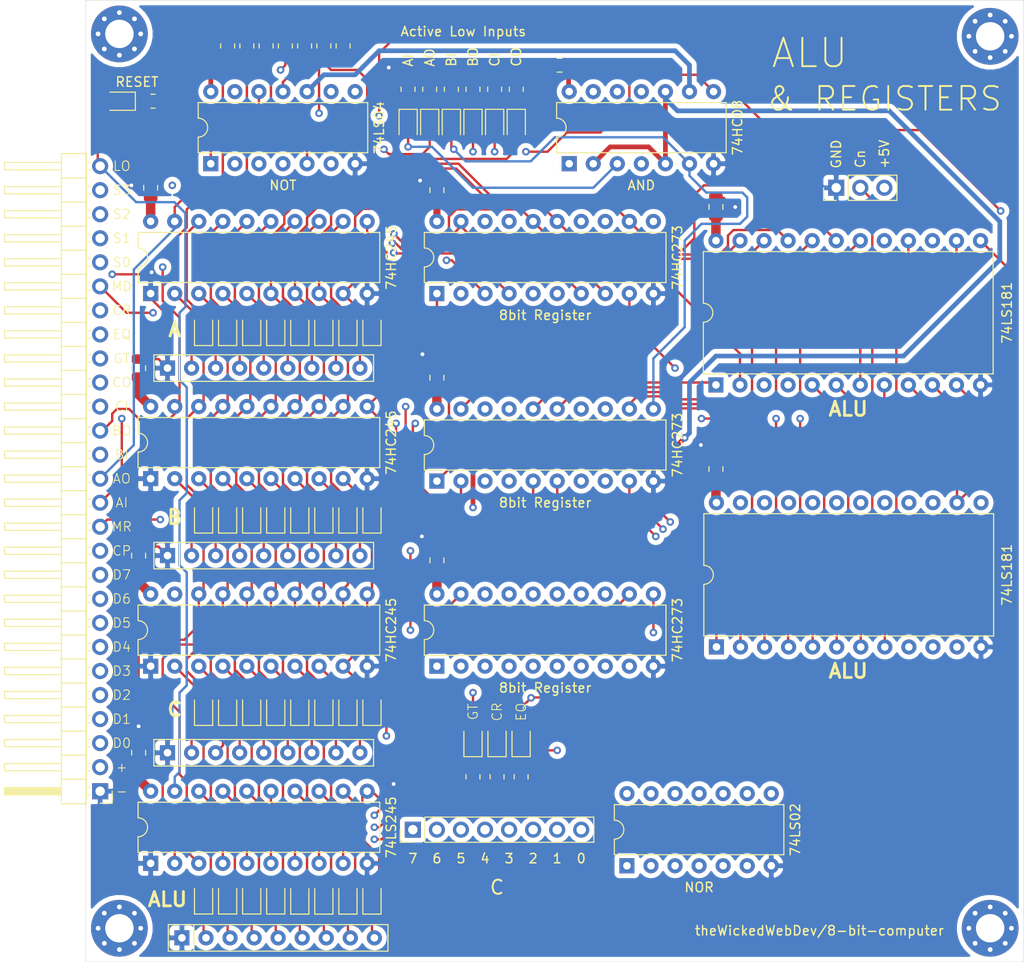
<source format=kicad_pcb>
(kicad_pcb (version 20171130) (host pcbnew "(5.1.10-1-10_14)")
  (layers (0 F.Cu signal) (1 In1.Cu signal) (2 In2.Cu signal hide) (31 B.Cu signal hide) (34 B.Paste user) (35 F.Paste user) (36 B.SilkS user) (37 F.SilkS user) (38 B.Mask user) (39 F.Mask user) (44 Edge.Cuts user))
  (net 0 "")
  (net 1 "Net-(D1-Pad1)")
  (net 2 "Net-(D2-Pad1)")
  (net 3 "Net-(D3-Pad1)")
  (net 4 "Net-(D4-Pad1)")
  (net 5 "Net-(D5-Pad1)")
  (net 6 "Net-(D6-Pad1)")
  (net 7 "Net-(D7-Pad1)")
  (net 8 "Net-(D8-Pad1)")
  (net 9 CLOCK)
  (net 10 MR)
  (net 11 BUS_07)
  (net 12 BUS_06)
  (net 13 BUS_05)
  (net 14 BUS_04)
  (net 15 BUS_03)
  (net 16 BUS_02)
  (net 17 BUS_01)
  (net 18 BUS_00)
  (net 19 "Net-(D9-Pad1)")
  (net 20 "Net-(D10-Pad1)")
  (net 21 "Net-(D11-Pad1)")
  (net 22 /A0)
  (net 23 /A1)
  (net 24 /A2)
  (net 25 /A3)
  (net 26 /A4)
  (net 27 /A5)
  (net 28 /A6)
  (net 29 /A7)
  (net 30 AI)
  (net 31 AO)
  (net 32 /B0)
  (net 33 "Net-(D12-Pad1)")
  (net 34 /B1)
  (net 35 "Net-(D13-Pad1)")
  (net 36 /B2)
  (net 37 "Net-(D14-Pad1)")
  (net 38 /B3)
  (net 39 "Net-(D15-Pad1)")
  (net 40 /B4)
  (net 41 "Net-(D16-Pad1)")
  (net 42 /B5)
  (net 43 "Net-(D17-Pad1)")
  (net 44 /B6)
  (net 45 "Net-(D18-Pad1)")
  (net 46 /B7)
  (net 47 "Net-(D19-Pad1)")
  (net 48 BI)
  (net 49 "Net-(D20-Pad1)")
  (net 50 BO)
  (net 51 "Net-(D21-Pad1)")
  (net 52 /C0)
  (net 53 "Net-(D22-Pad1)")
  (net 54 /C1)
  (net 55 "Net-(D23-Pad1)")
  (net 56 /C2)
  (net 57 "Net-(D24-Pad1)")
  (net 58 /C3)
  (net 59 "Net-(D25-Pad1)")
  (net 60 /C4)
  (net 61 "Net-(D26-Pad1)")
  (net 62 /C5)
  (net 63 "Net-(D27-Pad1)")
  (net 64 /C6)
  (net 65 "Net-(D28-Pad1)")
  (net 66 /C7)
  (net 67 "Net-(D29-Pad1)")
  (net 68 CI)
  (net 69 "Net-(D30-Pad1)")
  (net 70 CO)
  (net 71 "Net-(D31-Pad1)")
  (net 72 "Net-(D32-Pad1)")
  (net 73 "Net-(D33-Pad1)")
  (net 74 "Net-(D34-Pad1)")
  (net 75 "Net-(D35-Pad1)")
  (net 76 "Net-(D36-Pad1)")
  (net 77 "Net-(D37-Pad1)")
  (net 78 "Net-(D38-Pad1)")
  (net 79 "Net-(D39-Pad1)")
  (net 80 "Net-(D40-Pad1)")
  (net 81 "Net-(D41-Pad1)")
  (net 82 A_EQ_B)
  (net 83 "Net-(D42-Pad1)")
  (net 84 A_GT_B)
  (net 85 ALU_OUT)
  (net 86 ALU_S3)
  (net 87 ALU_S2)
  (net 88 ALU_S1)
  (net 89 ALU_S0)
  (net 90 ALU_MODE)
  (net 91 "Net-(U1-Pad4)")
  (net 92 CARRY)
  (net 93 "Net-(U9-Pad17)")
  (net 94 "Net-(U9-Pad15)")
  (net 95 -5V_IN)
  (net 96 +5V_IN)
  (net 97 /Cn)
  (net 98 "Net-(U1-Pad1)")
  (net 99 /ALU2)
  (net 100 /ALU1)
  (net 101 /ALU0)
  (net 102 /ALU3)
  (net 103 /ALU6)
  (net 104 /ALU5)
  (net 105 /ALU4)
  (net 106 /ALU7)
  (net 107 "Net-(U1-Pad9)")
  (net 108 "Net-(U10-Pad7)")
  (net 109 "Net-(U10-Pad17)")
  (net 110 "Net-(U10-Pad16)")
  (net 111 "Net-(U10-Pad15)")
  (net 112 /A_IN_CP)
  (net 113 /B_IN_CP)
  (net 114 /C_IN_CP)
  (net 115 RESET)
  (module Resistor_THT:R_Array_SIP9 (layer F.Cu) (at 84.074 120.396)
    (fp_text reference RN2 hide)
    (fp_text value R_Network08 hide)
    (pad 9 thru_hole oval (at 20.32 0) (size 1.6 1.6) (drill 0.8) (layers *.Cu *.Mask) (net 33 "Net-(D12-Pad1)"))
    (pad 8 thru_hole oval (at 17.78 0) (size 1.6 1.6) (drill 0.8) (layers *.Cu *.Mask) (net 35 "Net-(D13-Pad1)"))
    (pad 7 thru_hole oval (at 15.24 0) (size 1.6 1.6) (drill 0.8) (layers *.Cu *.Mask) (net 37 "Net-(D14-Pad1)"))
    (pad 6 thru_hole oval (at 12.7 0) (size 1.6 1.6) (drill 0.8) (layers *.Cu *.Mask) (net 39 "Net-(D15-Pad1)"))
    (pad 5 thru_hole oval (at 10.16 0) (size 1.6 1.6) (drill 0.8) (layers *.Cu *.Mask) (net 41 "Net-(D16-Pad1)"))
    (pad 4 thru_hole oval (at 7.62 0) (size 1.6 1.6) (drill 0.8) (layers *.Cu *.Mask) (net 43 "Net-(D17-Pad1)"))
    (pad 3 thru_hole oval (at 5.08 0) (size 1.6 1.6) (drill 0.8) (layers *.Cu *.Mask) (net 45 "Net-(D18-Pad1)"))
    (pad 2 thru_hole oval (at 2.54 0) (size 1.6 1.6) (drill 0.8) (layers *.Cu *.Mask) (net 47 "Net-(D19-Pad1)"))
    (pad 1 thru_hole rect (at 0 0) (size 1.6 1.6) (drill 0.8) (layers *.Cu *.Mask) (net 95 -5V_IN))
  )
  (module Resistor_SMD:R_0805_2012Metric (layer F.Cu) (at 111.76 90.932 90)
    (fp_text reference R11 hide)
    (fp_text value R_Small_US hide)
    (pad 2 smd roundrect (at 0.9125 0 90) (size 1.025 1.4) (layers F.Cu F.Paste F.Mask) (roundrect_rratio 0.2439014634146341) (net 95 -5V_IN))
    (pad 1 smd roundrect (at -0.9125 0 90) (size 1.025 1.4) (layers F.Cu F.Paste F.Mask) (roundrect_rratio 0.2439014634146341) (net 51 "Net-(D21-Pad1)"))
  )
  (module Resistor_SMD:R_0805_2012Metric (layer F.Cu) (at 109.474 90.932 90)
    (fp_text reference R10 hide)
    (fp_text value R_Small_US hide)
    (pad 2 smd roundrect (at 0.9125 0 90) (size 1.025 1.4) (layers F.Cu F.Paste F.Mask) (roundrect_rratio 0.2439014634146341) (net 95 -5V_IN))
    (pad 1 smd roundrect (at -0.9125 0 90) (size 1.025 1.4) (layers F.Cu F.Paste F.Mask) (roundrect_rratio 0.2439014634146341) (net 49 "Net-(D20-Pad1)"))
  )
  (module LED_SMD:LED_0805_2012Metric (layer F.Cu) (at 111.76 94.742 270)
    (fp_text reference D21 hide)
    (fp_text value LED hide)
    (pad 2 smd roundrect (at 0.9375 0 270) (size 0.975 1.4) (layers F.Cu F.Paste F.Mask) (net 31 AO))
    (pad 1 smd roundrect (at -0.9375 0 270) (size 0.975 1.4) (layers F.Cu F.Paste F.Mask) (net 51 "Net-(D21-Pad1)"))
  )
  (module LED_SMD:LED_0805_2012Metric (layer F.Cu) (at 109.482 94.742 270)
    (fp_text reference D20 hide)
    (fp_text value LED hide)
    (pad 2 smd roundrect (at 0.9375 0 270) (size 0.975 1.4) (layers F.Cu F.Paste F.Mask) (net 112 /A_IN_CP))
    (pad 1 smd roundrect (at -0.9375 0 270) (size 0.975 1.4) (layers F.Cu F.Paste F.Mask) (net 49 "Net-(D20-Pad1)"))
  )
  (module LED_SMD:LED_0805_2012Metric (layer F.Cu) (at 87.884 116.332 90)
    (fp_text reference D19 hide)
    (fp_text value LED hide)
    (pad 2 smd roundrect (at 0.9375 0 90) (size 0.975 1.4) (layers F.Cu F.Paste F.Mask) (net 29 /A7))
    (pad 1 smd roundrect (at -0.9375 0 90) (size 0.975 1.4) (layers F.Cu F.Paste F.Mask) (net 47 "Net-(D19-Pad1)"))
  )
  (module LED_SMD:LED_0805_2012Metric (layer F.Cu) (at 90.424 116.332 90)
    (fp_text reference D18 hide)
    (fp_text value LED hide)
    (pad 2 smd roundrect (at 0.9375 0 90) (size 0.975 1.4) (layers F.Cu F.Paste F.Mask) (net 28 /A6))
    (pad 1 smd roundrect (at -0.9375 0 90) (size 0.975 1.4) (layers F.Cu F.Paste F.Mask) (net 45 "Net-(D18-Pad1)"))
  )
  (module LED_SMD:LED_0805_2012Metric (layer F.Cu) (at 92.964 116.332 90)
    (fp_text reference D17 hide)
    (fp_text value LED hide)
    (pad 2 smd roundrect (at 0.9375 0 90) (size 0.975 1.4) (layers F.Cu F.Paste F.Mask) (net 27 /A5))
    (pad 1 smd roundrect (at -0.9375 0 90) (size 0.975 1.4) (layers F.Cu F.Paste F.Mask) (net 43 "Net-(D17-Pad1)"))
  )
  (module LED_SMD:LED_0805_2012Metric (layer F.Cu) (at 95.504 116.332 90)
    (fp_text reference D16 hide)
    (fp_text value LED hide)
    (pad 2 smd roundrect (at 0.9375 0 90) (size 0.975 1.4) (layers F.Cu F.Paste F.Mask) (net 26 /A4))
    (pad 1 smd roundrect (at -0.9375 0 90) (size 0.975 1.4) (layers F.Cu F.Paste F.Mask) (net 41 "Net-(D16-Pad1)"))
  )
  (module LED_SMD:LED_0805_2012Metric (layer F.Cu) (at 98.044 116.332 90)
    (fp_text reference D15 hide)
    (fp_text value LED hide)
    (pad 2 smd roundrect (at 0.9375 0 90) (size 0.975 1.4) (layers F.Cu F.Paste F.Mask) (net 25 /A3))
    (pad 1 smd roundrect (at -0.9375 0 90) (size 0.975 1.4) (layers F.Cu F.Paste F.Mask) (net 39 "Net-(D15-Pad1)"))
  )
  (module LED_SMD:LED_0805_2012Metric (layer F.Cu) (at 100.584 116.332 90)
    (fp_text reference D14 hide)
    (fp_text value LED hide)
    (pad 2 smd roundrect (at 0.9375 0 90) (size 0.975 1.4) (layers F.Cu F.Paste F.Mask) (net 24 /A2))
    (pad 1 smd roundrect (at -0.9375 0 90) (size 0.975 1.4) (layers F.Cu F.Paste F.Mask) (net 37 "Net-(D14-Pad1)"))
  )
  (module LED_SMD:LED_0805_2012Metric (layer F.Cu) (at 103.124 116.332 90)
    (fp_text reference D13 hide)
    (fp_text value LED hide)
    (pad 2 smd roundrect (at 0.9375 0 90) (size 0.975 1.4) (layers F.Cu F.Paste F.Mask) (net 23 /A1))
    (pad 1 smd roundrect (at -0.9375 0 90) (size 0.975 1.4) (layers F.Cu F.Paste F.Mask) (net 35 "Net-(D13-Pad1)"))
  )
  (module LED_SMD:LED_0805_2012Metric (layer F.Cu) (at 105.664 116.332 90)
    (fp_text reference D12 hide)
    (fp_text value LED hide)
    (pad 2 smd roundrect (at 0.9375 0 90) (size 0.975 1.4) (layers F.Cu F.Paste F.Mask) (net 22 /A0))
    (pad 1 smd roundrect (at -0.9375 0 90) (size 0.975 1.4) (layers F.Cu F.Paste F.Mask) (net 33 "Net-(D12-Pad1)"))
  )
  (module Resistor_THT:R_Array_SIP9 (layer F.Cu) (at 84.074 140.208)
    (fp_text reference RN3 hide)
    (fp_text value R_Network08 hide)
    (pad 9 thru_hole oval (at 20.32 0) (size 1.6 1.6) (drill 0.8) (layers *.Cu *.Mask) (net 53 "Net-(D22-Pad1)"))
    (pad 8 thru_hole oval (at 17.78 0) (size 1.6 1.6) (drill 0.8) (layers *.Cu *.Mask) (net 55 "Net-(D23-Pad1)"))
    (pad 7 thru_hole oval (at 15.24 0) (size 1.6 1.6) (drill 0.8) (layers *.Cu *.Mask) (net 57 "Net-(D24-Pad1)"))
    (pad 6 thru_hole oval (at 12.7 0) (size 1.6 1.6) (drill 0.8) (layers *.Cu *.Mask) (net 59 "Net-(D25-Pad1)"))
    (pad 5 thru_hole oval (at 10.16 0) (size 1.6 1.6) (drill 0.8) (layers *.Cu *.Mask) (net 61 "Net-(D26-Pad1)"))
    (pad 4 thru_hole oval (at 7.62 0) (size 1.6 1.6) (drill 0.8) (layers *.Cu *.Mask) (net 63 "Net-(D27-Pad1)"))
    (pad 3 thru_hole oval (at 5.08 0) (size 1.6 1.6) (drill 0.8) (layers *.Cu *.Mask) (net 65 "Net-(D28-Pad1)"))
    (pad 2 thru_hole oval (at 2.54 0) (size 1.6 1.6) (drill 0.8) (layers *.Cu *.Mask) (net 67 "Net-(D29-Pad1)"))
    (pad 1 thru_hole rect (at 0 0) (size 1.6 1.6) (drill 0.8) (layers *.Cu *.Mask) (net 95 -5V_IN))
  )
  (module Resistor_SMD:R_0805_2012Metric (layer F.Cu) (at 116.332 90.932 90)
    (fp_text reference R14 hide)
    (fp_text value R_Small_US hide)
    (pad 2 smd roundrect (at 0.9125 0 90) (size 1.025 1.4) (layers F.Cu F.Paste F.Mask) (roundrect_rratio 0.2439014634146341) (net 95 -5V_IN))
    (pad 1 smd roundrect (at -0.9125 0 90) (size 1.025 1.4) (layers F.Cu F.Paste F.Mask) (roundrect_rratio 0.2439014634146341) (net 71 "Net-(D31-Pad1)"))
  )
  (module Resistor_SMD:R_0805_2012Metric (layer F.Cu) (at 114.046 90.932 90)
    (fp_text reference R13 hide)
    (fp_text value R_Small_US hide)
    (pad 2 smd roundrect (at 0.9125 0 90) (size 1.025 1.4) (layers F.Cu F.Paste F.Mask) (roundrect_rratio 0.2439014634146341) (net 95 -5V_IN))
    (pad 1 smd roundrect (at -0.9125 0 90) (size 1.025 1.4) (layers F.Cu F.Paste F.Mask) (roundrect_rratio 0.2439014634146341) (net 69 "Net-(D30-Pad1)"))
  )
  (module LED_SMD:LED_0805_2012Metric (layer F.Cu) (at 116.332 94.742 270)
    (fp_text reference D31 hide)
    (fp_text value LED hide)
    (pad 2 smd roundrect (at 0.9375 0 270) (size 0.975 1.4) (layers F.Cu F.Paste F.Mask) (net 50 BO))
    (pad 1 smd roundrect (at -0.9375 0 270) (size 0.975 1.4) (layers F.Cu F.Paste F.Mask) (net 71 "Net-(D31-Pad1)"))
  )
  (module LED_SMD:LED_0805_2012Metric (layer F.Cu) (at 114.046 94.742 270)
    (fp_text reference D30 hide)
    (fp_text value LED hide)
    (pad 2 smd roundrect (at 0.9375 0 270) (size 0.975 1.4) (layers F.Cu F.Paste F.Mask) (net 113 /B_IN_CP))
    (pad 1 smd roundrect (at -0.9375 0 270) (size 0.975 1.4) (layers F.Cu F.Paste F.Mask) (net 69 "Net-(D30-Pad1)"))
  )
  (module LED_SMD:LED_0805_2012Metric (layer F.Cu) (at 87.884 136.144 90)
    (fp_text reference D29 hide)
    (fp_text value LED hide)
    (pad 2 smd roundrect (at 0.9375 0 90) (size 0.975 1.4) (layers F.Cu F.Paste F.Mask) (net 46 /B7))
    (pad 1 smd roundrect (at -0.9375 0 90) (size 0.975 1.4) (layers F.Cu F.Paste F.Mask) (net 67 "Net-(D29-Pad1)"))
  )
  (module LED_SMD:LED_0805_2012Metric (layer F.Cu) (at 90.424 136.144 90)
    (fp_text reference D28 hide)
    (fp_text value LED hide)
    (pad 2 smd roundrect (at 0.9375 0 90) (size 0.975 1.4) (layers F.Cu F.Paste F.Mask) (net 44 /B6))
    (pad 1 smd roundrect (at -0.9375 0 90) (size 0.975 1.4) (layers F.Cu F.Paste F.Mask) (net 65 "Net-(D28-Pad1)"))
  )
  (module LED_SMD:LED_0805_2012Metric (layer F.Cu) (at 92.964 136.144 90)
    (fp_text reference D27 hide)
    (fp_text value LED hide)
    (pad 2 smd roundrect (at 0.9375 0 90) (size 0.975 1.4) (layers F.Cu F.Paste F.Mask) (net 42 /B5))
    (pad 1 smd roundrect (at -0.9375 0 90) (size 0.975 1.4) (layers F.Cu F.Paste F.Mask) (net 63 "Net-(D27-Pad1)"))
  )
  (module LED_SMD:LED_0805_2012Metric (layer F.Cu) (at 95.504 136.144 90)
    (fp_text reference D26 hide)
    (fp_text value LED hide)
    (pad 2 smd roundrect (at 0.9375 0 90) (size 0.975 1.4) (layers F.Cu F.Paste F.Mask) (net 40 /B4))
    (pad 1 smd roundrect (at -0.9375 0 90) (size 0.975 1.4) (layers F.Cu F.Paste F.Mask) (net 61 "Net-(D26-Pad1)"))
  )
  (module LED_SMD:LED_0805_2012Metric (layer F.Cu) (at 98.044 136.144 90)
    (fp_text reference D25 hide)
    (fp_text value LED hide)
    (pad 2 smd roundrect (at 0.9375 0 90) (size 0.975 1.4) (layers F.Cu F.Paste F.Mask) (net 38 /B3))
    (pad 1 smd roundrect (at -0.9375 0 90) (size 0.975 1.4) (layers F.Cu F.Paste F.Mask) (net 59 "Net-(D25-Pad1)"))
  )
  (module LED_SMD:LED_0805_2012Metric (layer F.Cu) (at 100.584 136.144 90)
    (fp_text reference D24 hide)
    (fp_text value LED hide)
    (pad 2 smd roundrect (at 0.9375 0 90) (size 0.975 1.4) (layers F.Cu F.Paste F.Mask) (net 36 /B2))
    (pad 1 smd roundrect (at -0.9375 0 90) (size 0.975 1.4) (layers F.Cu F.Paste F.Mask) (net 57 "Net-(D24-Pad1)"))
  )
  (module LED_SMD:LED_0805_2012Metric (layer F.Cu) (at 103.124 136.144 90)
    (fp_text reference D23 hide)
    (fp_text value LED hide)
    (pad 2 smd roundrect (at 0.9375 0 90) (size 0.975 1.4) (layers F.Cu F.Paste F.Mask) (net 34 /B1))
    (pad 1 smd roundrect (at -0.9375 0 90) (size 0.975 1.4) (layers F.Cu F.Paste F.Mask) (net 55 "Net-(D23-Pad1)"))
  )
  (module LED_SMD:LED_0805_2012Metric (layer F.Cu) (at 105.664 136.144 90)
    (fp_text reference D22 hide)
    (fp_text value LED hide)
    (pad 2 smd roundrect (at 0.9375 0 90) (size 0.975 1.4) (layers F.Cu F.Paste F.Mask) (net 32 /B0))
    (pad 1 smd roundrect (at -0.9375 0 90) (size 0.975 1.4) (layers F.Cu F.Paste F.Mask) (net 53 "Net-(D22-Pad1)"))
  )
  (module Resistor_THT:R_Array_SIP9 (layer F.Cu) (at 84.074 161.036)
    (fp_text reference RN4 hide)
    (fp_text value R_Network08 hide)
    (pad 9 thru_hole oval (at 20.32 0) (size 1.6 1.6) (drill 0.8) (layers *.Cu *.Mask) (net 72 "Net-(D32-Pad1)"))
    (pad 8 thru_hole oval (at 17.78 0) (size 1.6 1.6) (drill 0.8) (layers *.Cu *.Mask) (net 73 "Net-(D33-Pad1)"))
    (pad 7 thru_hole oval (at 15.24 0) (size 1.6 1.6) (drill 0.8) (layers *.Cu *.Mask) (net 74 "Net-(D34-Pad1)"))
    (pad 6 thru_hole oval (at 12.7 0) (size 1.6 1.6) (drill 0.8) (layers *.Cu *.Mask) (net 75 "Net-(D35-Pad1)"))
    (pad 5 thru_hole oval (at 10.16 0) (size 1.6 1.6) (drill 0.8) (layers *.Cu *.Mask) (net 76 "Net-(D36-Pad1)"))
    (pad 4 thru_hole oval (at 7.62 0) (size 1.6 1.6) (drill 0.8) (layers *.Cu *.Mask) (net 77 "Net-(D37-Pad1)"))
    (pad 3 thru_hole oval (at 5.08 0) (size 1.6 1.6) (drill 0.8) (layers *.Cu *.Mask) (net 78 "Net-(D38-Pad1)"))
    (pad 2 thru_hole oval (at 2.54 0) (size 1.6 1.6) (drill 0.8) (layers *.Cu *.Mask) (net 79 "Net-(D39-Pad1)"))
    (pad 1 thru_hole rect (at 0 0) (size 1.6 1.6) (drill 0.8) (layers *.Cu *.Mask) (net 95 -5V_IN))
  )
  (module Resistor_SMD:R_0805_2012Metric (layer F.Cu) (at 82.55 92.202)
    (fp_text reference R17 hide)
    (fp_text value R_Small_US hide)
    (pad 1 smd roundrect (at -0.9125 0) (size 1.025 1.4) (layers F.Cu F.Paste F.Mask) (roundrect_rratio 0.2439014634146341) (net 83 "Net-(D42-Pad1)"))
    (pad 2 smd roundrect (at 0.9125 0) (size 1.025 1.4) (layers F.Cu F.Paste F.Mask) (roundrect_rratio 0.2439014634146341) (net 95 -5V_IN))
  )
  (module Resistor_SMD:R_0805_2012Metric (layer F.Cu) (at 120.904 90.932 90)
    (fp_text reference R16 hide)
    (fp_text value R_Small_US hide)
    (pad 2 smd roundrect (at 0.9125 0 90) (size 1.025 1.4) (layers F.Cu F.Paste F.Mask) (roundrect_rratio 0.2439014634146341) (net 95 -5V_IN))
    (pad 1 smd roundrect (at -0.9125 0 90) (size 1.025 1.4) (layers F.Cu F.Paste F.Mask) (roundrect_rratio 0.2439014634146341) (net 81 "Net-(D41-Pad1)"))
  )
  (module Resistor_SMD:R_0805_2012Metric (layer F.Cu) (at 118.618 90.932 90)
    (fp_text reference R15 hide)
    (fp_text value R_Small_US hide)
    (pad 2 smd roundrect (at 0.9125 0 90) (size 1.025 1.4) (layers F.Cu F.Paste F.Mask) (roundrect_rratio 0.2439014634146341) (net 95 -5V_IN))
    (pad 1 smd roundrect (at -0.9125 0 90) (size 1.025 1.4) (layers F.Cu F.Paste F.Mask) (roundrect_rratio 0.2439014634146341) (net 80 "Net-(D40-Pad1)"))
  )
  (module LED_SMD:LED_0805_2012Metric (layer F.Cu) (at 78.994 92.202 180)
    (fp_text reference D42 hide)
    (fp_text value LED hide)
    (pad 1 smd roundrect (at -0.9375 0 180) (size 0.975 1.4) (layers F.Cu F.Paste F.Mask) (net 83 "Net-(D42-Pad1)"))
    (pad 2 smd roundrect (at 0.9375 0 180) (size 0.975 1.4) (layers F.Cu F.Paste F.Mask) (net 10 MR))
  )
  (module LED_SMD:LED_0805_2012Metric (layer F.Cu) (at 120.904 94.742 270)
    (fp_text reference D41 hide)
    (fp_text value LED hide)
    (pad 2 smd roundrect (at 0.9375 0 270) (size 0.975 1.4) (layers F.Cu F.Paste F.Mask) (net 70 CO))
    (pad 1 smd roundrect (at -0.9375 0 270) (size 0.975 1.4) (layers F.Cu F.Paste F.Mask) (net 81 "Net-(D41-Pad1)"))
  )
  (module LED_SMD:LED_0805_2012Metric (layer F.Cu) (at 118.618 94.742 270)
    (fp_text reference D40 hide)
    (fp_text value LED hide)
    (pad 2 smd roundrect (at 0.9375 0 270) (size 0.975 1.4) (layers F.Cu F.Paste F.Mask) (net 114 /C_IN_CP))
    (pad 1 smd roundrect (at -0.9375 0 270) (size 0.975 1.4) (layers F.Cu F.Paste F.Mask) (net 80 "Net-(D40-Pad1)"))
  )
  (module LED_SMD:LED_0805_2012Metric (layer F.Cu) (at 87.884 156.464 90)
    (fp_text reference D39 hide)
    (fp_text value LED hide)
    (pad 2 smd roundrect (at 0.9375 0 90) (size 0.975 1.4) (layers F.Cu F.Paste F.Mask) (net 66 /C7))
    (pad 1 smd roundrect (at -0.9375 0 90) (size 0.975 1.4) (layers F.Cu F.Paste F.Mask) (net 79 "Net-(D39-Pad1)"))
  )
  (module LED_SMD:LED_0805_2012Metric (layer F.Cu) (at 90.424 156.464 90)
    (fp_text reference D38 hide)
    (fp_text value LED hide)
    (pad 2 smd roundrect (at 0.9375 0 90) (size 0.975 1.4) (layers F.Cu F.Paste F.Mask) (net 64 /C6))
    (pad 1 smd roundrect (at -0.9375 0 90) (size 0.975 1.4) (layers F.Cu F.Paste F.Mask) (net 78 "Net-(D38-Pad1)"))
  )
  (module LED_SMD:LED_0805_2012Metric (layer F.Cu) (at 92.964 156.464 90)
    (fp_text reference D37 hide)
    (fp_text value LED hide)
    (pad 2 smd roundrect (at 0.9375 0 90) (size 0.975 1.4) (layers F.Cu F.Paste F.Mask) (net 62 /C5))
    (pad 1 smd roundrect (at -0.9375 0 90) (size 0.975 1.4) (layers F.Cu F.Paste F.Mask) (net 77 "Net-(D37-Pad1)"))
  )
  (module LED_SMD:LED_0805_2012Metric (layer F.Cu) (at 95.504 156.464 90)
    (fp_text reference D36 hide)
    (fp_text value LED hide)
    (pad 2 smd roundrect (at 0.9375 0 90) (size 0.975 1.4) (layers F.Cu F.Paste F.Mask) (net 60 /C4))
    (pad 1 smd roundrect (at -0.9375 0 90) (size 0.975 1.4) (layers F.Cu F.Paste F.Mask) (net 76 "Net-(D36-Pad1)"))
  )
  (module LED_SMD:LED_0805_2012Metric (layer F.Cu) (at 98.044 156.464 90)
    (fp_text reference D35 hide)
    (fp_text value LED hide)
    (pad 2 smd roundrect (at 0.9375 0 90) (size 0.975 1.4) (layers F.Cu F.Paste F.Mask) (net 58 /C3))
    (pad 1 smd roundrect (at -0.9375 0 90) (size 0.975 1.4) (layers F.Cu F.Paste F.Mask) (net 75 "Net-(D35-Pad1)"))
  )
  (module LED_SMD:LED_0805_2012Metric (layer F.Cu) (at 100.584 156.464 90)
    (fp_text reference D34 hide)
    (fp_text value LED hide)
    (pad 2 smd roundrect (at 0.9375 0 90) (size 0.975 1.4) (layers F.Cu F.Paste F.Mask) (net 56 /C2))
    (pad 1 smd roundrect (at -0.9375 0 90) (size 0.975 1.4) (layers F.Cu F.Paste F.Mask) (net 74 "Net-(D34-Pad1)"))
  )
  (module LED_SMD:LED_0805_2012Metric (layer F.Cu) (at 103.124 156.464 90)
    (fp_text reference D33 hide)
    (fp_text value LED hide)
    (pad 2 smd roundrect (at 0.9375 0 90) (size 0.975 1.4) (layers F.Cu F.Paste F.Mask) (net 54 /C1))
    (pad 1 smd roundrect (at -0.9375 0 90) (size 0.975 1.4) (layers F.Cu F.Paste F.Mask) (net 73 "Net-(D33-Pad1)"))
  )
  (module LED_SMD:LED_0805_2012Metric (layer F.Cu) (at 105.664 156.464 90)
    (fp_text reference D32 hide)
    (fp_text value LED hide)
    (pad 2 smd roundrect (at 0.9375 0 90) (size 0.975 1.4) (layers F.Cu F.Paste F.Mask) (net 52 /C0))
    (pad 1 smd roundrect (at -0.9375 0 90) (size 0.975 1.4) (layers F.Cu F.Paste F.Mask) (net 72 "Net-(D32-Pad1)"))
  )
  (module Resistor_THT:R_Array_SIP9 (layer F.Cu) (at 85.598 180.594)
    (fp_text reference RN1 hide)
    (fp_text value R_Network08 hide)
    (pad 9 thru_hole oval (at 20.32 0) (size 1.6 1.6) (drill 0.8) (layers *.Cu *.Mask) (net 1 "Net-(D1-Pad1)"))
    (pad 8 thru_hole oval (at 17.78 0) (size 1.6 1.6) (drill 0.8) (layers *.Cu *.Mask) (net 2 "Net-(D2-Pad1)"))
    (pad 7 thru_hole oval (at 15.24 0) (size 1.6 1.6) (drill 0.8) (layers *.Cu *.Mask) (net 3 "Net-(D3-Pad1)"))
    (pad 6 thru_hole oval (at 12.7 0) (size 1.6 1.6) (drill 0.8) (layers *.Cu *.Mask) (net 4 "Net-(D4-Pad1)"))
    (pad 5 thru_hole oval (at 10.16 0) (size 1.6 1.6) (drill 0.8) (layers *.Cu *.Mask) (net 5 "Net-(D5-Pad1)"))
    (pad 4 thru_hole oval (at 7.62 0) (size 1.6 1.6) (drill 0.8) (layers *.Cu *.Mask) (net 6 "Net-(D6-Pad1)"))
    (pad 3 thru_hole oval (at 5.08 0) (size 1.6 1.6) (drill 0.8) (layers *.Cu *.Mask) (net 7 "Net-(D7-Pad1)"))
    (pad 2 thru_hole oval (at 2.54 0) (size 1.6 1.6) (drill 0.8) (layers *.Cu *.Mask) (net 8 "Net-(D8-Pad1)"))
    (pad 1 thru_hole rect (at 0 0) (size 1.6 1.6) (drill 0.8) (layers *.Cu *.Mask) (net 95 -5V_IN))
  )
  (module Resistor_SMD:R_0805_2012Metric (layer F.Cu) (at 116.332 163.576 270)
    (fp_text reference R9 hide)
    (fp_text value R_Small_US hide)
    (pad 2 smd roundrect (at 0.9125 0 270) (size 1.025 1.4) (layers F.Cu F.Paste F.Mask) (roundrect_rratio 0.2439014634146341) (net 95 -5V_IN))
    (pad 1 smd roundrect (at -0.9125 0 270) (size 1.025 1.4) (layers F.Cu F.Paste F.Mask) (roundrect_rratio 0.2439014634146341) (net 21 "Net-(D11-Pad1)"))
  )
  (module Resistor_SMD:R_0805_2012Metric (layer F.Cu) (at 121.412 163.576 270)
    (fp_text reference R8 hide)
    (fp_text value R_Small_US hide)
    (pad 2 smd roundrect (at 0.9125 0 270) (size 1.025 1.4) (layers F.Cu F.Paste F.Mask) (roundrect_rratio 0.2439014634146341) (net 95 -5V_IN))
    (pad 1 smd roundrect (at -0.9125 0 270) (size 1.025 1.4) (layers F.Cu F.Paste F.Mask) (roundrect_rratio 0.2439014634146341) (net 20 "Net-(D10-Pad1)"))
  )
  (module Resistor_SMD:R_0805_2012Metric (layer F.Cu) (at 118.872 163.576 270)
    (fp_text reference R7 hide)
    (fp_text value R_Small_US hide)
    (pad 2 smd roundrect (at 0.9125 0 270) (size 1.025 1.4) (layers F.Cu F.Paste F.Mask) (roundrect_rratio 0.2439014634146341) (net 95 -5V_IN))
    (pad 1 smd roundrect (at -0.9125 0 270) (size 1.025 1.4) (layers F.Cu F.Paste F.Mask) (roundrect_rratio 0.2439014634146341) (net 19 "Net-(D9-Pad1)"))
  )
  (module LED_SMD:LED_0805_2012Metric (layer F.Cu) (at 116.332 159.766 90)
    (fp_text reference D11 hide)
    (fp_text value LED hide)
    (fp_text user GT (at 3.048 0 90) (layer F.SilkS) (effects (font (thickness 0.1))))
    (pad 2 smd roundrect (at 0.9375 0 90) (size 0.975 1.4) (layers F.Cu F.Paste F.Mask) (net 84 A_GT_B))
    (pad 1 smd roundrect (at -0.9375 0 90) (size 0.975 1.4) (layers F.Cu F.Paste F.Mask) (net 21 "Net-(D11-Pad1)"))
  )
  (module LED_SMD:LED_0805_2012Metric (layer F.Cu) (at 121.412 159.766 90)
    (fp_text reference D10 hide)
    (fp_text value LED hide)
    (fp_text user EQ (at 3.048 0 90) (layer F.SilkS) (effects (font (thickness 0.1))))
    (pad 2 smd roundrect (at 0.9375 0 90) (size 0.975 1.4) (layers F.Cu F.Paste F.Mask) (net 82 A_EQ_B))
    (pad 1 smd roundrect (at -0.9375 0 90) (size 0.975 1.4) (layers F.Cu F.Paste F.Mask) (net 20 "Net-(D10-Pad1)"))
  )
  (module LED_SMD:LED_0805_2012Metric (layer F.Cu) (at 118.872 159.766 90)
    (fp_text reference D9 hide)
    (fp_text value LED hide)
    (fp_text user CR (at 3.048 0 270) (layer F.SilkS) (effects (font (thickness 0.1))))
    (pad 2 smd roundrect (at 0.9375 0 90) (size 0.975 1.4) (layers F.Cu F.Paste F.Mask) (net 92 CARRY))
    (pad 1 smd roundrect (at -0.9375 0 90) (size 0.975 1.4) (layers F.Cu F.Paste F.Mask) (net 19 "Net-(D9-Pad1)"))
  )
  (module LED_SMD:LED_0805_2012Metric (layer F.Cu) (at 87.884 176.388 90)
    (fp_text reference D8 hide)
    (fp_text value LED hide)
    (pad 2 smd roundrect (at 0.9375 0 90) (size 0.975 1.4) (layers F.Cu F.Paste F.Mask) (net 106 /ALU7))
    (pad 1 smd roundrect (at -0.9375 0 90) (size 0.975 1.4) (layers F.Cu F.Paste F.Mask) (net 8 "Net-(D8-Pad1)"))
  )
  (module LED_SMD:LED_0805_2012Metric (layer F.Cu) (at 90.424 176.388 90)
    (fp_text reference D7 hide)
    (fp_text value LED hide)
    (pad 2 smd roundrect (at 0.9375 0 90) (size 0.975 1.4) (layers F.Cu F.Paste F.Mask) (net 103 /ALU6))
    (pad 1 smd roundrect (at -0.9375 0 90) (size 0.975 1.4) (layers F.Cu F.Paste F.Mask) (net 7 "Net-(D7-Pad1)"))
  )
  (module LED_SMD:LED_0805_2012Metric (layer F.Cu) (at 92.964 176.388 90)
    (fp_text reference D6 hide)
    (fp_text value LED hide)
    (pad 2 smd roundrect (at 0.9375 0 90) (size 0.975 1.4) (layers F.Cu F.Paste F.Mask) (net 104 /ALU5))
    (pad 1 smd roundrect (at -0.9375 0 90) (size 0.975 1.4) (layers F.Cu F.Paste F.Mask) (net 6 "Net-(D6-Pad1)"))
  )
  (module LED_SMD:LED_0805_2012Metric (layer F.Cu) (at 95.504 176.388 90)
    (fp_text reference D5 hide)
    (fp_text value LED hide)
    (pad 2 smd roundrect (at 0.9375 0 90) (size 0.975 1.4) (layers F.Cu F.Paste F.Mask) (net 105 /ALU4))
    (pad 1 smd roundrect (at -0.9375 0 90) (size 0.975 1.4) (layers F.Cu F.Paste F.Mask) (net 5 "Net-(D5-Pad1)"))
  )
  (module LED_SMD:LED_0805_2012Metric (layer F.Cu) (at 98.044 176.398 90)
    (fp_text reference D4 hide)
    (fp_text value LED hide)
    (pad 2 smd roundrect (at 0.9375 0 90) (size 0.975 1.4) (layers F.Cu F.Paste F.Mask) (net 102 /ALU3))
    (pad 1 smd roundrect (at -0.9375 0 90) (size 0.975 1.4) (layers F.Cu F.Paste F.Mask) (net 4 "Net-(D4-Pad1)"))
  )
  (module LED_SMD:LED_0805_2012Metric (layer F.Cu) (at 100.584 176.398 90)
    (fp_text reference D3 hide)
    (fp_text value LED hide)
    (pad 2 smd roundrect (at 0.9375 0 90) (size 0.975 1.4) (layers F.Cu F.Paste F.Mask) (net 99 /ALU2))
    (pad 1 smd roundrect (at -0.9375 0 90) (size 0.975 1.4) (layers F.Cu F.Paste F.Mask) (net 3 "Net-(D3-Pad1)"))
  )
  (module LED_SMD:LED_0805_2012Metric (layer F.Cu) (at 103.124 176.398 90)
    (fp_text reference D2 hide)
    (fp_text value LED hide)
    (pad 2 smd roundrect (at 0.9375 0 90) (size 0.975 1.4) (layers F.Cu F.Paste F.Mask) (net 100 /ALU1))
    (pad 1 smd roundrect (at -0.9375 0 90) (size 0.975 1.4) (layers F.Cu F.Paste F.Mask) (net 2 "Net-(D2-Pad1)"))
  )
  (module LED_SMD:LED_0805_2012Metric (layer F.Cu) (at 105.664 176.398 90)
    (fp_text reference D1 hide)
    (fp_text value LED hide)
    (pad 2 smd roundrect (at 0.9375 0 90) (size 0.975 1.4) (layers F.Cu F.Paste F.Mask) (net 101 /ALU0))
    (pad 1 smd roundrect (at -0.9375 0 90) (size 0.975 1.4) (layers F.Cu F.Paste F.Mask) (net 1 "Net-(D1-Pad1)"))
  )
  (module Connector_PinHeader_2.54mm:PinHeader_1x08_P2.54mm_Vertical (layer F.Cu) (at 109.982 169.164 90)
    (fp_text reference J2 hide)
    (fp_text value Conn_01x08 hide)
    (pad 8 thru_hole oval (at 0 17.78 90) (size 1.7 1.7) (drill 1) (layers *.Cu *.Mask) (net 52 /C0))
    (pad 7 thru_hole oval (at 0 15.24 90) (size 1.7 1.7) (drill 1) (layers *.Cu *.Mask) (net 54 /C1))
    (pad 6 thru_hole oval (at 0 12.7 90) (size 1.7 1.7) (drill 1) (layers *.Cu *.Mask) (net 56 /C2))
    (pad 5 thru_hole oval (at 0 10.16 90) (size 1.7 1.7) (drill 1) (layers *.Cu *.Mask) (net 58 /C3))
    (pad 4 thru_hole oval (at 0 7.62 90) (size 1.7 1.7) (drill 1) (layers *.Cu *.Mask) (net 60 /C4))
    (pad 3 thru_hole oval (at 0 5.08 90) (size 1.7 1.7) (drill 1) (layers *.Cu *.Mask) (net 62 /C5))
    (pad 2 thru_hole oval (at 0 2.54 90) (size 1.7 1.7) (drill 1) (layers *.Cu *.Mask) (net 64 /C6))
    (pad 1 thru_hole rect (at 0 0 90) (size 1.7 1.7) (drill 1) (layers *.Cu *.Mask) (net 66 /C7))
  )
  (module MountingHole:MountingHole_3mm_Pad_Via (layer F.Cu) (at 170.942 179.578)
    (fp_text reference REF** hide)
    (fp_text value MountingHole_3mm_Pad_Via hide)
    (pad 1 thru_hole circle (at 1.59099 -1.59099) (size 0.8 0.8) (drill 0.5) (layers *.Cu *.Mask))
    (pad 1 thru_hole circle (at 0 -2.25) (size 0.8 0.8) (drill 0.5) (layers *.Cu *.Mask))
    (pad 1 thru_hole circle (at -1.59099 -1.59099) (size 0.8 0.8) (drill 0.5) (layers *.Cu *.Mask))
    (pad 1 thru_hole circle (at -2.25 0) (size 0.8 0.8) (drill 0.5) (layers *.Cu *.Mask))
    (pad 1 thru_hole circle (at -1.59099 1.59099) (size 0.8 0.8) (drill 0.5) (layers *.Cu *.Mask))
    (pad 1 thru_hole circle (at 0 2.25) (size 0.8 0.8) (drill 0.5) (layers *.Cu *.Mask))
    (pad 1 thru_hole circle (at 1.59099 1.59099) (size 0.8 0.8) (drill 0.5) (layers *.Cu *.Mask))
    (pad 1 thru_hole circle (at 2.25 0) (size 0.8 0.8) (drill 0.5) (layers *.Cu *.Mask))
    (pad 1 thru_hole circle (at 0 0) (size 6 6) (drill 3) (layers *.Cu *.Mask))
  )
  (module MountingHole:MountingHole_3mm_Pad_Via (layer F.Cu) (at 170.942 85.344)
    (fp_text reference REF** hide)
    (fp_text value MountingHole_3mm_Pad_Via hide)
    (pad 1 thru_hole circle (at 0 0) (size 6 6) (drill 3) (layers *.Cu *.Mask))
    (pad 1 thru_hole circle (at 2.25 0) (size 0.8 0.8) (drill 0.5) (layers *.Cu *.Mask))
    (pad 1 thru_hole circle (at 1.59099 1.59099) (size 0.8 0.8) (drill 0.5) (layers *.Cu *.Mask))
    (pad 1 thru_hole circle (at 0 2.25) (size 0.8 0.8) (drill 0.5) (layers *.Cu *.Mask))
    (pad 1 thru_hole circle (at -1.59099 1.59099) (size 0.8 0.8) (drill 0.5) (layers *.Cu *.Mask))
    (pad 1 thru_hole circle (at -2.25 0) (size 0.8 0.8) (drill 0.5) (layers *.Cu *.Mask))
    (pad 1 thru_hole circle (at -1.59099 -1.59099) (size 0.8 0.8) (drill 0.5) (layers *.Cu *.Mask))
    (pad 1 thru_hole circle (at 0 -2.25) (size 0.8 0.8) (drill 0.5) (layers *.Cu *.Mask))
    (pad 1 thru_hole circle (at 1.59099 -1.59099) (size 0.8 0.8) (drill 0.5) (layers *.Cu *.Mask))
  )
  (module MountingHole:MountingHole_3mm_Pad_Via (layer F.Cu) (at 78.994 179.578)
    (fp_text reference REF** hide)
    (fp_text value MountingHole_3mm_Pad_Via hide)
    (pad 1 thru_hole circle (at 0 0) (size 6 6) (drill 3) (layers *.Cu *.Mask))
    (pad 1 thru_hole circle (at 2.25 0) (size 0.8 0.8) (drill 0.5) (layers *.Cu *.Mask))
    (pad 1 thru_hole circle (at 1.59099 1.59099) (size 0.8 0.8) (drill 0.5) (layers *.Cu *.Mask))
    (pad 1 thru_hole circle (at 0 2.25) (size 0.8 0.8) (drill 0.5) (layers *.Cu *.Mask))
    (pad 1 thru_hole circle (at -1.59099 1.59099) (size 0.8 0.8) (drill 0.5) (layers *.Cu *.Mask))
    (pad 1 thru_hole circle (at -2.25 0) (size 0.8 0.8) (drill 0.5) (layers *.Cu *.Mask))
    (pad 1 thru_hole circle (at -1.59099 -1.59099) (size 0.8 0.8) (drill 0.5) (layers *.Cu *.Mask))
    (pad 1 thru_hole circle (at 0 -2.25) (size 0.8 0.8) (drill 0.5) (layers *.Cu *.Mask))
    (pad 1 thru_hole circle (at 1.59099 -1.59099) (size 0.8 0.8) (drill 0.5) (layers *.Cu *.Mask))
  )
  (module MountingHole:MountingHole_3mm_Pad_Via (layer F.Cu) (at 78.994 85.09)
    (fp_text reference REF** hide)
    (fp_text value MountingHole_3mm_Pad_Via hide)
    (pad 1 thru_hole circle (at 1.59099 -1.59099) (size 0.8 0.8) (drill 0.5) (layers *.Cu *.Mask))
    (pad 1 thru_hole circle (at 0 -2.25) (size 0.8 0.8) (drill 0.5) (layers *.Cu *.Mask))
    (pad 1 thru_hole circle (at -1.59099 -1.59099) (size 0.8 0.8) (drill 0.5) (layers *.Cu *.Mask))
    (pad 1 thru_hole circle (at -2.25 0) (size 0.8 0.8) (drill 0.5) (layers *.Cu *.Mask))
    (pad 1 thru_hole circle (at -1.59099 1.59099) (size 0.8 0.8) (drill 0.5) (layers *.Cu *.Mask))
    (pad 1 thru_hole circle (at 0 2.25) (size 0.8 0.8) (drill 0.5) (layers *.Cu *.Mask))
    (pad 1 thru_hole circle (at 1.59099 1.59099) (size 0.8 0.8) (drill 0.5) (layers *.Cu *.Mask))
    (pad 1 thru_hole circle (at 2.25 0) (size 0.8 0.8) (drill 0.5) (layers *.Cu *.Mask))
    (pad 1 thru_hole circle (at 0 0) (size 6 6) (drill 3) (layers *.Cu *.Mask))
  )
  (module Package_DIP:DIP-14_W7.62mm (layer F.Cu) (at 88.646 98.806 90)
    (fp_text reference U2 hide)
    (fp_text value 74LS04 (at 3.81 17.78 90) (layer F.SilkS))
    (pad 14 thru_hole oval (at 7.62 0 90) (size 1.6 1.6) (drill 0.8) (layers *.Cu *.Mask) (net 96 +5V_IN))
    (pad 7 thru_hole oval (at 0 15.24 90) (size 1.6 1.6) (drill 0.8) (layers *.Cu *.Mask) (net 95 -5V_IN))
    (pad 13 thru_hole oval (at 7.62 2.54 90) (size 1.6 1.6) (drill 0.8) (layers *.Cu *.Mask) (net 110 "Net-(U10-Pad16)"))
    (pad 6 thru_hole oval (at 0 12.7 90) (size 1.6 1.6) (drill 0.8) (layers *.Cu *.Mask) (net 91 "Net-(U1-Pad4)"))
    (pad 12 thru_hole oval (at 7.62 5.08 90) (size 1.6 1.6) (drill 0.8) (layers *.Cu *.Mask) (net 92 CARRY))
    (pad 5 thru_hole oval (at 0 10.16 90) (size 1.6 1.6) (drill 0.8) (layers *.Cu *.Mask) (net 48 BI))
    (pad 11 thru_hole oval (at 7.62 7.62 90) (size 1.6 1.6) (drill 0.8) (layers *.Cu *.Mask) (net 68 CI))
    (pad 4 thru_hole oval (at 0 7.62 90) (size 1.6 1.6) (drill 0.8) (layers *.Cu *.Mask))
    (pad 10 thru_hole oval (at 7.62 10.16 90) (size 1.6 1.6) (drill 0.8) (layers *.Cu *.Mask) (net 107 "Net-(U1-Pad9)"))
    (pad 3 thru_hole oval (at 0 5.08 90) (size 1.6 1.6) (drill 0.8) (layers *.Cu *.Mask))
    (pad 9 thru_hole oval (at 7.62 12.7 90) (size 1.6 1.6) (drill 0.8) (layers *.Cu *.Mask))
    (pad 2 thru_hole oval (at 0 2.54 90) (size 1.6 1.6) (drill 0.8) (layers *.Cu *.Mask) (net 98 "Net-(U1-Pad1)"))
    (pad 8 thru_hole oval (at 7.62 15.24 90) (size 1.6 1.6) (drill 0.8) (layers *.Cu *.Mask))
    (pad 1 thru_hole rect (at 0 0 90) (size 1.6 1.6) (drill 0.8) (layers *.Cu *.Mask) (net 30 AI))
  )
  (module Package_DIP:DIP-14_W7.62mm (layer F.Cu) (at 126.492 98.806 90)
    (fp_text reference U1 hide)
    (fp_text value 74HC08 (at 3.81 17.78 90) (layer F.SilkS))
    (pad 14 thru_hole oval (at 7.62 0 90) (size 1.6 1.6) (drill 0.8) (layers *.Cu *.Mask) (net 96 +5V_IN))
    (pad 7 thru_hole oval (at 0 15.24 90) (size 1.6 1.6) (drill 0.8) (layers *.Cu *.Mask) (net 95 -5V_IN))
    (pad 13 thru_hole oval (at 7.62 2.54 90) (size 1.6 1.6) (drill 0.8) (layers *.Cu *.Mask))
    (pad 6 thru_hole oval (at 0 12.7 90) (size 1.6 1.6) (drill 0.8) (layers *.Cu *.Mask) (net 113 /B_IN_CP))
    (pad 12 thru_hole oval (at 7.62 5.08 90) (size 1.6 1.6) (drill 0.8) (layers *.Cu *.Mask))
    (pad 5 thru_hole oval (at 0 10.16 90) (size 1.6 1.6) (drill 0.8) (layers *.Cu *.Mask) (net 9 CLOCK))
    (pad 11 thru_hole oval (at 7.62 7.62 90) (size 1.6 1.6) (drill 0.8) (layers *.Cu *.Mask))
    (pad 4 thru_hole oval (at 0 7.62 90) (size 1.6 1.6) (drill 0.8) (layers *.Cu *.Mask) (net 91 "Net-(U1-Pad4)"))
    (pad 10 thru_hole oval (at 7.62 10.16 90) (size 1.6 1.6) (drill 0.8) (layers *.Cu *.Mask) (net 9 CLOCK))
    (pad 3 thru_hole oval (at 0 5.08 90) (size 1.6 1.6) (drill 0.8) (layers *.Cu *.Mask) (net 112 /A_IN_CP))
    (pad 9 thru_hole oval (at 7.62 12.7 90) (size 1.6 1.6) (drill 0.8) (layers *.Cu *.Mask) (net 107 "Net-(U1-Pad9)"))
    (pad 2 thru_hole oval (at 0 2.54 90) (size 1.6 1.6) (drill 0.8) (layers *.Cu *.Mask) (net 9 CLOCK))
    (pad 8 thru_hole oval (at 7.62 15.24 90) (size 1.6 1.6) (drill 0.8) (layers *.Cu *.Mask) (net 114 /C_IN_CP))
    (pad 1 thru_hole rect (at 0 0 90) (size 1.6 1.6) (drill 0.8) (layers *.Cu *.Mask) (net 98 "Net-(U1-Pad1)"))
  )
  (module Package_DIP:DIP-20_W7.62mm (layer F.Cu) (at 82.296 151.892 90)
    (fp_text reference U8 hide)
    (fp_text value 74HC245 (at 3.81 25.4 90) (layer F.SilkS))
    (pad 20 thru_hole oval (at 7.62 0 90) (size 1.6 1.6) (drill 0.8) (layers *.Cu *.Mask) (net 96 +5V_IN))
    (pad 10 thru_hole oval (at 0 22.86 90) (size 1.6 1.6) (drill 0.8) (layers *.Cu *.Mask) (net 95 -5V_IN))
    (pad 19 thru_hole oval (at 7.62 2.54 90) (size 1.6 1.6) (drill 0.8) (layers *.Cu *.Mask) (net 70 CO))
    (pad 9 thru_hole oval (at 0 20.32 90) (size 1.6 1.6) (drill 0.8) (layers *.Cu *.Mask) (net 52 /C0))
    (pad 18 thru_hole oval (at 7.62 5.08 90) (size 1.6 1.6) (drill 0.8) (layers *.Cu *.Mask) (net 11 BUS_07))
    (pad 8 thru_hole oval (at 0 17.78 90) (size 1.6 1.6) (drill 0.8) (layers *.Cu *.Mask) (net 54 /C1))
    (pad 17 thru_hole oval (at 7.62 7.62 90) (size 1.6 1.6) (drill 0.8) (layers *.Cu *.Mask) (net 12 BUS_06))
    (pad 7 thru_hole oval (at 0 15.24 90) (size 1.6 1.6) (drill 0.8) (layers *.Cu *.Mask) (net 56 /C2))
    (pad 16 thru_hole oval (at 7.62 10.16 90) (size 1.6 1.6) (drill 0.8) (layers *.Cu *.Mask) (net 13 BUS_05))
    (pad 6 thru_hole oval (at 0 12.7 90) (size 1.6 1.6) (drill 0.8) (layers *.Cu *.Mask) (net 58 /C3))
    (pad 15 thru_hole oval (at 7.62 12.7 90) (size 1.6 1.6) (drill 0.8) (layers *.Cu *.Mask) (net 14 BUS_04))
    (pad 5 thru_hole oval (at 0 10.16 90) (size 1.6 1.6) (drill 0.8) (layers *.Cu *.Mask) (net 60 /C4))
    (pad 14 thru_hole oval (at 7.62 15.24 90) (size 1.6 1.6) (drill 0.8) (layers *.Cu *.Mask) (net 15 BUS_03))
    (pad 4 thru_hole oval (at 0 7.62 90) (size 1.6 1.6) (drill 0.8) (layers *.Cu *.Mask) (net 62 /C5))
    (pad 13 thru_hole oval (at 7.62 17.78 90) (size 1.6 1.6) (drill 0.8) (layers *.Cu *.Mask) (net 16 BUS_02))
    (pad 3 thru_hole oval (at 0 5.08 90) (size 1.6 1.6) (drill 0.8) (layers *.Cu *.Mask) (net 64 /C6))
    (pad 12 thru_hole oval (at 7.62 20.32 90) (size 1.6 1.6) (drill 0.8) (layers *.Cu *.Mask) (net 17 BUS_01))
    (pad 2 thru_hole oval (at 0 2.54 90) (size 1.6 1.6) (drill 0.8) (layers *.Cu *.Mask) (net 66 /C7))
    (pad 11 thru_hole oval (at 7.62 22.86 90) (size 1.6 1.6) (drill 0.8) (layers *.Cu *.Mask) (net 18 BUS_00))
    (pad 1 thru_hole rect (at 0 0 90) (size 1.6 1.6) (drill 0.8) (layers *.Cu *.Mask) (net 95 -5V_IN))
  )
  (module Package_DIP:DIP-20_W7.62mm (layer F.Cu) (at 82.296 132.08 90)
    (fp_text reference U7 hide)
    (fp_text value 74HC245 (at 3.81 25.4 90) (layer F.SilkS))
    (pad 20 thru_hole oval (at 7.62 0 90) (size 1.6 1.6) (drill 0.8) (layers *.Cu *.Mask) (net 96 +5V_IN))
    (pad 10 thru_hole oval (at 0 22.86 90) (size 1.6 1.6) (drill 0.8) (layers *.Cu *.Mask) (net 95 -5V_IN))
    (pad 19 thru_hole oval (at 7.62 2.54 90) (size 1.6 1.6) (drill 0.8) (layers *.Cu *.Mask) (net 50 BO))
    (pad 9 thru_hole oval (at 0 20.32 90) (size 1.6 1.6) (drill 0.8) (layers *.Cu *.Mask) (net 32 /B0))
    (pad 18 thru_hole oval (at 7.62 5.08 90) (size 1.6 1.6) (drill 0.8) (layers *.Cu *.Mask) (net 11 BUS_07))
    (pad 8 thru_hole oval (at 0 17.78 90) (size 1.6 1.6) (drill 0.8) (layers *.Cu *.Mask) (net 34 /B1))
    (pad 17 thru_hole oval (at 7.62 7.62 90) (size 1.6 1.6) (drill 0.8) (layers *.Cu *.Mask) (net 12 BUS_06))
    (pad 7 thru_hole oval (at 0 15.24 90) (size 1.6 1.6) (drill 0.8) (layers *.Cu *.Mask) (net 36 /B2))
    (pad 16 thru_hole oval (at 7.62 10.16 90) (size 1.6 1.6) (drill 0.8) (layers *.Cu *.Mask) (net 13 BUS_05))
    (pad 6 thru_hole oval (at 0 12.7 90) (size 1.6 1.6) (drill 0.8) (layers *.Cu *.Mask) (net 38 /B3))
    (pad 15 thru_hole oval (at 7.62 12.7 90) (size 1.6 1.6) (drill 0.8) (layers *.Cu *.Mask) (net 14 BUS_04))
    (pad 5 thru_hole oval (at 0 10.16 90) (size 1.6 1.6) (drill 0.8) (layers *.Cu *.Mask) (net 40 /B4))
    (pad 14 thru_hole oval (at 7.62 15.24 90) (size 1.6 1.6) (drill 0.8) (layers *.Cu *.Mask) (net 15 BUS_03))
    (pad 4 thru_hole oval (at 0 7.62 90) (size 1.6 1.6) (drill 0.8) (layers *.Cu *.Mask) (net 42 /B5))
    (pad 13 thru_hole oval (at 7.62 17.78 90) (size 1.6 1.6) (drill 0.8) (layers *.Cu *.Mask) (net 16 BUS_02))
    (pad 3 thru_hole oval (at 0 5.08 90) (size 1.6 1.6) (drill 0.8) (layers *.Cu *.Mask) (net 44 /B6))
    (pad 12 thru_hole oval (at 7.62 20.32 90) (size 1.6 1.6) (drill 0.8) (layers *.Cu *.Mask) (net 17 BUS_01))
    (pad 2 thru_hole oval (at 0 2.54 90) (size 1.6 1.6) (drill 0.8) (layers *.Cu *.Mask) (net 46 /B7))
    (pad 11 thru_hole oval (at 7.62 22.86 90) (size 1.6 1.6) (drill 0.8) (layers *.Cu *.Mask) (net 18 BUS_00))
    (pad 1 thru_hole rect (at 0 0 90) (size 1.6 1.6) (drill 0.8) (layers *.Cu *.Mask) (net 95 -5V_IN))
  )
  (module Package_DIP:DIP-20_W7.62mm (layer F.Cu) (at 82.296 112.522 90)
    (fp_text reference U6 hide)
    (fp_text value 74HC245 hide)
    (fp_text user 74HC245 (at 3.81 25.4 90) (layer F.SilkS))
    (pad 20 thru_hole oval (at 7.62 0 90) (size 1.6 1.6) (drill 0.8) (layers *.Cu *.Mask) (net 96 +5V_IN))
    (pad 10 thru_hole oval (at 0 22.86 90) (size 1.6 1.6) (drill 0.8) (layers *.Cu *.Mask) (net 95 -5V_IN))
    (pad 19 thru_hole oval (at 7.62 2.54 90) (size 1.6 1.6) (drill 0.8) (layers *.Cu *.Mask) (net 31 AO))
    (pad 9 thru_hole oval (at 0 20.32 90) (size 1.6 1.6) (drill 0.8) (layers *.Cu *.Mask) (net 22 /A0))
    (pad 18 thru_hole oval (at 7.62 5.08 90) (size 1.6 1.6) (drill 0.8) (layers *.Cu *.Mask) (net 11 BUS_07))
    (pad 8 thru_hole oval (at 0 17.78 90) (size 1.6 1.6) (drill 0.8) (layers *.Cu *.Mask) (net 23 /A1))
    (pad 17 thru_hole oval (at 7.62 7.62 90) (size 1.6 1.6) (drill 0.8) (layers *.Cu *.Mask) (net 12 BUS_06))
    (pad 7 thru_hole oval (at 0 15.24 90) (size 1.6 1.6) (drill 0.8) (layers *.Cu *.Mask) (net 24 /A2))
    (pad 16 thru_hole oval (at 7.62 10.16 90) (size 1.6 1.6) (drill 0.8) (layers *.Cu *.Mask) (net 13 BUS_05))
    (pad 6 thru_hole oval (at 0 12.7 90) (size 1.6 1.6) (drill 0.8) (layers *.Cu *.Mask) (net 25 /A3))
    (pad 15 thru_hole oval (at 7.62 12.7 90) (size 1.6 1.6) (drill 0.8) (layers *.Cu *.Mask) (net 14 BUS_04))
    (pad 5 thru_hole oval (at 0 10.16 90) (size 1.6 1.6) (drill 0.8) (layers *.Cu *.Mask) (net 26 /A4))
    (pad 14 thru_hole oval (at 7.62 15.24 90) (size 1.6 1.6) (drill 0.8) (layers *.Cu *.Mask) (net 15 BUS_03))
    (pad 4 thru_hole oval (at 0 7.62 90) (size 1.6 1.6) (drill 0.8) (layers *.Cu *.Mask) (net 27 /A5))
    (pad 13 thru_hole oval (at 7.62 17.78 90) (size 1.6 1.6) (drill 0.8) (layers *.Cu *.Mask) (net 16 BUS_02))
    (pad 3 thru_hole oval (at 0 5.08 90) (size 1.6 1.6) (drill 0.8) (layers *.Cu *.Mask) (net 28 /A6))
    (pad 12 thru_hole oval (at 7.62 20.32 90) (size 1.6 1.6) (drill 0.8) (layers *.Cu *.Mask) (net 17 BUS_01))
    (pad 2 thru_hole oval (at 0 2.54 90) (size 1.6 1.6) (drill 0.8) (layers *.Cu *.Mask) (net 29 /A7))
    (pad 11 thru_hole oval (at 7.62 22.86 90) (size 1.6 1.6) (drill 0.8) (layers *.Cu *.Mask) (net 18 BUS_00))
    (pad 1 thru_hole rect (at 0 0 90) (size 1.6 1.6) (drill 0.8) (layers *.Cu *.Mask) (net 95 -5V_IN))
  )
  (module Package_DIP:DIP-20_W7.62mm (layer F.Cu) (at 112.522 151.892 90)
    (fp_text reference U5 hide)
    (fp_text value 74HC273 (at 3.81 25.4 90) (layer F.SilkS))
    (pad 20 thru_hole oval (at 7.62 0 90) (size 1.6 1.6) (drill 0.8) (layers *.Cu *.Mask) (net 96 +5V_IN))
    (pad 10 thru_hole oval (at 0 22.86 90) (size 1.6 1.6) (drill 0.8) (layers *.Cu *.Mask) (net 95 -5V_IN))
    (pad 19 thru_hole oval (at 7.62 2.54 90) (size 1.6 1.6) (drill 0.8) (layers *.Cu *.Mask) (net 52 /C0))
    (pad 9 thru_hole oval (at 0 20.32 90) (size 1.6 1.6) (drill 0.8) (layers *.Cu *.Mask) (net 60 /C4))
    (pad 18 thru_hole oval (at 7.62 5.08 90) (size 1.6 1.6) (drill 0.8) (layers *.Cu *.Mask) (net 18 BUS_00))
    (pad 8 thru_hole oval (at 0 17.78 90) (size 1.6 1.6) (drill 0.8) (layers *.Cu *.Mask) (net 14 BUS_04))
    (pad 17 thru_hole oval (at 7.62 7.62 90) (size 1.6 1.6) (drill 0.8) (layers *.Cu *.Mask) (net 17 BUS_01))
    (pad 7 thru_hole oval (at 0 15.24 90) (size 1.6 1.6) (drill 0.8) (layers *.Cu *.Mask) (net 13 BUS_05))
    (pad 16 thru_hole oval (at 7.62 10.16 90) (size 1.6 1.6) (drill 0.8) (layers *.Cu *.Mask) (net 54 /C1))
    (pad 6 thru_hole oval (at 0 12.7 90) (size 1.6 1.6) (drill 0.8) (layers *.Cu *.Mask) (net 62 /C5))
    (pad 15 thru_hole oval (at 7.62 12.7 90) (size 1.6 1.6) (drill 0.8) (layers *.Cu *.Mask) (net 56 /C2))
    (pad 5 thru_hole oval (at 0 10.16 90) (size 1.6 1.6) (drill 0.8) (layers *.Cu *.Mask) (net 64 /C6))
    (pad 14 thru_hole oval (at 7.62 15.24 90) (size 1.6 1.6) (drill 0.8) (layers *.Cu *.Mask) (net 16 BUS_02))
    (pad 4 thru_hole oval (at 0 7.62 90) (size 1.6 1.6) (drill 0.8) (layers *.Cu *.Mask) (net 12 BUS_06))
    (pad 13 thru_hole oval (at 7.62 17.78 90) (size 1.6 1.6) (drill 0.8) (layers *.Cu *.Mask) (net 15 BUS_03))
    (pad 3 thru_hole oval (at 0 5.08 90) (size 1.6 1.6) (drill 0.8) (layers *.Cu *.Mask) (net 11 BUS_07))
    (pad 12 thru_hole oval (at 7.62 20.32 90) (size 1.6 1.6) (drill 0.8) (layers *.Cu *.Mask) (net 58 /C3))
    (pad 2 thru_hole oval (at 0 2.54 90) (size 1.6 1.6) (drill 0.8) (layers *.Cu *.Mask) (net 66 /C7))
    (pad 11 thru_hole oval (at 7.62 22.86 90) (size 1.6 1.6) (drill 0.8) (layers *.Cu *.Mask) (net 114 /C_IN_CP))
    (pad 1 thru_hole rect (at 0 0 90) (size 1.6 1.6) (drill 0.8) (layers *.Cu *.Mask) (net 115 RESET))
  )
  (module Package_DIP:DIP-20_W7.62mm (layer F.Cu) (at 112.522 132.334 90)
    (fp_text reference U4 hide)
    (fp_text value 74HC273 (at 3.81 25.4 90) (layer F.SilkS))
    (pad 20 thru_hole oval (at 7.62 0 90) (size 1.6 1.6) (drill 0.8) (layers *.Cu *.Mask) (net 96 +5V_IN))
    (pad 10 thru_hole oval (at 0 22.86 90) (size 1.6 1.6) (drill 0.8) (layers *.Cu *.Mask) (net 95 -5V_IN))
    (pad 19 thru_hole oval (at 7.62 2.54 90) (size 1.6 1.6) (drill 0.8) (layers *.Cu *.Mask) (net 32 /B0))
    (pad 9 thru_hole oval (at 0 20.32 90) (size 1.6 1.6) (drill 0.8) (layers *.Cu *.Mask) (net 40 /B4))
    (pad 18 thru_hole oval (at 7.62 5.08 90) (size 1.6 1.6) (drill 0.8) (layers *.Cu *.Mask) (net 18 BUS_00))
    (pad 8 thru_hole oval (at 0 17.78 90) (size 1.6 1.6) (drill 0.8) (layers *.Cu *.Mask) (net 14 BUS_04))
    (pad 17 thru_hole oval (at 7.62 7.62 90) (size 1.6 1.6) (drill 0.8) (layers *.Cu *.Mask) (net 17 BUS_01))
    (pad 7 thru_hole oval (at 0 15.24 90) (size 1.6 1.6) (drill 0.8) (layers *.Cu *.Mask) (net 13 BUS_05))
    (pad 16 thru_hole oval (at 7.62 10.16 90) (size 1.6 1.6) (drill 0.8) (layers *.Cu *.Mask) (net 34 /B1))
    (pad 6 thru_hole oval (at 0 12.7 90) (size 1.6 1.6) (drill 0.8) (layers *.Cu *.Mask) (net 42 /B5))
    (pad 15 thru_hole oval (at 7.62 12.7 90) (size 1.6 1.6) (drill 0.8) (layers *.Cu *.Mask) (net 36 /B2))
    (pad 5 thru_hole oval (at 0 10.16 90) (size 1.6 1.6) (drill 0.8) (layers *.Cu *.Mask) (net 44 /B6))
    (pad 14 thru_hole oval (at 7.62 15.24 90) (size 1.6 1.6) (drill 0.8) (layers *.Cu *.Mask) (net 16 BUS_02))
    (pad 4 thru_hole oval (at 0 7.62 90) (size 1.6 1.6) (drill 0.8) (layers *.Cu *.Mask) (net 12 BUS_06))
    (pad 13 thru_hole oval (at 7.62 17.78 90) (size 1.6 1.6) (drill 0.8) (layers *.Cu *.Mask) (net 15 BUS_03))
    (pad 3 thru_hole oval (at 0 5.08 90) (size 1.6 1.6) (drill 0.8) (layers *.Cu *.Mask) (net 11 BUS_07))
    (pad 12 thru_hole oval (at 7.62 20.32 90) (size 1.6 1.6) (drill 0.8) (layers *.Cu *.Mask) (net 38 /B3))
    (pad 2 thru_hole oval (at 0 2.54 90) (size 1.6 1.6) (drill 0.8) (layers *.Cu *.Mask) (net 46 /B7))
    (pad 11 thru_hole oval (at 7.62 22.86 90) (size 1.6 1.6) (drill 0.8) (layers *.Cu *.Mask) (net 113 /B_IN_CP))
    (pad 1 thru_hole rect (at 0 0 90) (size 1.6 1.6) (drill 0.8) (layers *.Cu *.Mask) (net 115 RESET))
  )
  (module Package_DIP:DIP-20_W7.62mm (layer F.Cu) (at 112.522 112.522 90)
    (fp_text reference U3 hide)
    (fp_text value 74HC273 (at 3.81 25.4 90) (layer F.SilkS))
    (pad 20 thru_hole oval (at 7.62 0 90) (size 1.6 1.6) (drill 0.8) (layers *.Cu *.Mask) (net 96 +5V_IN))
    (pad 10 thru_hole oval (at 0 22.86 90) (size 1.6 1.6) (drill 0.8) (layers *.Cu *.Mask) (net 95 -5V_IN))
    (pad 19 thru_hole oval (at 7.62 2.54 90) (size 1.6 1.6) (drill 0.8) (layers *.Cu *.Mask) (net 22 /A0))
    (pad 9 thru_hole oval (at 0 20.32 90) (size 1.6 1.6) (drill 0.8) (layers *.Cu *.Mask) (net 26 /A4))
    (pad 18 thru_hole oval (at 7.62 5.08 90) (size 1.6 1.6) (drill 0.8) (layers *.Cu *.Mask) (net 18 BUS_00))
    (pad 8 thru_hole oval (at 0 17.78 90) (size 1.6 1.6) (drill 0.8) (layers *.Cu *.Mask) (net 14 BUS_04))
    (pad 17 thru_hole oval (at 7.62 7.62 90) (size 1.6 1.6) (drill 0.8) (layers *.Cu *.Mask) (net 17 BUS_01))
    (pad 7 thru_hole oval (at 0 15.24 90) (size 1.6 1.6) (drill 0.8) (layers *.Cu *.Mask) (net 13 BUS_05))
    (pad 16 thru_hole oval (at 7.62 10.16 90) (size 1.6 1.6) (drill 0.8) (layers *.Cu *.Mask) (net 23 /A1))
    (pad 6 thru_hole oval (at 0 12.7 90) (size 1.6 1.6) (drill 0.8) (layers *.Cu *.Mask) (net 27 /A5))
    (pad 15 thru_hole oval (at 7.62 12.7 90) (size 1.6 1.6) (drill 0.8) (layers *.Cu *.Mask) (net 24 /A2))
    (pad 5 thru_hole oval (at 0 10.16 90) (size 1.6 1.6) (drill 0.8) (layers *.Cu *.Mask) (net 28 /A6))
    (pad 14 thru_hole oval (at 7.62 15.24 90) (size 1.6 1.6) (drill 0.8) (layers *.Cu *.Mask) (net 16 BUS_02))
    (pad 4 thru_hole oval (at 0 7.62 90) (size 1.6 1.6) (drill 0.8) (layers *.Cu *.Mask) (net 12 BUS_06))
    (pad 13 thru_hole oval (at 7.62 17.78 90) (size 1.6 1.6) (drill 0.8) (layers *.Cu *.Mask) (net 15 BUS_03))
    (pad 3 thru_hole oval (at 0 5.08 90) (size 1.6 1.6) (drill 0.8) (layers *.Cu *.Mask) (net 11 BUS_07))
    (pad 12 thru_hole oval (at 7.62 20.32 90) (size 1.6 1.6) (drill 0.8) (layers *.Cu *.Mask) (net 25 /A3))
    (pad 2 thru_hole oval (at 0 2.54 90) (size 1.6 1.6) (drill 0.8) (layers *.Cu *.Mask) (net 29 /A7))
    (pad 11 thru_hole oval (at 7.62 22.86 90) (size 1.6 1.6) (drill 0.8) (layers *.Cu *.Mask) (net 112 /A_IN_CP))
    (pad 1 thru_hole rect (at 0 0 90) (size 1.6 1.6) (drill 0.8) (layers *.Cu *.Mask) (net 115 RESET))
  )
  (module Package_DIP:DIP-20_W7.62mm (layer F.Cu) (at 82.296 172.72 90)
    (fp_text reference U13 hide)
    (fp_text value 74LS245 (at 3.81 25.4 90) (layer F.SilkS))
    (pad 20 thru_hole oval (at 7.62 0 90) (size 1.6 1.6) (drill 0.8) (layers *.Cu *.Mask) (net 96 +5V_IN))
    (pad 10 thru_hole oval (at 0 22.86 90) (size 1.6 1.6) (drill 0.8) (layers *.Cu *.Mask) (net 95 -5V_IN))
    (pad 19 thru_hole oval (at 7.62 2.54 90) (size 1.6 1.6) (drill 0.8) (layers *.Cu *.Mask) (net 85 ALU_OUT))
    (pad 9 thru_hole oval (at 0 20.32 90) (size 1.6 1.6) (drill 0.8) (layers *.Cu *.Mask) (net 18 BUS_00))
    (pad 18 thru_hole oval (at 7.62 5.08 90) (size 1.6 1.6) (drill 0.8) (layers *.Cu *.Mask) (net 106 /ALU7))
    (pad 8 thru_hole oval (at 0 17.78 90) (size 1.6 1.6) (drill 0.8) (layers *.Cu *.Mask) (net 17 BUS_01))
    (pad 17 thru_hole oval (at 7.62 7.62 90) (size 1.6 1.6) (drill 0.8) (layers *.Cu *.Mask) (net 103 /ALU6))
    (pad 7 thru_hole oval (at 0 15.24 90) (size 1.6 1.6) (drill 0.8) (layers *.Cu *.Mask) (net 16 BUS_02))
    (pad 16 thru_hole oval (at 7.62 10.16 90) (size 1.6 1.6) (drill 0.8) (layers *.Cu *.Mask) (net 104 /ALU5))
    (pad 6 thru_hole oval (at 0 12.7 90) (size 1.6 1.6) (drill 0.8) (layers *.Cu *.Mask) (net 15 BUS_03))
    (pad 15 thru_hole oval (at 7.62 12.7 90) (size 1.6 1.6) (drill 0.8) (layers *.Cu *.Mask) (net 105 /ALU4))
    (pad 5 thru_hole oval (at 0 10.16 90) (size 1.6 1.6) (drill 0.8) (layers *.Cu *.Mask) (net 14 BUS_04))
    (pad 14 thru_hole oval (at 7.62 15.24 90) (size 1.6 1.6) (drill 0.8) (layers *.Cu *.Mask) (net 102 /ALU3))
    (pad 4 thru_hole oval (at 0 7.62 90) (size 1.6 1.6) (drill 0.8) (layers *.Cu *.Mask) (net 13 BUS_05))
    (pad 13 thru_hole oval (at 7.62 17.78 90) (size 1.6 1.6) (drill 0.8) (layers *.Cu *.Mask) (net 99 /ALU2))
    (pad 3 thru_hole oval (at 0 5.08 90) (size 1.6 1.6) (drill 0.8) (layers *.Cu *.Mask) (net 12 BUS_06))
    (pad 12 thru_hole oval (at 7.62 20.32 90) (size 1.6 1.6) (drill 0.8) (layers *.Cu *.Mask) (net 100 /ALU1))
    (pad 2 thru_hole oval (at 0 2.54 90) (size 1.6 1.6) (drill 0.8) (layers *.Cu *.Mask) (net 11 BUS_07))
    (pad 11 thru_hole oval (at 7.62 22.86 90) (size 1.6 1.6) (drill 0.8) (layers *.Cu *.Mask) (net 101 /ALU0))
    (pad 1 thru_hole rect (at 0 0 90) (size 1.6 1.6) (drill 0.8) (layers *.Cu *.Mask) (net 95 -5V_IN))
  )
  (module Package_DIP:DIP-24_W15.24mm (layer F.Cu) (at 142.038 149.86 90)
    (fp_text reference U10 hide)
    (fp_text value 74LS181 (at 7.62 30.682 90) (layer F.SilkS))
    (pad 24 thru_hole oval (at 15.24 0 90) (size 1.6 1.6) (drill 0.8) (layers *.Cu *.Mask) (net 96 +5V_IN))
    (pad 12 thru_hole oval (at 0 27.94 90) (size 1.6 1.6) (drill 0.8) (layers *.Cu *.Mask) (net 95 -5V_IN))
    (pad 23 thru_hole oval (at 15.24 2.54 90) (size 1.6 1.6) (drill 0.8) (layers *.Cu *.Mask) (net 27 /A5))
    (pad 11 thru_hole oval (at 0 25.4 90) (size 1.6 1.6) (drill 0.8) (layers *.Cu *.Mask) (net 103 /ALU6))
    (pad 22 thru_hole oval (at 15.24 5.08 90) (size 1.6 1.6) (drill 0.8) (layers *.Cu *.Mask) (net 42 /B5))
    (pad 10 thru_hole oval (at 0 22.86 90) (size 1.6 1.6) (drill 0.8) (layers *.Cu *.Mask) (net 104 /ALU5))
    (pad 21 thru_hole oval (at 15.24 7.62 90) (size 1.6 1.6) (drill 0.8) (layers *.Cu *.Mask) (net 28 /A6))
    (pad 9 thru_hole oval (at 0 20.32 90) (size 1.6 1.6) (drill 0.8) (layers *.Cu *.Mask) (net 105 /ALU4))
    (pad 20 thru_hole oval (at 15.24 10.16 90) (size 1.6 1.6) (drill 0.8) (layers *.Cu *.Mask) (net 44 /B6))
    (pad 8 thru_hole oval (at 0 17.78 90) (size 1.6 1.6) (drill 0.8) (layers *.Cu *.Mask) (net 90 ALU_MODE))
    (pad 19 thru_hole oval (at 15.24 12.7 90) (size 1.6 1.6) (drill 0.8) (layers *.Cu *.Mask) (net 29 /A7))
    (pad 7 thru_hole oval (at 0 15.24 90) (size 1.6 1.6) (drill 0.8) (layers *.Cu *.Mask) (net 108 "Net-(U10-Pad7)"))
    (pad 18 thru_hole oval (at 15.24 15.24 90) (size 1.6 1.6) (drill 0.8) (layers *.Cu *.Mask) (net 46 /B7))
    (pad 6 thru_hole oval (at 0 12.7 90) (size 1.6 1.6) (drill 0.8) (layers *.Cu *.Mask) (net 89 ALU_S0))
    (pad 17 thru_hole oval (at 15.24 17.78 90) (size 1.6 1.6) (drill 0.8) (layers *.Cu *.Mask) (net 109 "Net-(U10-Pad17)"))
    (pad 5 thru_hole oval (at 0 10.16 90) (size 1.6 1.6) (drill 0.8) (layers *.Cu *.Mask) (net 88 ALU_S1))
    (pad 16 thru_hole oval (at 15.24 20.32 90) (size 1.6 1.6) (drill 0.8) (layers *.Cu *.Mask) (net 110 "Net-(U10-Pad16)"))
    (pad 4 thru_hole oval (at 0 7.62 90) (size 1.6 1.6) (drill 0.8) (layers *.Cu *.Mask) (net 87 ALU_S2))
    (pad 15 thru_hole oval (at 15.24 22.86 90) (size 1.6 1.6) (drill 0.8) (layers *.Cu *.Mask) (net 111 "Net-(U10-Pad15)"))
    (pad 3 thru_hole oval (at 0 5.08 90) (size 1.6 1.6) (drill 0.8) (layers *.Cu *.Mask) (net 86 ALU_S3))
    (pad 14 thru_hole oval (at 15.24 25.4 90) (size 1.6 1.6) (drill 0.8) (layers *.Cu *.Mask) (net 82 A_EQ_B))
    (pad 2 thru_hole oval (at 0 2.54 90) (size 1.6 1.6) (drill 0.8) (layers *.Cu *.Mask) (net 26 /A4))
    (pad 13 thru_hole oval (at 15.24 27.94 90) (size 1.6 1.6) (drill 0.8) (layers *.Cu *.Mask) (net 106 /ALU7))
    (pad 1 thru_hole rect (at 0 0 90) (size 1.6 1.6) (drill 0.8) (layers *.Cu *.Mask) (net 40 /B4))
  )
  (module Package_DIP:DIP-24_W15.24mm (layer F.Cu) (at 141.986 122.174 90)
    (fp_text reference U9 hide)
    (fp_text value 74LS181 (at 7.62 30.734 90) (layer F.SilkS))
    (pad 24 thru_hole oval (at 15.24 0 90) (size 1.6 1.6) (drill 0.8) (layers *.Cu *.Mask) (net 96 +5V_IN))
    (pad 12 thru_hole oval (at 0 27.94 90) (size 1.6 1.6) (drill 0.8) (layers *.Cu *.Mask) (net 95 -5V_IN))
    (pad 23 thru_hole oval (at 15.24 2.54 90) (size 1.6 1.6) (drill 0.8) (layers *.Cu *.Mask) (net 23 /A1))
    (pad 11 thru_hole oval (at 0 25.4 90) (size 1.6 1.6) (drill 0.8) (layers *.Cu *.Mask) (net 99 /ALU2))
    (pad 22 thru_hole oval (at 15.24 5.08 90) (size 1.6 1.6) (drill 0.8) (layers *.Cu *.Mask) (net 34 /B1))
    (pad 10 thru_hole oval (at 0 22.86 90) (size 1.6 1.6) (drill 0.8) (layers *.Cu *.Mask) (net 100 /ALU1))
    (pad 21 thru_hole oval (at 15.24 7.62 90) (size 1.6 1.6) (drill 0.8) (layers *.Cu *.Mask) (net 24 /A2))
    (pad 9 thru_hole oval (at 0 20.32 90) (size 1.6 1.6) (drill 0.8) (layers *.Cu *.Mask) (net 101 /ALU0))
    (pad 20 thru_hole oval (at 15.24 10.16 90) (size 1.6 1.6) (drill 0.8) (layers *.Cu *.Mask) (net 36 /B2))
    (pad 8 thru_hole oval (at 0 17.78 90) (size 1.6 1.6) (drill 0.8) (layers *.Cu *.Mask) (net 90 ALU_MODE))
    (pad 19 thru_hole oval (at 15.24 12.7 90) (size 1.6 1.6) (drill 0.8) (layers *.Cu *.Mask) (net 25 /A3))
    (pad 7 thru_hole oval (at 0 15.24 90) (size 1.6 1.6) (drill 0.8) (layers *.Cu *.Mask) (net 97 /Cn))
    (pad 18 thru_hole oval (at 15.24 15.24 90) (size 1.6 1.6) (drill 0.8) (layers *.Cu *.Mask) (net 38 /B3))
    (pad 6 thru_hole oval (at 0 12.7 90) (size 1.6 1.6) (drill 0.8) (layers *.Cu *.Mask) (net 89 ALU_S0))
    (pad 17 thru_hole oval (at 15.24 17.78 90) (size 1.6 1.6) (drill 0.8) (layers *.Cu *.Mask) (net 93 "Net-(U9-Pad17)"))
    (pad 5 thru_hole oval (at 0 10.16 90) (size 1.6 1.6) (drill 0.8) (layers *.Cu *.Mask) (net 88 ALU_S1))
    (pad 16 thru_hole oval (at 15.24 20.32 90) (size 1.6 1.6) (drill 0.8) (layers *.Cu *.Mask) (net 108 "Net-(U10-Pad7)"))
    (pad 4 thru_hole oval (at 0 7.62 90) (size 1.6 1.6) (drill 0.8) (layers *.Cu *.Mask) (net 87 ALU_S2))
    (pad 15 thru_hole oval (at 15.24 22.86 90) (size 1.6 1.6) (drill 0.8) (layers *.Cu *.Mask) (net 94 "Net-(U9-Pad15)"))
    (pad 3 thru_hole oval (at 0 5.08 90) (size 1.6 1.6) (drill 0.8) (layers *.Cu *.Mask) (net 86 ALU_S3))
    (pad 14 thru_hole oval (at 15.24 25.4 90) (size 1.6 1.6) (drill 0.8) (layers *.Cu *.Mask) (net 82 A_EQ_B))
    (pad 2 thru_hole oval (at 0 2.54 90) (size 1.6 1.6) (drill 0.8) (layers *.Cu *.Mask) (net 22 /A0))
    (pad 13 thru_hole oval (at 15.24 27.94 90) (size 1.6 1.6) (drill 0.8) (layers *.Cu *.Mask) (net 102 /ALU3))
    (pad 1 thru_hole rect (at 0 0 90) (size 1.6 1.6) (drill 0.8) (layers *.Cu *.Mask) (net 32 /B0))
  )
  (module Package_DIP:DIP-14_W7.62mm (layer F.Cu) (at 132.588 172.974 90)
    (fp_text reference U12 hide)
    (fp_text value 74LS02 (at 3.81 17.78 90) (layer F.SilkS))
    (pad 14 thru_hole oval (at 7.62 0 90) (size 1.6 1.6) (drill 0.8) (layers *.Cu *.Mask) (net 96 +5V_IN))
    (pad 7 thru_hole oval (at 0 15.24 90) (size 1.6 1.6) (drill 0.8) (layers *.Cu *.Mask) (net 95 -5V_IN))
    (pad 13 thru_hole oval (at 7.62 2.54 90) (size 1.6 1.6) (drill 0.8) (layers *.Cu *.Mask))
    (pad 6 thru_hole oval (at 0 12.7 90) (size 1.6 1.6) (drill 0.8) (layers *.Cu *.Mask) (net 82 A_EQ_B))
    (pad 12 thru_hole oval (at 7.62 5.08 90) (size 1.6 1.6) (drill 0.8) (layers *.Cu *.Mask))
    (pad 5 thru_hole oval (at 0 10.16 90) (size 1.6 1.6) (drill 0.8) (layers *.Cu *.Mask) (net 92 CARRY))
    (pad 11 thru_hole oval (at 7.62 7.62 90) (size 1.6 1.6) (drill 0.8) (layers *.Cu *.Mask))
    (pad 4 thru_hole oval (at 0 7.62 90) (size 1.6 1.6) (drill 0.8) (layers *.Cu *.Mask) (net 84 A_GT_B))
    (pad 10 thru_hole oval (at 7.62 10.16 90) (size 1.6 1.6) (drill 0.8) (layers *.Cu *.Mask))
    (pad 3 thru_hole oval (at 0 5.08 90) (size 1.6 1.6) (drill 0.8) (layers *.Cu *.Mask))
    (pad 9 thru_hole oval (at 7.62 12.7 90) (size 1.6 1.6) (drill 0.8) (layers *.Cu *.Mask))
    (pad 2 thru_hole oval (at 0 2.54 90) (size 1.6 1.6) (drill 0.8) (layers *.Cu *.Mask))
    (pad 8 thru_hole oval (at 7.62 15.24 90) (size 1.6 1.6) (drill 0.8) (layers *.Cu *.Mask))
    (pad 1 thru_hole rect (at 0 0 90) (size 1.6 1.6) (drill 0.8) (layers *.Cu *.Mask))
  )
  (module Resistor_SMD:R_0805_2012Metric (layer F.Cu) (at 92.456 86.36 90)
    (fp_text reference R4 hide)
    (fp_text value R_Small_US hide)
    (pad 2 smd roundrect (at 0.9125 0 90) (size 1.025 1.4) (layers F.Cu F.Paste F.Mask) (roundrect_rratio 0.2439014634146341) (net 96 +5V_IN))
    (pad 1 smd roundrect (at -0.9125 0 90) (size 1.025 1.4) (layers F.Cu F.Paste F.Mask) (roundrect_rratio 0.2439014634146341) (net 31 AO))
  )
  (module Resistor_SMD:R_0805_2012Metric (layer F.Cu) (at 90.424 86.36 270)
    (fp_text reference R1 hide)
    (fp_text value R_Small_US hide)
    (pad 2 smd roundrect (at 0.9125 0 270) (size 1.025 1.4) (layers F.Cu F.Paste F.Mask) (roundrect_rratio 0.2439014634146341) (net 30 AI))
    (pad 1 smd roundrect (at -0.9125 0 270) (size 1.025 1.4) (layers F.Cu F.Paste F.Mask) (roundrect_rratio 0.2439014634146341) (net 96 +5V_IN))
  )
  (module Resistor_SMD:R_0805_2012Metric (layer F.Cu) (at 102.616 86.36 270)
    (fp_text reference R12 hide)
    (fp_text value R_Small_US hide)
    (pad 2 smd roundrect (at 0.9125 0 270) (size 1.025 1.4) (layers F.Cu F.Paste F.Mask) (roundrect_rratio 0.2439014634146341) (net 85 ALU_OUT))
    (pad 1 smd roundrect (at -0.9125 0 270) (size 1.025 1.4) (layers F.Cu F.Paste F.Mask) (roundrect_rratio 0.2439014634146341) (net 96 +5V_IN))
  )
  (module Resistor_SMD:R_0805_2012Metric (layer F.Cu) (at 100.584 86.36 90)
    (fp_text reference R6 hide)
    (fp_text value R_Small_US hide)
    (pad 2 smd roundrect (at 0.9125 0 90) (size 1.025 1.4) (layers F.Cu F.Paste F.Mask) (roundrect_rratio 0.2439014634146341) (net 96 +5V_IN))
    (pad 1 smd roundrect (at -0.9125 0 90) (size 1.025 1.4) (layers F.Cu F.Paste F.Mask) (roundrect_rratio 0.2439014634146341) (net 70 CO))
  )
  (module Resistor_SMD:R_0805_2012Metric (layer F.Cu) (at 96.52 86.36 90)
    (fp_text reference R5 hide)
    (fp_text value R_Small_US hide)
    (pad 2 smd roundrect (at 0.9125 0 90) (size 1.025 1.4) (layers F.Cu F.Paste F.Mask) (roundrect_rratio 0.2439014634146341) (net 96 +5V_IN))
    (pad 1 smd roundrect (at -0.9125 0 90) (size 1.025 1.4) (layers F.Cu F.Paste F.Mask) (roundrect_rratio 0.2439014634146341) (net 50 BO))
  )
  (module Resistor_SMD:R_0805_2012Metric (layer F.Cu) (at 98.552 86.36 270)
    (fp_text reference R3 hide)
    (fp_text value R_Small_US hide)
    (pad 2 smd roundrect (at 0.9125 0 270) (size 1.025 1.4) (layers F.Cu F.Paste F.Mask) (roundrect_rratio 0.2439014634146341) (net 68 CI))
    (pad 1 smd roundrect (at -0.9125 0 270) (size 1.025 1.4) (layers F.Cu F.Paste F.Mask) (roundrect_rratio 0.2439014634146341) (net 96 +5V_IN))
  )
  (module Resistor_SMD:R_0805_2012Metric (layer F.Cu) (at 94.488 86.36 270)
    (fp_text reference R2 hide)
    (fp_text value R_Small_US hide)
    (pad 2 smd roundrect (at 0.9125 0 270) (size 1.025 1.4) (layers F.Cu F.Paste F.Mask) (roundrect_rratio 0.2439014634146341) (net 48 BI))
    (pad 1 smd roundrect (at -0.9125 0 270) (size 1.025 1.4) (layers F.Cu F.Paste F.Mask) (roundrect_rratio 0.2439014634146341) (net 96 +5V_IN))
  )
  (module Connector_PinHeader_2.54mm:PinHeader_1x03_P2.54mm_Vertical (layer F.Cu) (at 154.686 101.346 90)
    (fp_text reference J3 hide)
    (fp_text value Conn_01x03 hide)
    (pad 3 thru_hole oval (at 0 5.08 90) (size 1.7 1.7) (drill 1) (layers *.Cu *.Mask) (net 96 +5V_IN))
    (pad 2 thru_hole oval (at 0 2.54 90) (size 1.7 1.7) (drill 1) (layers *.Cu *.Mask) (net 97 /Cn))
    (pad 1 thru_hole rect (at 0 0 90) (size 1.7 1.7) (drill 1) (layers *.Cu *.Mask) (net 95 -5V_IN))
  )
  (module Connector_PinHeader_2.54mm:PinHeader_1x27_P2.54mm_Horizontal (layer F.Cu) (at 76.962 165.1 180)
    (fp_text reference J1 hide)
    (fp_text value Conn_01x27 hide)
    (pad 27 thru_hole oval (at 0 66.04 180) (size 1.7 1.7) (drill 1) (layers *.Cu *.Mask) (net 85 ALU_OUT))
    (pad 26 thru_hole oval (at 0 63.5 180) (size 1.7 1.7) (drill 1) (layers *.Cu *.Mask) (net 86 ALU_S3))
    (pad 25 thru_hole oval (at 0 60.96 180) (size 1.7 1.7) (drill 1) (layers *.Cu *.Mask) (net 87 ALU_S2))
    (pad 24 thru_hole oval (at 0 58.42 180) (size 1.7 1.7) (drill 1) (layers *.Cu *.Mask) (net 88 ALU_S1))
    (pad 23 thru_hole oval (at 0 55.88 180) (size 1.7 1.7) (drill 1) (layers *.Cu *.Mask) (net 89 ALU_S0))
    (pad 22 thru_hole oval (at 0 53.34 180) (size 1.7 1.7) (drill 1) (layers *.Cu *.Mask) (net 90 ALU_MODE))
    (pad 21 thru_hole oval (at 0 50.8 180) (size 1.7 1.7) (drill 1) (layers *.Cu *.Mask) (net 92 CARRY))
    (pad 20 thru_hole oval (at 0 48.26 180) (size 1.7 1.7) (drill 1) (layers *.Cu *.Mask) (net 82 A_EQ_B))
    (pad 19 thru_hole oval (at 0 45.72 180) (size 1.7 1.7) (drill 1) (layers *.Cu *.Mask) (net 84 A_GT_B))
    (pad 18 thru_hole oval (at 0 43.18 180) (size 1.7 1.7) (drill 1) (layers *.Cu *.Mask) (net 70 CO))
    (pad 17 thru_hole oval (at 0 40.64 180) (size 1.7 1.7) (drill 1) (layers *.Cu *.Mask) (net 68 CI))
    (pad 16 thru_hole oval (at 0 38.1 180) (size 1.7 1.7) (drill 1) (layers *.Cu *.Mask) (net 50 BO))
    (pad 15 thru_hole oval (at 0 35.56 180) (size 1.7 1.7) (drill 1) (layers *.Cu *.Mask) (net 48 BI))
    (pad 14 thru_hole oval (at 0 33.02 180) (size 1.7 1.7) (drill 1) (layers *.Cu *.Mask) (net 31 AO))
    (pad 13 thru_hole oval (at 0 30.48 180) (size 1.7 1.7) (drill 1) (layers *.Cu *.Mask) (net 30 AI))
    (pad 12 thru_hole oval (at 0 27.94 180) (size 1.7 1.7) (drill 1) (layers *.Cu *.Mask) (net 115 RESET))
    (pad 11 thru_hole oval (at 0 25.4 180) (size 1.7 1.7) (drill 1) (layers *.Cu *.Mask) (net 9 CLOCK))
    (pad 10 thru_hole oval (at 0 22.86 180) (size 1.7 1.7) (drill 1) (layers *.Cu *.Mask) (net 11 BUS_07))
    (pad 9 thru_hole oval (at 0 20.32 180) (size 1.7 1.7) (drill 1) (layers *.Cu *.Mask) (net 12 BUS_06))
    (pad 8 thru_hole oval (at 0 17.78 180) (size 1.7 1.7) (drill 1) (layers *.Cu *.Mask) (net 13 BUS_05))
    (pad 7 thru_hole oval (at 0 15.24 180) (size 1.7 1.7) (drill 1) (layers *.Cu *.Mask) (net 14 BUS_04))
    (pad 6 thru_hole oval (at 0 12.7 180) (size 1.7 1.7) (drill 1) (layers *.Cu *.Mask) (net 15 BUS_03))
    (pad 5 thru_hole oval (at 0 10.16 180) (size 1.7 1.7) (drill 1) (layers *.Cu *.Mask) (net 16 BUS_02))
    (pad 4 thru_hole oval (at 0 7.62 180) (size 1.7 1.7) (drill 1) (layers *.Cu *.Mask) (net 17 BUS_01))
    (pad 3 thru_hole oval (at 0 5.08 180) (size 1.7 1.7) (drill 1) (layers *.Cu *.Mask) (net 18 BUS_00))
    (pad 2 thru_hole oval (at 0 2.54 180) (size 1.7 1.7) (drill 1) (layers *.Cu *.Mask) (net 96 +5V_IN))
    (pad 1 thru_hole rect (at 0 0 180) (size 1.7 1.7) (drill 1) (layers *.Cu *.Mask) (net 95 -5V_IN))
  )
  (module Capacitor_SMD:C_0805_2012Metric (layer F.Cu) (at 141.986 103.378 90)
    (fp_text reference C10 hide)
    (fp_text value CP1 hide)
    (pad 2 smd roundrect (at 0.95 0 90) (size 1 1.45) (layers F.Cu F.Paste F.Mask) (net 95 -5V_IN))
    (pad 1 smd roundrect (at -0.95 0 90) (size 1 1.45) (layers F.Cu F.Paste F.Mask) (net 96 +5V_IN))
  )
  (module Capacitor_SMD:C_0805_2012Metric (layer F.Cu) (at 125.476 88.392 180)
    (fp_text reference C9 hide)
    (fp_text value CP1 hide)
    (pad 2 smd roundrect (at 0.95 0 180) (size 1 1.45) (layers F.Cu F.Paste F.Mask) (net 95 -5V_IN))
    (pad 1 smd roundrect (at -0.95 0 180) (size 1 1.45) (layers F.Cu F.Paste F.Mask) (net 96 +5V_IN))
  )
  (module Capacitor_SMD:C_0805_2012Metric (layer F.Cu) (at 141.986 131.064 90)
    (fp_text reference C8 hide)
    (fp_text value CP1 hide)
    (pad 2 smd roundrect (at 0.95 0 90) (size 1 1.45) (layers F.Cu F.Paste F.Mask) (net 95 -5V_IN))
    (pad 1 smd roundrect (at -0.95 0 90) (size 1 1.45) (layers F.Cu F.Paste F.Mask) (net 96 +5V_IN))
  )
  (module Capacitor_SMD:C_0805_2012Metric (layer F.Cu) (at 112.522 101.6 90)
    (fp_text reference C7 hide)
    (fp_text value CP1 hide)
    (pad 2 smd roundrect (at 0.95 0 90) (size 1 1.45) (layers F.Cu F.Paste F.Mask) (net 95 -5V_IN))
    (pad 1 smd roundrect (at -0.95 0 90) (size 1 1.45) (layers F.Cu F.Paste F.Mask) (net 96 +5V_IN))
  )
  (module Capacitor_SMD:C_0805_2012Metric (layer F.Cu) (at 82.296 101.346 90)
    (fp_text reference C6 hide)
    (fp_text value CP1 hide)
    (pad 2 smd roundrect (at 0.95 0 90) (size 1 1.45) (layers F.Cu F.Paste F.Mask) (net 95 -5V_IN))
    (pad 1 smd roundrect (at -0.95 0 90) (size 1 1.45) (layers F.Cu F.Paste F.Mask) (net 96 +5V_IN))
  )
  (module Capacitor_SMD:C_0805_2012Metric (layer F.Cu) (at 112.522 140.716 90)
    (fp_text reference C5 hide)
    (fp_text value CP1 hide)
    (pad 2 smd roundrect (at 0.95 0 90) (size 1 1.45) (layers F.Cu F.Paste F.Mask) (net 95 -5V_IN))
    (pad 1 smd roundrect (at -0.95 0 90) (size 1 1.45) (layers F.Cu F.Paste F.Mask) (net 96 +5V_IN))
  )
  (module Capacitor_SMD:C_0805_2012Metric (layer F.Cu) (at 112.522 121.412 90)
    (fp_text reference C4 hide)
    (fp_text value CP1 hide)
    (pad 2 smd roundrect (at 0.95 0 90) (size 1 1.45) (layers F.Cu F.Paste F.Mask) (net 95 -5V_IN))
    (pad 1 smd roundrect (at -0.95 0 90) (size 1 1.45) (layers F.Cu F.Paste F.Mask) (net 96 +5V_IN))
  )
  (module Capacitor_SMD:C_0805_2012Metric (layer F.Cu) (at 81.026 140.208 90)
    (fp_text reference C3 hide)
    (fp_text value CP1 hide)
    (pad 2 smd roundrect (at 0.95 0 90) (size 1 1.45) (layers F.Cu F.Paste F.Mask) (net 95 -5V_IN))
    (pad 1 smd roundrect (at -0.95 0 90) (size 1 1.45) (layers F.Cu F.Paste F.Mask) (net 96 +5V_IN))
  )
  (module Capacitor_SMD:C_0805_2012Metric (layer F.Cu) (at 81.026 161.036 90)
    (fp_text reference C2 hide)
    (fp_text value CP1 hide)
    (pad 2 smd roundrect (at 0.95 0 90) (size 1 1.45) (layers F.Cu F.Paste F.Mask) (net 95 -5V_IN))
    (pad 1 smd roundrect (at -0.95 0 90) (size 1 1.45) (layers F.Cu F.Paste F.Mask) (net 96 +5V_IN))
  )
  (module Capacitor_SMD:C_0805_2012Metric (layer F.Cu) (at 81.026 120.396 90)
    (fp_text reference C1 hide)
    (fp_text value CP1 hide)
    (pad 2 smd roundrect (at 0.95 0 90) (size 1 1.45) (layers F.Cu F.Paste F.Mask) (net 95 -5V_IN))
    (pad 1 smd roundrect (at -0.95 0 90) (size 1 1.45) (layers F.Cu F.Paste F.Mask) (net 96 +5V_IN))
  )
  (gr_text - (at 79.248 165.1) (layer F.SilkS) (effects (font (size 1 1) (thickness 0.1))))
  (gr_text + (at 79.248 162.56) (layer F.SilkS) (effects (font (size 1 1) (thickness 0.1))))
  (gr_text D0 (at 79.248 160.02) (layer F.SilkS) (effects (font (size 1 1) (thickness 0.1))))
  (gr_text D1 (at 79.248 157.48) (layer F.SilkS) (effects (font (size 1 1) (thickness 0.1))))
  (gr_text D2 (at 79.248 154.94) (layer F.SilkS) (effects (font (size 1 1) (thickness 0.1))))
  (gr_text D3 (at 79.248 152.4) (layer F.SilkS) (effects (font (size 1 1) (thickness 0.1))))
  (gr_text D4 (at 79.248 149.86) (layer F.SilkS) (effects (font (size 1 1) (thickness 0.1))))
  (gr_text D5 (at 79.248 147.32) (layer F.SilkS) (effects (font (size 1 1) (thickness 0.1))))
  (gr_text D6 (at 79.248 144.78) (layer F.SilkS) (effects (font (size 1 1) (thickness 0.1))))
  (gr_text D7 (at 79.248 142.24) (layer F.SilkS) (effects (font (size 1 1) (thickness 0.1))))
  (gr_text CP (at 79.248 139.7) (layer F.SilkS) (effects (font (size 1 1) (thickness 0.1))))
  (gr_text MR (at 79.248 137.16) (layer F.SilkS) (effects (font (size 1 1) (thickness 0.1))))
  (gr_text AI (at 79.248 134.62) (layer F.SilkS) (effects (font (size 1 1) (thickness 0.1))))
  (gr_text AO (at 79.248 132.08) (layer F.SilkS) (effects (font (size 1 1) (thickness 0.1))))
  (gr_text BI (at 79.248 129.54) (layer F.SilkS) (effects (font (size 1 1) (thickness 0.1))))
  (gr_text BO (at 79.248 127) (layer F.SilkS) (effects (font (size 1 1) (thickness 0.1))))
  (gr_text CI (at 79.248 124.46) (layer F.SilkS) (effects (font (size 1 1) (thickness 0.1))))
  (gr_text CO (at 79.248 121.92) (layer F.SilkS) (effects (font (size 1 1) (thickness 0.1))))
  (gr_text GT (at 79.248 119.38) (layer F.SilkS) (effects (font (size 1 1) (thickness 0.1))))
  (gr_text EQ (at 79.248 116.84) (layer F.SilkS) (effects (font (size 1 1) (thickness 0.1))))
  (gr_text CR (at 79.248 114.3) (layer F.SilkS) (effects (font (size 1 1) (thickness 0.1))))
  (gr_text MD (at 79.248 111.76) (layer F.SilkS) (effects (font (size 1 1) (thickness 0.1))))
  (gr_text S0 (at 79.248 109.22) (layer F.SilkS) (effects (font (size 1 1) (thickness 0.1))))
  (gr_text S1 (at 79.248 106.68) (layer F.SilkS) (effects (font (size 1 1) (thickness 0.1))))
  (gr_text S2 (at 79.248 104.14) (layer F.SilkS) (effects (font (size 1 1) (thickness 0.1))))
  (gr_text S3 (at 79.248 101.6) (layer F.SilkS) (effects (font (size 1 1) (thickness 0.1))))
  (gr_text LO (at 79.248 99.06) (layer F.SilkS) (effects (font (size 1 1) (thickness 0.1))))
  (gr_text "Active Low Inputs" (at 115.316 84.836) (layer F.SilkS) (effects (font (size 1 1))))
  (gr_text theWickedWebDev/8-bit-computer (at 152.908 179.832) (layer F.SilkS) (effects (font (size 1 1))))
  (gr_text "& REGISTERS" (at 159.766 91.948) (layer F.SilkS) (effects (font (size 2.5 2.5) (thickness 0.2))))
  (gr_text ALU (at 151.892 87.122) (layer F.SilkS) (effects (font (size 3 3) (thickness 0.2))))
  (gr_text NOT (at 96.266 101.092) (layer F.SilkS) (effects (font (size 1 1))))
  (gr_text AND (at 134.112 101.092) (layer F.SilkS) (effects (font (size 1 1))))
  (gr_text NOR (at 140.208 175.26) (layer F.SilkS) (effects (font (size 1 1))))
  (gr_text RESET (at 78.486 90.17) (layer F.SilkS) (effects (font (size 1 1)) (justify left)))
  (gr_text ALU (at 155.956 152.4) (layer F.SilkS) (effects (font (size 1.5 1.5) (thickness 0.3))))
  (gr_text "8bit Register" (at 123.952 154.178) (layer F.SilkS) (effects (font (size 1 1))))
  (gr_text "8bit Register" (at 123.952 114.808) (layer F.SilkS) (effects (font (size 1 1))))
  (gr_text "8bit Register" (at 123.952 134.62) (layer F.SilkS) (effects (font (size 1 1))))
  (gr_text ALU (at 155.956 124.714) (layer F.SilkS) (effects (font (size 1.5 1.5) (thickness 0.3))))
  (gr_text ALU (at 84.074 176.53) (layer F.SilkS) (effects (font (size 1.5 1.5) (thickness 0.3))))
  (gr_text C (at 84.836 156.464) (layer F.SilkS) (effects (font (size 1.5 1.5) (thickness 0.3))))
  (gr_text B (at 84.836 136.144) (layer F.SilkS) (effects (font (size 1.5 1.5) (thickness 0.3))))
  (gr_text A (at 84.836 116.332) (layer F.SilkS) (effects (font (size 1.5 1.5) (thickness 0.3))))
  (gr_line (start 75.438 81.534) (end 174.498 81.534) (layer Edge.Cuts) (width 0.05))
  (gr_line (start 75.438 183.134) (end 174.498 183.134) (layer Edge.Cuts) (width 0.05))
  (gr_line (start 75.438 94.742) (end 75.438 183.134) (layer Edge.Cuts) (width 0.05))
  (gr_line (start 75.438 94.742) (end 75.438 81.534) (layer Edge.Cuts) (width 0.05))
  (gr_text AI (at 109.474 88.646 90) (layer F.SilkS) (effects (font (size 1 1)) (justify left)))
  (gr_text AO (at 111.76 88.646 90) (layer F.SilkS) (effects (font (size 1 1)) (justify left)))
  (gr_text BI (at 114.046 88.646 90) (layer F.SilkS) (effects (font (size 1 1)) (justify left)))
  (gr_text BO (at 116.332 88.646 90) (layer F.SilkS) (effects (font (size 1 1)) (justify left)))
  (gr_text CI (at 118.618 88.646 90) (layer F.SilkS) (effects (font (size 1 1)) (justify left)))
  (gr_text CO (at 120.904 88.646 90) (layer F.SilkS) (effects (font (size 1 1)) (justify left)))
  (gr_line (start 174.498 81.534) (end 174.498 96.52) (layer Edge.Cuts) (width 0.05))
  (gr_text Cn (at 157.226 98.298 90) (layer F.SilkS) (effects (font (size 1 1))))
  (gr_text +5V (at 159.766 97.79 90) (layer F.SilkS) (effects (font (size 1 1))))
  (gr_text GND (at 154.686 97.79 90) (layer F.SilkS) (effects (font (size 1 1))))
  (gr_text C (at 118.872 175.26) (layer F.SilkS) (effects (font (size 1.5 1.5) (thickness 0.2))))
  (gr_text 7 (at 109.982 172.212) (layer F.SilkS) (effects (font (size 1 1))))
  (gr_text 6 (at 112.522 172.212) (layer F.SilkS) (effects (font (size 1 1))))
  (gr_text 5 (at 115.062 172.212) (layer F.SilkS) (effects (font (size 1 1))))
  (gr_text 4 (at 117.602 172.212) (layer F.SilkS) (effects (font (size 1 1))))
  (gr_text 3 (at 120.142 172.212) (layer F.SilkS) (effects (font (size 1 1))))
  (gr_text 2 (at 122.682 172.212) (layer F.SilkS) (effects (font (size 1 1))))
  (gr_text 1 (at 125.222 172.212) (layer F.SilkS) (effects (font (size 1 1))))
  (gr_text 0 (at 127.762 172.212) (layer F.SilkS) (effects (font (size 1 1))))
  (gr_line (start 174.498 96.774) (end 174.498 96.52) (layer Edge.Cuts) (width 0.05))
  (gr_line (start 174.498 183.134) (end 174.498 96.774) (layer Edge.Cuts) (width 0.05))
  (segment (start 105.664 180.34) (end 105.918 180.594) (width 0.25) (layer F.Cu) (net 1))
  (segment (start 105.664 177.3355) (end 105.664 180.34) (width 0.25) (layer F.Cu) (net 1))
  (segment (start 103.124 180.34) (end 103.378 180.594) (width 0.25) (layer F.Cu) (net 2))
  (segment (start 103.124 177.3355) (end 103.124 180.34) (width 0.25) (layer F.Cu) (net 2))
  (segment (start 100.584 180.34) (end 100.838 180.594) (width 0.25) (layer F.Cu) (net 3))
  (segment (start 100.584 177.3355) (end 100.584 180.34) (width 0.25) (layer F.Cu) (net 3))
  (segment (start 98.044 180.34) (end 98.298 180.594) (width 0.25) (layer F.Cu) (net 4))
  (segment (start 98.044 177.3355) (end 98.044 180.34) (width 0.25) (layer F.Cu) (net 4))
  (segment (start 95.504 180.34) (end 95.758 180.594) (width 0.25) (layer F.Cu) (net 5))
  (segment (start 95.504 177.3255) (end 95.504 180.34) (width 0.25) (layer F.Cu) (net 5))
  (segment (start 92.964 180.34) (end 93.218 180.594) (width 0.25) (layer F.Cu) (net 6))
  (segment (start 92.964 177.3255) (end 92.964 180.34) (width 0.25) (layer F.Cu) (net 6))
  (segment (start 90.424 180.34) (end 90.678 180.594) (width 0.25) (layer F.Cu) (net 7))
  (segment (start 90.424 177.3255) (end 90.424 180.34) (width 0.25) (layer F.Cu) (net 7))
  (segment (start 87.884 180.34) (end 88.138 180.594) (width 0.25) (layer F.Cu) (net 8))
  (segment (start 87.884 177.3255) (end 87.884 180.34) (width 0.25) (layer F.Cu) (net 8))
  (segment (start 136.652 91.186) (end 136.652 98.806) (width 0.5) (layer F.Cu) (net 9))
  (segment (start 129.032 98.806) (end 130.81 97.028) (width 0.5) (layer F.Cu) (net 9))
  (segment (start 134.874 97.028) (end 136.652 98.806) (width 0.5) (layer F.Cu) (net 9))
  (segment (start 130.81 97.028) (end 134.874 97.028) (width 0.5) (layer F.Cu) (net 9))
  (via (at 138.684 127.762) (size 0.8) (drill 0.4) (layers F.Cu B.Cu) (net 9))
  (segment (start 138.684 127.762) (end 137.414 129.032) (width 0.5) (layer F.Cu) (net 9))
  (segment (start 137.414 129.032) (end 117.602 129.032) (width 0.5) (layer F.Cu) (net 9))
  (segment (start 117.602 129.032) (end 116.332 130.302) (width 0.5) (layer F.Cu) (net 9))
  (segment (start 116.332 130.302) (end 116.332 133.604) (width 0.5) (layer F.Cu) (net 9))
  (segment (start 116.332 133.604) (end 116.332 135.128) (width 0.5) (layer F.Cu) (net 9))
  (via (at 116.332 135.128) (size 0.8) (drill 0.4) (layers F.Cu B.Cu) (net 9))
  (segment (start 139.192 127.254) (end 138.684 127.762) (width 0.5) (layer B.Cu) (net 9))
  (segment (start 171.958 108.966) (end 161.798 119.126) (width 0.5) (layer B.Cu) (net 9))
  (segment (start 171.958 104.902) (end 171.958 108.966) (width 0.5) (layer B.Cu) (net 9))
  (segment (start 160.274 93.218) (end 171.958 104.902) (width 0.5) (layer B.Cu) (net 9))
  (segment (start 136.652 91.948) (end 137.922 93.218) (width 0.5) (layer B.Cu) (net 9))
  (segment (start 136.652 91.186) (end 136.652 91.948) (width 0.5) (layer B.Cu) (net 9))
  (segment (start 141.986 119.126) (end 139.192 121.92) (width 0.5) (layer B.Cu) (net 9))
  (segment (start 137.922 93.218) (end 160.274 93.218) (width 0.5) (layer B.Cu) (net 9))
  (segment (start 139.192 121.92) (end 139.192 127.254) (width 0.5) (layer B.Cu) (net 9))
  (segment (start 161.798 119.126) (end 141.986 119.126) (width 0.5) (layer B.Cu) (net 9))
  (segment (start 87.884 143.764) (end 87.376 144.272) (width 0.25) (layer F.Cu) (net 11))
  (segment (start 87.884 138.938) (end 87.884 143.764) (width 0.25) (layer F.Cu) (net 11))
  (segment (start 89.154 137.668) (end 87.884 138.938) (width 0.25) (layer F.Cu) (net 11))
  (segment (start 89.154 134.874) (end 89.154 137.668) (width 0.25) (layer F.Cu) (net 11))
  (segment (start 87.50441 134.112) (end 88.392 134.112) (width 0.25) (layer F.Cu) (net 11))
  (segment (start 86.106 132.71359) (end 87.50441 134.112) (width 0.25) (layer F.Cu) (net 11))
  (segment (start 88.392 134.112) (end 89.154 134.874) (width 0.25) (layer F.Cu) (net 11))
  (segment (start 86.106 125.73) (end 86.106 132.71359) (width 0.25) (layer F.Cu) (net 11))
  (segment (start 87.376 124.46) (end 86.106 125.73) (width 0.25) (layer F.Cu) (net 11))
  (segment (start 87.884 118.872) (end 87.884 123.952) (width 0.25) (layer F.Cu) (net 11))
  (segment (start 89.154 115.062) (end 89.154 117.602) (width 0.25) (layer F.Cu) (net 11))
  (segment (start 87.25041 114.3) (end 88.392 114.3) (width 0.25) (layer F.Cu) (net 11))
  (segment (start 88.392 114.3) (end 89.154 115.062) (width 0.25) (layer F.Cu) (net 11))
  (segment (start 87.884 123.952) (end 87.376 124.46) (width 0.25) (layer F.Cu) (net 11))
  (segment (start 89.154 117.602) (end 87.884 118.872) (width 0.25) (layer F.Cu) (net 11))
  (segment (start 86.106 113.15559) (end 87.25041 114.3) (width 0.25) (layer F.Cu) (net 11))
  (segment (start 86.106 106.172) (end 86.106 113.15559) (width 0.25) (layer F.Cu) (net 11))
  (segment (start 87.376 104.902) (end 86.106 106.172) (width 0.25) (layer F.Cu) (net 11))
  (segment (start 84.836 170.18) (end 84.836 172.72) (width 0.25) (layer F.Cu) (net 11))
  (segment (start 82.55 167.894) (end 84.836 170.18) (width 0.25) (layer F.Cu) (net 11))
  (segment (start 87.376 144.272) (end 87.376 147.574) (width 0.25) (layer F.Cu) (net 11))
  (segment (start 82.296 149.098) (end 81.026 150.368) (width 0.25) (layer F.Cu) (net 11))
  (segment (start 83.566 165.862) (end 82.55 166.878) (width 0.25) (layer F.Cu) (net 11))
  (segment (start 83.566 164.338) (end 83.566 165.862) (width 0.25) (layer F.Cu) (net 11))
  (segment (start 82.55 163.322) (end 83.566 164.338) (width 0.25) (layer F.Cu) (net 11))
  (segment (start 82.55 166.878) (end 82.55 167.894) (width 0.25) (layer F.Cu) (net 11))
  (segment (start 81.026 150.368) (end 81.026 154.94) (width 0.25) (layer F.Cu) (net 11))
  (segment (start 82.55 156.464) (end 82.55 163.322) (width 0.25) (layer F.Cu) (net 11))
  (segment (start 87.376 147.574) (end 85.852 149.098) (width 0.25) (layer F.Cu) (net 11))
  (segment (start 81.026 154.94) (end 82.55 156.464) (width 0.25) (layer F.Cu) (net 11))
  (segment (start 85.852 149.098) (end 82.296 149.098) (width 0.25) (layer F.Cu) (net 11))
  (segment (start 117.602 112.522) (end 114.089043 109.009043) (width 0.25) (layer F.Cu) (net 11))
  (via (at 113.534922 109.009043) (size 0.8) (drill 0.4) (layers F.Cu B.Cu) (net 11))
  (segment (start 114.089043 109.009043) (end 113.534922 109.009043) (width 0.25) (layer F.Cu) (net 11))
  (segment (start 88.646 132.71359) (end 88.646 125.73) (width 0.25) (layer F.Cu) (net 12))
  (segment (start 90.04441 134.112) (end 88.646 132.71359) (width 0.25) (layer F.Cu) (net 12))
  (segment (start 91.186 134.112) (end 90.04441 134.112) (width 0.25) (layer F.Cu) (net 12))
  (segment (start 88.646 125.73) (end 89.916 124.46) (width 0.25) (layer F.Cu) (net 12))
  (segment (start 91.694 134.62) (end 91.186 134.112) (width 0.25) (layer F.Cu) (net 12))
  (segment (start 91.694 137.668) (end 91.694 134.62) (width 0.25) (layer F.Cu) (net 12))
  (segment (start 90.424 138.938) (end 91.694 137.668) (width 0.25) (layer F.Cu) (net 12))
  (segment (start 90.424 143.764) (end 90.424 138.938) (width 0.25) (layer F.Cu) (net 12))
  (segment (start 89.916 144.272) (end 90.424 143.764) (width 0.25) (layer F.Cu) (net 12))
  (segment (start 88.646 106.172) (end 89.916 104.902) (width 0.25) (layer F.Cu) (net 12))
  (segment (start 90.932 114.3) (end 89.916 114.3) (width 0.25) (layer F.Cu) (net 12))
  (segment (start 89.916 114.3) (end 88.646 113.03) (width 0.25) (layer F.Cu) (net 12))
  (segment (start 91.694 115.062) (end 90.932 114.3) (width 0.25) (layer F.Cu) (net 12))
  (segment (start 90.424 119.38) (end 91.694 118.11) (width 0.25) (layer F.Cu) (net 12))
  (segment (start 88.646 113.03) (end 88.646 106.172) (width 0.25) (layer F.Cu) (net 12))
  (segment (start 91.694 118.11) (end 91.694 115.062) (width 0.25) (layer F.Cu) (net 12))
  (segment (start 90.424 123.952) (end 90.424 119.38) (width 0.25) (layer F.Cu) (net 12))
  (segment (start 89.916 124.46) (end 90.424 123.952) (width 0.25) (layer F.Cu) (net 12))
  (via (at 107.95 108.204) (size 0.8) (drill 0.4) (layers F.Cu B.Cu) (net 12))
  (segment (start 86.106 171.45) (end 87.376 172.72) (width 0.25) (layer F.Cu) (net 12))
  (segment (start 86.106 164.084) (end 86.106 171.45) (width 0.25) (layer F.Cu) (net 12))
  (segment (start 85.344 163.322) (end 86.106 164.084) (width 0.25) (layer F.Cu) (net 12))
  (segment (start 85.344 156.718) (end 85.344 163.322) (width 0.25) (layer F.Cu) (net 12))
  (segment (start 83.566 154.94) (end 85.344 156.718) (width 0.25) (layer F.Cu) (net 12))
  (segment (start 83.566 151.13) (end 83.566 154.94) (width 0.25) (layer F.Cu) (net 12))
  (segment (start 85.09 149.606) (end 83.566 151.13) (width 0.25) (layer F.Cu) (net 12))
  (segment (start 89.916 144.272) (end 89.916 147.828) (width 0.25) (layer F.Cu) (net 12))
  (segment (start 88.138 149.606) (end 85.09 149.606) (width 0.25) (layer F.Cu) (net 12))
  (segment (start 89.916 147.828) (end 88.138 149.606) (width 0.25) (layer F.Cu) (net 12))
  (segment (start 108.030033 108.284033) (end 107.95 108.204) (width 0.25) (layer F.Cu) (net 12))
  (segment (start 115.904033 108.284033) (end 108.030033 108.284033) (width 0.25) (layer F.Cu) (net 12))
  (segment (start 120.142 112.522) (end 115.904033 108.284033) (width 0.25) (layer F.Cu) (net 12))
  (segment (start 88.646 165.73359) (end 89.916 167.00359) (width 0.25) (layer F.Cu) (net 13))
  (segment (start 89.154 158.75) (end 87.884 160.02) (width 0.25) (layer F.Cu) (net 13))
  (segment (start 89.154 154.686) (end 89.154 158.75) (width 0.25) (layer F.Cu) (net 13))
  (segment (start 88.646 154.178) (end 89.154 154.686) (width 0.25) (layer F.Cu) (net 13))
  (segment (start 88.646 164.338) (end 88.646 165.73359) (width 0.25) (layer F.Cu) (net 13))
  (segment (start 86.106 152.4) (end 87.884 154.178) (width 0.25) (layer F.Cu) (net 13))
  (segment (start 87.122 150.114) (end 86.106 151.13) (width 0.25) (layer F.Cu) (net 13))
  (segment (start 87.884 154.178) (end 88.646 154.178) (width 0.25) (layer F.Cu) (net 13))
  (segment (start 88.392 150.114) (end 87.122 150.114) (width 0.25) (layer F.Cu) (net 13))
  (segment (start 89.916 167.00359) (end 89.916 172.72) (width 0.25) (layer F.Cu) (net 13))
  (segment (start 90.678 147.828) (end 88.392 150.114) (width 0.25) (layer F.Cu) (net 13))
  (segment (start 91.694 147.828) (end 90.678 147.828) (width 0.25) (layer F.Cu) (net 13))
  (segment (start 87.884 163.576) (end 88.646 164.338) (width 0.25) (layer F.Cu) (net 13))
  (segment (start 87.884 160.02) (end 87.884 163.576) (width 0.25) (layer F.Cu) (net 13))
  (segment (start 92.456 147.066) (end 91.694 147.828) (width 0.25) (layer F.Cu) (net 13))
  (segment (start 86.106 151.13) (end 86.106 152.4) (width 0.25) (layer F.Cu) (net 13))
  (segment (start 92.456 144.272) (end 92.456 147.066) (width 0.25) (layer F.Cu) (net 13))
  (segment (start 91.330999 132.620001) (end 92.822998 134.112) (width 0.25) (layer F.Cu) (net 13))
  (segment (start 91.330999 125.585001) (end 91.330999 132.620001) (width 0.25) (layer F.Cu) (net 13))
  (segment (start 92.456 124.46) (end 91.330999 125.585001) (width 0.25) (layer F.Cu) (net 13))
  (segment (start 92.822998 134.112) (end 93.726 134.112) (width 0.25) (layer F.Cu) (net 13))
  (segment (start 93.726 134.112) (end 94.234 134.62) (width 0.25) (layer F.Cu) (net 13))
  (segment (start 94.234 134.62) (end 94.234 137.668) (width 0.25) (layer F.Cu) (net 13))
  (segment (start 94.234 137.668) (end 92.964 138.938) (width 0.25) (layer F.Cu) (net 13))
  (segment (start 92.964 143.764) (end 92.456 144.272) (width 0.25) (layer F.Cu) (net 13))
  (segment (start 92.964 138.938) (end 92.964 143.764) (width 0.25) (layer F.Cu) (net 13))
  (segment (start 92.456 104.902) (end 91.186 106.172) (width 0.25) (layer F.Cu) (net 13))
  (segment (start 91.186 106.172) (end 91.186 113.15559) (width 0.25) (layer F.Cu) (net 13))
  (segment (start 91.186 113.15559) (end 92.33041 114.3) (width 0.25) (layer F.Cu) (net 13))
  (segment (start 92.33041 114.3) (end 93.472 114.3) (width 0.25) (layer F.Cu) (net 13))
  (segment (start 93.472 114.3) (end 94.234 115.062) (width 0.25) (layer F.Cu) (net 13))
  (segment (start 94.234 115.062) (end 94.234 118.11) (width 0.25) (layer F.Cu) (net 13))
  (segment (start 92.819001 124.096999) (end 92.456 124.46) (width 0.25) (layer F.Cu) (net 13))
  (segment (start 92.819001 119.524999) (end 92.819001 124.096999) (width 0.25) (layer F.Cu) (net 13))
  (segment (start 94.234 118.11) (end 92.819001 119.524999) (width 0.25) (layer F.Cu) (net 13))
  (via (at 107.828327 107.211418) (size 0.8) (drill 0.4) (layers F.Cu B.Cu) (net 13))
  (segment (start 117.2804 109.023989) (end 116.090433 107.834022) (width 0.25) (layer F.Cu) (net 13))
  (segment (start 124.263989 109.023989) (end 117.2804 109.023989) (width 0.25) (layer F.Cu) (net 13))
  (segment (start 116.090433 107.834022) (end 108.796647 107.834022) (width 0.25) (layer F.Cu) (net 13))
  (segment (start 127.762 112.522) (end 124.263989 109.023989) (width 0.25) (layer F.Cu) (net 13))
  (segment (start 108.796647 107.834022) (end 108.174043 107.211418) (width 0.25) (layer F.Cu) (net 13))
  (segment (start 108.174043 107.211418) (end 107.828327 107.211418) (width 0.25) (layer F.Cu) (net 13))
  (segment (start 92.456 167.00359) (end 92.456 172.72) (width 0.25) (layer F.Cu) (net 14))
  (segment (start 91.186 163.576) (end 91.186 165.73359) (width 0.25) (layer F.Cu) (net 14))
  (segment (start 90.424 162.814) (end 91.186 163.576) (width 0.25) (layer F.Cu) (net 14))
  (segment (start 91.44901 158.74099) (end 90.424 159.766) (width 0.25) (layer F.Cu) (net 14))
  (segment (start 90.932 154.178) (end 91.44901 154.69501) (width 0.25) (layer F.Cu) (net 14))
  (segment (start 90.29841 154.178) (end 90.932 154.178) (width 0.25) (layer F.Cu) (net 14))
  (segment (start 88.646 150.622) (end 88.646 152.52559) (width 0.25) (layer F.Cu) (net 14))
  (segment (start 91.186 165.73359) (end 92.456 167.00359) (width 0.25) (layer F.Cu) (net 14))
  (segment (start 93.16001 148.39399) (end 90.87401 148.39399) (width 0.25) (layer F.Cu) (net 14))
  (segment (start 91.44901 154.69501) (end 91.44901 158.74099) (width 0.25) (layer F.Cu) (net 14))
  (segment (start 88.646 152.52559) (end 90.29841 154.178) (width 0.25) (layer F.Cu) (net 14))
  (segment (start 94.996 146.558) (end 93.16001 148.39399) (width 0.25) (layer F.Cu) (net 14))
  (segment (start 90.87401 148.39399) (end 88.646 150.622) (width 0.25) (layer F.Cu) (net 14))
  (segment (start 90.424 159.766) (end 90.424 162.814) (width 0.25) (layer F.Cu) (net 14))
  (segment (start 94.996 144.272) (end 94.996 146.558) (width 0.25) (layer F.Cu) (net 14))
  (segment (start 93.726 125.73) (end 94.996 124.46) (width 0.25) (layer F.Cu) (net 14))
  (segment (start 93.726 132.588) (end 93.726 125.73) (width 0.25) (layer F.Cu) (net 14))
  (segment (start 95.25 134.112) (end 93.726 132.588) (width 0.25) (layer F.Cu) (net 14))
  (segment (start 96.266 134.112) (end 95.25 134.112) (width 0.25) (layer F.Cu) (net 14))
  (segment (start 96.774 134.62) (end 96.266 134.112) (width 0.25) (layer F.Cu) (net 14))
  (segment (start 95.504 138.938) (end 96.774 137.668) (width 0.25) (layer F.Cu) (net 14))
  (segment (start 96.774 137.668) (end 96.774 134.62) (width 0.25) (layer F.Cu) (net 14))
  (segment (start 95.504 143.764) (end 95.504 138.938) (width 0.25) (layer F.Cu) (net 14))
  (segment (start 94.996 144.272) (end 95.504 143.764) (width 0.25) (layer F.Cu) (net 14))
  (segment (start 94.996 124.46) (end 95.504 123.952) (width 0.25) (layer F.Cu) (net 14))
  (segment (start 95.504 123.952) (end 95.504 119.126) (width 0.25) (layer F.Cu) (net 14))
  (segment (start 95.504 119.126) (end 96.774 117.856) (width 0.25) (layer F.Cu) (net 14))
  (segment (start 96.774 117.856) (end 96.774 115.062) (width 0.25) (layer F.Cu) (net 14))
  (segment (start 96.774 115.062) (end 96.012 114.3) (width 0.25) (layer F.Cu) (net 14))
  (segment (start 96.012 114.3) (end 94.87041 114.3) (width 0.25) (layer F.Cu) (net 14))
  (segment (start 94.87041 114.3) (end 93.726 113.15559) (width 0.25) (layer F.Cu) (net 14))
  (segment (start 93.726 106.172) (end 94.996 104.902) (width 0.25) (layer F.Cu) (net 14))
  (segment (start 93.726 113.15559) (end 93.726 106.172) (width 0.25) (layer F.Cu) (net 14))
  (via (at 107.981417 106.223194) (size 0.8) (drill 0.4) (layers F.Cu B.Cu) (net 14))
  (segment (start 116.276833 107.384011) (end 109.142234 107.384011) (width 0.25) (layer F.Cu) (net 14))
  (segment (start 130.302 112.522) (end 126.353978 108.573978) (width 0.25) (layer F.Cu) (net 14))
  (segment (start 126.353978 108.573978) (end 117.4668 108.573978) (width 0.25) (layer F.Cu) (net 14))
  (segment (start 117.4668 108.573978) (end 116.276833 107.384011) (width 0.25) (layer F.Cu) (net 14))
  (segment (start 109.142234 107.384011) (end 107.981417 106.223194) (width 0.25) (layer F.Cu) (net 14))
  (segment (start 97.536 144.272) (end 97.536 146.304) (width 0.25) (layer F.Cu) (net 15))
  (segment (start 97.536 146.304) (end 96.012 147.828) (width 0.25) (layer F.Cu) (net 15))
  (segment (start 96.012 147.828) (end 94.488 147.828) (width 0.25) (layer F.Cu) (net 15))
  (segment (start 93.472 148.844) (end 92.71 148.844) (width 0.25) (layer F.Cu) (net 15))
  (segment (start 94.488 147.828) (end 93.472 148.844) (width 0.25) (layer F.Cu) (net 15))
  (segment (start 92.71 148.844) (end 91.186 150.368) (width 0.25) (layer F.Cu) (net 15))
  (segment (start 91.186 150.368) (end 91.186 152.4) (width 0.25) (layer F.Cu) (net 15))
  (segment (start 91.34185 152.4) (end 93.11985 154.178) (width 0.25) (layer F.Cu) (net 15))
  (segment (start 91.186 152.4) (end 91.34185 152.4) (width 0.25) (layer F.Cu) (net 15))
  (segment (start 93.11985 154.178) (end 93.726 154.178) (width 0.25) (layer F.Cu) (net 15))
  (segment (start 93.726 154.178) (end 94.234 154.686) (width 0.25) (layer F.Cu) (net 15))
  (segment (start 94.234 154.686) (end 94.234 158.242) (width 0.25) (layer F.Cu) (net 15))
  (segment (start 94.234 158.242) (end 92.964 159.512) (width 0.25) (layer F.Cu) (net 15))
  (segment (start 92.964 159.512) (end 92.964 163.322) (width 0.25) (layer F.Cu) (net 15))
  (segment (start 92.964 163.322) (end 93.726 164.084) (width 0.25) (layer F.Cu) (net 15))
  (segment (start 94.996 167.00359) (end 94.996 172.72) (width 0.25) (layer F.Cu) (net 15))
  (segment (start 93.726 165.73359) (end 94.996 167.00359) (width 0.25) (layer F.Cu) (net 15))
  (segment (start 93.726 164.084) (end 93.726 165.73359) (width 0.25) (layer F.Cu) (net 15))
  (segment (start 96.266 125.73) (end 97.536 124.46) (width 0.25) (layer F.Cu) (net 15))
  (segment (start 96.266 132.588) (end 96.266 125.73) (width 0.25) (layer F.Cu) (net 15))
  (segment (start 99.314 134.62) (end 98.806 134.112) (width 0.25) (layer F.Cu) (net 15))
  (segment (start 98.806 134.112) (end 97.79 134.112) (width 0.25) (layer F.Cu) (net 15))
  (segment (start 99.314 137.668) (end 99.314 134.62) (width 0.25) (layer F.Cu) (net 15))
  (segment (start 98.044 138.938) (end 99.314 137.668) (width 0.25) (layer F.Cu) (net 15))
  (segment (start 98.044 143.764) (end 98.044 138.938) (width 0.25) (layer F.Cu) (net 15))
  (segment (start 97.79 134.112) (end 96.266 132.588) (width 0.25) (layer F.Cu) (net 15))
  (segment (start 97.536 144.272) (end 98.044 143.764) (width 0.25) (layer F.Cu) (net 15))
  (segment (start 98.044 123.952) (end 97.536 124.46) (width 0.25) (layer F.Cu) (net 15))
  (segment (start 98.044 119.126) (end 98.044 123.952) (width 0.25) (layer F.Cu) (net 15))
  (segment (start 99.314 117.856) (end 98.044 119.126) (width 0.25) (layer F.Cu) (net 15))
  (segment (start 99.314 115.062) (end 99.314 117.856) (width 0.25) (layer F.Cu) (net 15))
  (segment (start 98.298 114.046) (end 99.314 115.062) (width 0.25) (layer F.Cu) (net 15))
  (segment (start 97.394998 114.046) (end 98.298 114.046) (width 0.25) (layer F.Cu) (net 15))
  (segment (start 97.536 104.902) (end 96.266 106.172) (width 0.25) (layer F.Cu) (net 15))
  (segment (start 96.266 112.917002) (end 97.394998 114.046) (width 0.25) (layer F.Cu) (net 15))
  (segment (start 96.266 106.172) (end 96.266 112.917002) (width 0.25) (layer F.Cu) (net 15))
  (segment (start 97.536 167.386) (end 97.536 172.72) (width 0.25) (layer F.Cu) (net 16))
  (segment (start 96.266 166.116) (end 97.536 167.386) (width 0.25) (layer F.Cu) (net 16))
  (segment (start 96.266 163.576) (end 96.266 166.116) (width 0.25) (layer F.Cu) (net 16))
  (segment (start 95.504 162.814) (end 96.266 163.576) (width 0.25) (layer F.Cu) (net 16))
  (segment (start 95.504 159.766) (end 95.504 162.814) (width 0.25) (layer F.Cu) (net 16))
  (segment (start 96.774 158.496) (end 95.504 159.766) (width 0.25) (layer F.Cu) (net 16))
  (segment (start 96.774 154.686) (end 96.774 158.496) (width 0.25) (layer F.Cu) (net 16))
  (segment (start 96.266 154.178) (end 96.774 154.686) (width 0.25) (layer F.Cu) (net 16))
  (segment (start 93.726 149.352) (end 93.726 152.4) (width 0.25) (layer F.Cu) (net 16))
  (segment (start 98.298 148.336) (end 94.742 148.336) (width 0.25) (layer F.Cu) (net 16))
  (segment (start 94.742 148.336) (end 93.726 149.352) (width 0.25) (layer F.Cu) (net 16))
  (segment (start 95.504 154.178) (end 96.266 154.178) (width 0.25) (layer F.Cu) (net 16))
  (segment (start 93.726 152.4) (end 95.504 154.178) (width 0.25) (layer F.Cu) (net 16))
  (segment (start 100.076 146.558) (end 98.298 148.336) (width 0.25) (layer F.Cu) (net 16))
  (segment (start 100.076 144.272) (end 100.076 146.558) (width 0.25) (layer F.Cu) (net 16))
  (segment (start 100.584 143.764) (end 100.076 144.272) (width 0.25) (layer F.Cu) (net 16))
  (segment (start 100.584 138.938) (end 100.584 143.764) (width 0.25) (layer F.Cu) (net 16))
  (segment (start 101.854 137.668) (end 100.584 138.938) (width 0.25) (layer F.Cu) (net 16))
  (segment (start 98.806 132.588) (end 100.33 134.112) (width 0.25) (layer F.Cu) (net 16))
  (segment (start 98.806 125.73) (end 98.806 132.588) (width 0.25) (layer F.Cu) (net 16))
  (segment (start 101.346 134.112) (end 101.854 134.62) (width 0.25) (layer F.Cu) (net 16))
  (segment (start 100.33 134.112) (end 101.346 134.112) (width 0.25) (layer F.Cu) (net 16))
  (segment (start 101.854 134.62) (end 101.854 137.668) (width 0.25) (layer F.Cu) (net 16))
  (segment (start 100.076 124.46) (end 98.806 125.73) (width 0.25) (layer F.Cu) (net 16))
  (segment (start 101.854 117.856) (end 101.854 115.16015) (width 0.25) (layer F.Cu) (net 16))
  (segment (start 100.584 123.952) (end 100.584 119.126) (width 0.25) (layer F.Cu) (net 16))
  (segment (start 98.806 113.03) (end 98.806 106.172) (width 0.25) (layer F.Cu) (net 16))
  (segment (start 100.584 119.126) (end 101.854 117.856) (width 0.25) (layer F.Cu) (net 16))
  (segment (start 101.854 115.16015) (end 100.73985 114.046) (width 0.25) (layer F.Cu) (net 16))
  (segment (start 100.076 124.46) (end 100.584 123.952) (width 0.25) (layer F.Cu) (net 16))
  (segment (start 99.822 114.046) (end 98.806 113.03) (width 0.25) (layer F.Cu) (net 16))
  (segment (start 98.806 106.172) (end 100.076 104.902) (width 0.25) (layer F.Cu) (net 16))
  (segment (start 100.73985 114.046) (end 99.822 114.046) (width 0.25) (layer F.Cu) (net 16))
  (segment (start 98.044 162.814) (end 98.806 163.576) (width 0.25) (layer F.Cu) (net 17))
  (segment (start 98.044 159.766) (end 98.044 162.814) (width 0.25) (layer F.Cu) (net 17))
  (segment (start 97.91841 154.178) (end 98.806 154.178) (width 0.25) (layer F.Cu) (net 17))
  (segment (start 99.314 154.686) (end 99.314 158.496) (width 0.25) (layer F.Cu) (net 17))
  (segment (start 100.076 167.00359) (end 100.076 172.72) (width 0.25) (layer F.Cu) (net 17))
  (segment (start 96.266 152.52559) (end 97.91841 154.178) (width 0.25) (layer F.Cu) (net 17))
  (segment (start 98.806 165.73359) (end 100.076 167.00359) (width 0.25) (layer F.Cu) (net 17))
  (segment (start 98.806 163.576) (end 98.806 165.73359) (width 0.25) (layer F.Cu) (net 17))
  (segment (start 96.266 150.114) (end 96.266 152.52559) (width 0.25) (layer F.Cu) (net 17))
  (segment (start 97.282 149.098) (end 96.266 150.114) (width 0.25) (layer F.Cu) (net 17))
  (segment (start 100.076 149.098) (end 97.282 149.098) (width 0.25) (layer F.Cu) (net 17))
  (segment (start 99.314 158.496) (end 98.044 159.766) (width 0.25) (layer F.Cu) (net 17))
  (segment (start 98.806 154.178) (end 99.314 154.686) (width 0.25) (layer F.Cu) (net 17))
  (segment (start 102.616 146.558) (end 100.076 149.098) (width 0.25) (layer F.Cu) (net 17))
  (segment (start 102.616 144.272) (end 102.616 146.558) (width 0.25) (layer F.Cu) (net 17))
  (segment (start 103.632 134.112) (end 102.982998 134.112) (width 0.25) (layer F.Cu) (net 17))
  (segment (start 104.394 134.874) (end 103.632 134.112) (width 0.25) (layer F.Cu) (net 17))
  (segment (start 103.124 139.192) (end 104.394 137.922) (width 0.25) (layer F.Cu) (net 17))
  (segment (start 101.346 132.475002) (end 101.346 125.73) (width 0.25) (layer F.Cu) (net 17))
  (segment (start 104.394 137.922) (end 104.394 134.874) (width 0.25) (layer F.Cu) (net 17))
  (segment (start 101.346 125.73) (end 102.616 124.46) (width 0.25) (layer F.Cu) (net 17))
  (segment (start 103.124 143.256) (end 103.124 139.192) (width 0.25) (layer F.Cu) (net 17))
  (segment (start 102.982998 134.112) (end 101.346 132.475002) (width 0.25) (layer F.Cu) (net 17))
  (segment (start 102.616 143.764) (end 103.124 143.256) (width 0.25) (layer F.Cu) (net 17))
  (segment (start 102.616 144.272) (end 102.616 143.764) (width 0.25) (layer F.Cu) (net 17))
  (segment (start 101.346 106.172) (end 101.346 112.917002) (width 0.25) (layer F.Cu) (net 17))
  (segment (start 103.27985 114.046) (end 104.394 115.16015) (width 0.25) (layer F.Cu) (net 17))
  (segment (start 104.394 117.856) (end 103.124 119.126) (width 0.25) (layer F.Cu) (net 17))
  (segment (start 101.346 112.917002) (end 102.474998 114.046) (width 0.25) (layer F.Cu) (net 17))
  (segment (start 102.474998 114.046) (end 103.27985 114.046) (width 0.25) (layer F.Cu) (net 17))
  (segment (start 103.124 119.126) (end 103.124 123.952) (width 0.25) (layer F.Cu) (net 17))
  (segment (start 104.394 115.16015) (end 104.394 117.856) (width 0.25) (layer F.Cu) (net 17))
  (segment (start 103.124 123.952) (end 102.616 124.46) (width 0.25) (layer F.Cu) (net 17))
  (segment (start 102.616 104.902) (end 101.346 106.172) (width 0.25) (layer F.Cu) (net 17))
  (segment (start 102.616 167.00359) (end 102.616 172.72) (width 0.25) (layer F.Cu) (net 18))
  (segment (start 101.346 164.338) (end 101.346 165.73359) (width 0.25) (layer F.Cu) (net 18))
  (segment (start 101.854 155.29215) (end 101.854 158.496) (width 0.25) (layer F.Cu) (net 18))
  (segment (start 101.346 150.368) (end 99.568 150.368) (width 0.25) (layer F.Cu) (net 18))
  (segment (start 105.156 144.272) (end 105.156 146.558) (width 0.25) (layer F.Cu) (net 18))
  (segment (start 101.24785 154.686) (end 101.854 155.29215) (width 0.25) (layer F.Cu) (net 18))
  (segment (start 101.346 165.73359) (end 102.616 167.00359) (width 0.25) (layer F.Cu) (net 18))
  (segment (start 101.148499 154.686) (end 101.24785 154.686) (width 0.25) (layer F.Cu) (net 18))
  (segment (start 100.584 163.576) (end 101.346 164.338) (width 0.25) (layer F.Cu) (net 18))
  (segment (start 98.806 152.343501) (end 101.148499 154.686) (width 0.25) (layer F.Cu) (net 18))
  (segment (start 99.568 150.368) (end 98.806 151.13) (width 0.25) (layer F.Cu) (net 18))
  (segment (start 100.584 159.766) (end 100.584 163.576) (width 0.25) (layer F.Cu) (net 18))
  (segment (start 101.854 158.496) (end 100.584 159.766) (width 0.25) (layer F.Cu) (net 18))
  (segment (start 98.806 151.13) (end 98.806 152.343501) (width 0.25) (layer F.Cu) (net 18))
  (segment (start 105.156 146.558) (end 101.346 150.368) (width 0.25) (layer F.Cu) (net 18))
  (segment (start 105.156 144.272) (end 105.664 143.764) (width 0.25) (layer F.Cu) (net 18))
  (segment (start 105.664 143.764) (end 105.664 139.192) (width 0.25) (layer F.Cu) (net 18))
  (segment (start 105.664 139.192) (end 107.188 137.668) (width 0.25) (layer F.Cu) (net 18))
  (segment (start 107.188 126.492) (end 105.156 124.46) (width 0.25) (layer F.Cu) (net 18))
  (segment (start 107.188 137.668) (end 107.188 126.492) (width 0.25) (layer F.Cu) (net 18))
  (segment (start 107.188 122.428) (end 105.156 124.46) (width 0.25) (layer F.Cu) (net 18))
  (segment (start 107.188 108.06537) (end 107.188 122.428) (width 0.25) (layer F.Cu) (net 18))
  (segment (start 105.156 104.902) (end 105.156 106.03337) (width 0.25) (layer F.Cu) (net 18))
  (segment (start 105.156 106.03337) (end 107.188 108.06537) (width 0.25) (layer F.Cu) (net 18))
  (segment (start 118.872 162.6635) (end 118.872 160.7035) (width 1) (layer F.Cu) (net 19))
  (segment (start 121.412 160.7035) (end 121.412 162.6635) (width 1) (layer F.Cu) (net 20))
  (segment (start 116.332 160.7035) (end 116.332 162.6635) (width 1) (layer F.Cu) (net 21))
  (segment (start 105.4885 115.3945) (end 105.664 115.3945) (width 0.25) (layer F.Cu) (net 22))
  (segment (start 102.616 112.522) (end 105.4885 115.3945) (width 0.25) (layer F.Cu) (net 22))
  (segment (start 117.602 107.95) (end 115.062 105.41) (width 0.25) (layer F.Cu) (net 22))
  (segment (start 133.604 107.95) (end 117.602 107.95) (width 0.25) (layer F.Cu) (net 22))
  (segment (start 115.062 105.41) (end 115.062 104.902) (width 0.25) (layer F.Cu) (net 22))
  (segment (start 144.526 118.872) (end 133.604 107.95) (width 0.25) (layer F.Cu) (net 22))
  (segment (start 144.526 122.174) (end 144.526 118.872) (width 0.25) (layer F.Cu) (net 22))
  (segment (start 113.538 106.934) (end 115.062 105.41) (width 0.25) (layer F.Cu) (net 22))
  (segment (start 102.616 112.522) (end 103.886 111.252) (width 0.25) (layer F.Cu) (net 22))
  (segment (start 104.705989 103.574011) (end 108.146011 103.574011) (width 0.25) (layer F.Cu) (net 22))
  (segment (start 103.886 104.394) (end 104.705989 103.574011) (width 0.25) (layer F.Cu) (net 22))
  (segment (start 103.886 111.252) (end 103.886 104.394) (width 0.25) (layer F.Cu) (net 22))
  (segment (start 111.506 106.934) (end 113.538 106.934) (width 0.25) (layer F.Cu) (net 22))
  (segment (start 108.146011 103.574011) (end 111.506 106.934) (width 0.25) (layer F.Cu) (net 22))
  (segment (start 102.9485 115.3945) (end 103.124 115.3945) (width 0.25) (layer F.Cu) (net 23))
  (segment (start 100.076 112.522) (end 102.9485 115.3945) (width 0.25) (layer F.Cu) (net 23))
  (segment (start 142.609978 108.850022) (end 135.140433 108.850022) (width 0.25) (layer F.Cu) (net 23))
  (segment (start 144.526 106.934) (end 142.609978 108.850022) (width 0.25) (layer F.Cu) (net 23))
  (segment (start 135.140433 108.850022) (end 133.7904 107.499989) (width 0.25) (layer F.Cu) (net 23))
  (segment (start 133.7904 107.499989) (end 125.279989 107.499989) (width 0.25) (layer F.Cu) (net 23))
  (segment (start 125.279989 107.499989) (end 122.682 104.902) (width 0.25) (layer F.Cu) (net 23))
  (segment (start 121.412 103.632) (end 122.682 104.902) (width 0.25) (layer F.Cu) (net 23))
  (segment (start 113.792 104.394) (end 114.554 103.632) (width 0.25) (layer F.Cu) (net 23))
  (segment (start 113.792 105.664) (end 113.792 104.394) (width 0.25) (layer F.Cu) (net 23))
  (segment (start 114.554 103.632) (end 121.412 103.632) (width 0.25) (layer F.Cu) (net 23))
  (segment (start 113.03 106.426) (end 113.792 105.664) (width 0.25) (layer F.Cu) (net 23))
  (segment (start 111.76 106.426) (end 113.03 106.426) (width 0.25) (layer F.Cu) (net 23))
  (segment (start 108.458 103.124) (end 111.76 106.426) (width 0.25) (layer F.Cu) (net 23))
  (segment (start 101.346 104.14) (end 102.362 103.124) (width 0.25) (layer F.Cu) (net 23))
  (segment (start 101.346 105.297002) (end 101.346 104.14) (width 0.25) (layer F.Cu) (net 23))
  (segment (start 102.362 103.124) (end 108.458 103.124) (width 0.25) (layer F.Cu) (net 23))
  (segment (start 100.076 106.567002) (end 101.346 105.297002) (width 0.25) (layer F.Cu) (net 23))
  (segment (start 100.076 112.522) (end 100.076 106.567002) (width 0.25) (layer F.Cu) (net 23))
  (segment (start 100.4085 115.3945) (end 100.584 115.3945) (width 0.25) (layer F.Cu) (net 24))
  (segment (start 97.536 112.522) (end 100.4085 115.3945) (width 0.25) (layer F.Cu) (net 24))
  (segment (start 123.444 103.124) (end 125.222 104.902) (width 0.25) (layer F.Cu) (net 24))
  (segment (start 114.554 99.314) (end 118.364 103.124) (width 0.25) (layer F.Cu) (net 24))
  (segment (start 110.744 99.314) (end 114.554 99.314) (width 0.25) (layer F.Cu) (net 24))
  (segment (start 107.442 102.616) (end 110.744 99.314) (width 0.25) (layer F.Cu) (net 24))
  (segment (start 98.806 105.297002) (end 98.806 104.506998) (width 0.25) (layer F.Cu) (net 24))
  (segment (start 98.806 104.506998) (end 100.696998 102.616) (width 0.25) (layer F.Cu) (net 24))
  (segment (start 97.536 106.567002) (end 98.806 105.297002) (width 0.25) (layer F.Cu) (net 24))
  (segment (start 118.364 103.124) (end 123.444 103.124) (width 0.25) (layer F.Cu) (net 24))
  (segment (start 100.696998 102.616) (end 107.442 102.616) (width 0.25) (layer F.Cu) (net 24))
  (segment (start 97.536 112.522) (end 97.536 106.567002) (width 0.25) (layer F.Cu) (net 24))
  (segment (start 143.256 106.393999) (end 143.256 107.512501) (width 0.25) (layer F.Cu) (net 24))
  (segment (start 127.369978 107.049978) (end 125.222 104.902) (width 0.25) (layer F.Cu) (net 24))
  (segment (start 148.481 105.809) (end 143.840999 105.809) (width 0.25) (layer F.Cu) (net 24))
  (segment (start 143.840999 105.809) (end 143.256 106.393999) (width 0.25) (layer F.Cu) (net 24))
  (segment (start 143.256 107.512501) (end 142.36849 108.400011) (width 0.25) (layer F.Cu) (net 24))
  (segment (start 149.606 106.934) (end 148.481 105.809) (width 0.25) (layer F.Cu) (net 24))
  (segment (start 142.36849 108.400011) (end 135.326833 108.400011) (width 0.25) (layer F.Cu) (net 24))
  (segment (start 133.9768 107.049978) (end 127.369978 107.049978) (width 0.25) (layer F.Cu) (net 24))
  (segment (start 135.326833 108.400011) (end 133.9768 107.049978) (width 0.25) (layer F.Cu) (net 24))
  (segment (start 97.8685 115.3945) (end 98.044 115.3945) (width 0.25) (layer F.Cu) (net 25))
  (segment (start 94.996 112.522) (end 97.8685 115.3945) (width 0.25) (layer F.Cu) (net 25))
  (segment (start 94.996 106.567002) (end 96.410999 105.152003) (width 0.25) (layer F.Cu) (net 25))
  (segment (start 96.410999 105.152003) (end 96.410999 104.249001) (width 0.25) (layer F.Cu) (net 25))
  (segment (start 94.996 112.522) (end 94.996 106.567002) (width 0.25) (layer F.Cu) (net 25))
  (segment (start 96.410999 104.249001) (end 98.552 102.108) (width 0.25) (layer F.Cu) (net 25))
  (segment (start 98.552 102.108) (end 107.31359 102.108) (width 0.25) (layer F.Cu) (net 25))
  (segment (start 107.31359 102.108) (end 110.61559 98.806) (width 0.25) (layer F.Cu) (net 25))
  (segment (start 110.61559 98.806) (end 114.808 98.806) (width 0.25) (layer F.Cu) (net 25))
  (segment (start 114.808 98.806) (end 118.618 102.616) (width 0.25) (layer F.Cu) (net 25))
  (segment (start 130.556 102.616) (end 132.842 104.902) (width 0.25) (layer F.Cu) (net 25))
  (segment (start 118.618 102.616) (end 130.556 102.616) (width 0.25) (layer F.Cu) (net 25))
  (segment (start 135.89 107.95) (end 132.842 104.902) (width 0.25) (layer F.Cu) (net 25))
  (segment (start 138.43 107.95) (end 135.89 107.95) (width 0.25) (layer F.Cu) (net 25))
  (segment (start 148.844 101.092) (end 140.716 101.092) (width 0.25) (layer F.Cu) (net 25))
  (segment (start 139.7 106.68) (end 138.43 107.95) (width 0.25) (layer F.Cu) (net 25))
  (segment (start 140.716 101.092) (end 139.7 102.108) (width 0.25) (layer F.Cu) (net 25))
  (segment (start 139.7 102.108) (end 139.7 106.68) (width 0.25) (layer F.Cu) (net 25))
  (segment (start 154.686 106.934) (end 148.844 101.092) (width 0.25) (layer F.Cu) (net 25))
  (segment (start 95.3285 115.3945) (end 95.504 115.3945) (width 0.25) (layer F.Cu) (net 26))
  (segment (start 92.456 112.522) (end 95.3285 115.3945) (width 0.25) (layer F.Cu) (net 26))
  (segment (start 144.578 149.86) (end 144.578 140.156) (width 0.25) (layer F.Cu) (net 26))
  (segment (start 144.578 140.156) (end 145.796 138.938) (width 0.25) (layer F.Cu) (net 26))
  (segment (start 145.796 138.938) (end 145.796 129.286) (width 0.25) (layer F.Cu) (net 26))
  (segment (start 145.796 129.286) (end 142.24 125.73) (width 0.25) (layer F.Cu) (net 26))
  (via (at 140.462 125.73) (size 0.8) (drill 0.4) (layers F.Cu B.Cu) (net 26))
  (segment (start 142.24 125.73) (end 140.462 125.73) (width 0.25) (layer F.Cu) (net 26))
  (via (at 137.668 120.396) (size 0.8) (drill 0.4) (layers F.Cu B.Cu) (net 26))
  (segment (start 132.842 115.57) (end 132.842 112.522) (width 0.25) (layer F.Cu) (net 26))
  (segment (start 137.668 120.396) (end 132.842 115.57) (width 0.25) (layer F.Cu) (net 26))
  (segment (start 92.7885 115.3945) (end 92.964 115.3945) (width 0.25) (layer F.Cu) (net 27))
  (segment (start 89.916 112.522) (end 92.7885 115.3945) (width 0.25) (layer F.Cu) (net 27))
  (segment (start 90.2485 115.3945) (end 90.424 115.3945) (width 0.25) (layer F.Cu) (net 28))
  (segment (start 87.376 112.522) (end 90.2485 115.3945) (width 0.25) (layer F.Cu) (net 28))
  (segment (start 87.7085 115.3945) (end 87.884 115.3945) (width 0.25) (layer F.Cu) (net 29))
  (segment (start 84.836 112.522) (end 87.7085 115.3945) (width 0.25) (layer F.Cu) (net 29))
  (segment (start 89.916 92.964) (end 88.646 94.234) (width 0.25) (layer F.Cu) (net 30))
  (segment (start 90.424 89.154) (end 89.916 89.662) (width 0.25) (layer F.Cu) (net 30))
  (segment (start 88.646 94.234) (end 88.646 98.806) (width 0.25) (layer F.Cu) (net 30))
  (segment (start 89.916 89.662) (end 89.916 92.964) (width 0.25) (layer F.Cu) (net 30))
  (segment (start 90.424 87.2725) (end 90.424 89.154) (width 0.25) (layer F.Cu) (net 30))
  (via (at 79.248 125.73) (size 0.8) (drill 0.4) (layers F.Cu B.Cu) (net 30))
  (segment (start 79.248 125.73) (end 79.248 132.334) (width 0.25) (layer F.Cu) (net 30))
  (segment (start 79.248 132.334) (end 76.962 134.62) (width 0.25) (layer F.Cu) (net 30))
  (segment (start 86.106 102.108) (end 84.836 103.378) (width 0.25) (layer F.Cu) (net 31))
  (segment (start 89.916 95.25) (end 89.916 100.076) (width 0.25) (layer F.Cu) (net 31))
  (segment (start 87.884 102.108) (end 86.106 102.108) (width 0.25) (layer F.Cu) (net 31))
  (segment (start 84.836 103.378) (end 84.836 104.902) (width 0.25) (layer F.Cu) (net 31))
  (segment (start 89.916 100.076) (end 87.884 102.108) (width 0.25) (layer F.Cu) (net 31))
  (segment (start 92.456 92.71) (end 89.916 95.25) (width 0.25) (layer F.Cu) (net 31))
  (segment (start 92.456 87.2725) (end 92.456 92.71) (width 0.25) (layer F.Cu) (net 31))
  (via (at 106.934 97.282) (size 0.8) (drill 0.4) (layers F.Cu B.Cu) (net 31))
  (segment (start 107.442 97.79) (end 106.934 97.282) (width 0.25) (layer F.Cu) (net 31))
  (segment (start 110.998 97.79) (end 107.442 97.79) (width 0.25) (layer F.Cu) (net 31))
  (segment (start 111.76 97.028) (end 110.998 97.79) (width 0.25) (layer F.Cu) (net 31))
  (segment (start 111.76 95.6795) (end 111.76 97.028) (width 0.25) (layer F.Cu) (net 31))
  (segment (start 84.836 105.664) (end 84.836 104.902) (width 0.25) (layer B.Cu) (net 31))
  (segment (start 80.518 128.524) (end 80.518 109.982) (width 0.25) (layer B.Cu) (net 31))
  (segment (start 80.518 109.982) (end 84.836 105.664) (width 0.25) (layer B.Cu) (net 31))
  (segment (start 76.962 132.08) (end 80.518 128.524) (width 0.25) (layer B.Cu) (net 31))
  (segment (start 105.664 135.128) (end 105.664 135.2065) (width 0.25) (layer F.Cu) (net 32))
  (segment (start 102.616 132.08) (end 105.664 135.128) (width 0.25) (layer F.Cu) (net 32))
  (segment (start 141.986 122.174) (end 141.732 121.92) (width 0.25) (layer F.Cu) (net 32))
  (segment (start 117.856 121.92) (end 115.062 124.714) (width 0.25) (layer F.Cu) (net 32))
  (segment (start 141.732 121.92) (end 117.856 121.92) (width 0.25) (layer F.Cu) (net 32))
  (segment (start 104.394 118.5395) (end 104.394 120.396) (width 0.25) (layer F.Cu) (net 33))
  (segment (start 105.664 117.2695) (end 104.394 118.5395) (width 0.25) (layer F.Cu) (net 33))
  (segment (start 103.124 135.128) (end 103.124 135.2065) (width 0.25) (layer F.Cu) (net 34))
  (segment (start 100.076 132.08) (end 103.124 135.128) (width 0.25) (layer F.Cu) (net 34))
  (segment (start 124.968 122.428) (end 122.682 124.714) (width 0.25) (layer F.Cu) (net 34))
  (segment (start 145.796 122.936) (end 145.034 123.698) (width 0.25) (layer F.Cu) (net 34))
  (segment (start 136.40082 122.428) (end 124.968 122.428) (width 0.25) (layer F.Cu) (net 34))
  (segment (start 147.066 106.934) (end 145.796 108.204) (width 0.25) (layer F.Cu) (net 34))
  (segment (start 145.034 123.698) (end 137.67082 123.698) (width 0.25) (layer F.Cu) (net 34))
  (segment (start 145.796 108.204) (end 145.796 122.936) (width 0.25) (layer F.Cu) (net 34))
  (segment (start 137.67082 123.698) (end 136.40082 122.428) (width 0.25) (layer F.Cu) (net 34))
  (segment (start 101.854 118.5395) (end 101.854 120.396) (width 0.25) (layer F.Cu) (net 35))
  (segment (start 103.124 117.2695) (end 101.854 118.5395) (width 0.25) (layer F.Cu) (net 35))
  (segment (start 100.584 135.128) (end 100.584 135.2065) (width 0.25) (layer F.Cu) (net 36))
  (segment (start 97.536 132.08) (end 100.584 135.128) (width 0.25) (layer F.Cu) (net 36))
  (segment (start 148.336 110.744) (end 148.336 123.444) (width 0.25) (layer F.Cu) (net 36))
  (segment (start 137.542409 124.205999) (end 136.27241 122.936) (width 0.25) (layer F.Cu) (net 36))
  (segment (start 147.574001 124.205999) (end 137.542409 124.205999) (width 0.25) (layer F.Cu) (net 36))
  (segment (start 136.27241 122.936) (end 127 122.936) (width 0.25) (layer F.Cu) (net 36))
  (segment (start 148.336 123.444) (end 147.574001 124.205999) (width 0.25) (layer F.Cu) (net 36))
  (segment (start 127 122.936) (end 125.222 124.714) (width 0.25) (layer F.Cu) (net 36))
  (segment (start 152.146 106.934) (end 148.336 110.744) (width 0.25) (layer F.Cu) (net 36))
  (segment (start 99.314 118.5395) (end 99.314 120.396) (width 0.25) (layer F.Cu) (net 37))
  (segment (start 100.584 117.2695) (end 99.314 118.5395) (width 0.25) (layer F.Cu) (net 37))
  (segment (start 98.044 135.128) (end 98.044 135.2065) (width 0.25) (layer F.Cu) (net 38))
  (segment (start 94.996 132.08) (end 98.044 135.128) (width 0.25) (layer F.Cu) (net 38))
  (segment (start 132.842 124.206) (end 132.842 124.714) (width 0.25) (layer F.Cu) (net 38))
  (segment (start 133.66199 123.38601) (end 132.842 124.206) (width 0.25) (layer F.Cu) (net 38))
  (segment (start 136.08601 123.38601) (end 133.66199 123.38601) (width 0.25) (layer F.Cu) (net 38))
  (segment (start 137.35601 124.65601) (end 136.08601 123.38601) (width 0.25) (layer F.Cu) (net 38))
  (segment (start 150.876 113.284) (end 150.876 123.698) (width 0.25) (layer F.Cu) (net 38))
  (segment (start 149.91799 124.65601) (end 137.35601 124.65601) (width 0.25) (layer F.Cu) (net 38))
  (segment (start 150.876 123.698) (end 149.91799 124.65601) (width 0.25) (layer F.Cu) (net 38))
  (segment (start 157.226 106.934) (end 150.876 113.284) (width 0.25) (layer F.Cu) (net 38))
  (segment (start 96.774 118.5395) (end 96.774 120.396) (width 0.25) (layer F.Cu) (net 39))
  (segment (start 98.044 117.2695) (end 96.774 118.5395) (width 0.25) (layer F.Cu) (net 39))
  (segment (start 95.504 135.128) (end 95.504 135.2065) (width 0.25) (layer F.Cu) (net 40))
  (segment (start 92.456 132.08) (end 95.504 135.128) (width 0.25) (layer F.Cu) (net 40))
  (segment (start 132.842 133.858) (end 132.842 132.334) (width 0.25) (layer F.Cu) (net 40))
  (segment (start 136.906 134.874) (end 133.858 134.874) (width 0.25) (layer F.Cu) (net 40))
  (segment (start 133.858 134.874) (end 132.842 133.858) (width 0.25) (layer F.Cu) (net 40))
  (segment (start 142.038 140.006) (end 136.906 134.874) (width 0.25) (layer F.Cu) (net 40))
  (segment (start 142.038 149.86) (end 142.038 140.006) (width 0.25) (layer F.Cu) (net 40))
  (segment (start 94.234 119.027) (end 94.234 120.396) (width 0.25) (layer F.Cu) (net 41))
  (segment (start 95.504 117.757) (end 94.234 119.027) (width 0.25) (layer F.Cu) (net 41))
  (segment (start 95.504 117.2695) (end 95.504 117.757) (width 0.25) (layer F.Cu) (net 41))
  (segment (start 92.964 135.128) (end 92.964 135.2065) (width 0.25) (layer F.Cu) (net 42))
  (segment (start 89.916 132.08) (end 92.964 135.128) (width 0.25) (layer F.Cu) (net 42))
  (via (at 137.16 136.652) (size 0.8) (drill 0.4) (layers F.Cu B.Cu) (net 42))
  (segment (start 125.222 133.604) (end 125.222 132.334) (width 0.25) (layer F.Cu) (net 42))
  (segment (start 127 135.382) (end 125.222 133.604) (width 0.25) (layer F.Cu) (net 42))
  (segment (start 135.89 135.382) (end 127 135.382) (width 0.25) (layer F.Cu) (net 42))
  (segment (start 137.16 136.652) (end 135.89 135.382) (width 0.25) (layer F.Cu) (net 42))
  (segment (start 91.694 119.027) (end 91.694 120.396) (width 0.25) (layer F.Cu) (net 43))
  (segment (start 92.964 117.757) (end 91.694 119.027) (width 0.25) (layer F.Cu) (net 43))
  (segment (start 92.964 117.2695) (end 92.964 117.757) (width 0.25) (layer F.Cu) (net 43))
  (segment (start 90.424 135.128) (end 90.424 135.2065) (width 0.25) (layer F.Cu) (net 44))
  (segment (start 87.376 132.08) (end 90.424 135.128) (width 0.25) (layer F.Cu) (net 44))
  (via (at 136.398 137.414) (size 0.8) (drill 0.4) (layers F.Cu B.Cu) (net 44))
  (segment (start 122.682 134.112) (end 122.682 132.334) (width 0.25) (layer F.Cu) (net 44))
  (segment (start 124.714 136.144) (end 122.682 134.112) (width 0.25) (layer F.Cu) (net 44))
  (segment (start 135.128 136.144) (end 124.714 136.144) (width 0.25) (layer F.Cu) (net 44))
  (segment (start 136.398 137.414) (end 135.128 136.144) (width 0.25) (layer F.Cu) (net 44))
  (segment (start 89.154 118.5395) (end 89.154 120.396) (width 0.25) (layer F.Cu) (net 45))
  (segment (start 90.424 117.2695) (end 89.154 118.5395) (width 0.25) (layer F.Cu) (net 45))
  (segment (start 87.884 135.128) (end 87.884 135.2065) (width 0.25) (layer F.Cu) (net 46))
  (segment (start 84.836 132.08) (end 87.884 135.128) (width 0.25) (layer F.Cu) (net 46))
  (via (at 135.636 138.176) (size 0.8) (drill 0.4) (layers F.Cu B.Cu) (net 46))
  (segment (start 135.636 138.176) (end 134.366 136.906) (width 0.25) (layer F.Cu) (net 46))
  (segment (start 134.366 136.906) (end 116.332 136.906) (width 0.25) (layer F.Cu) (net 46))
  (segment (start 115.062 135.636) (end 115.062 132.334) (width 0.25) (layer F.Cu) (net 46))
  (segment (start 116.332 136.906) (end 115.062 135.636) (width 0.25) (layer F.Cu) (net 46))
  (segment (start 86.614 118.5395) (end 86.614 120.396) (width 0.25) (layer F.Cu) (net 47))
  (segment (start 87.884 117.2695) (end 86.614 118.5395) (width 0.25) (layer F.Cu) (net 47))
  (segment (start 94.488 87.2725) (end 94.488 88.646) (width 0.25) (layer F.Cu) (net 48))
  (segment (start 94.488 88.646) (end 94.996 89.154) (width 0.25) (layer F.Cu) (net 48))
  (segment (start 94.996 89.154) (end 94.996 93.472) (width 0.25) (layer F.Cu) (net 48))
  (segment (start 98.806 97.282) (end 98.806 98.806) (width 0.25) (layer F.Cu) (net 48))
  (segment (start 94.996 93.472) (end 98.806 97.282) (width 0.25) (layer F.Cu) (net 48))
  (segment (start 109.474 93.7965) (end 109.482 93.8045) (width 1) (layer F.Cu) (net 49))
  (segment (start 109.474 91.8445) (end 109.474 93.7965) (width 1) (layer F.Cu) (net 49))
  (segment (start 96.52 87.2725) (end 96.52 88.392) (width 0.25) (layer F.Cu) (net 50))
  (via (at 96.012 88.9) (size 0.8) (drill 0.4) (layers F.Cu B.Cu) (net 50))
  (segment (start 96.52 88.392) (end 96.012 88.9) (width 0.25) (layer F.Cu) (net 50))
  (via (at 83.566 109.728) (size 0.8) (drill 0.4) (layers F.Cu B.Cu) (net 50))
  (segment (start 85.344 123.952) (end 84.836 124.46) (width 0.25) (layer F.Cu) (net 50))
  (segment (start 83.566 113.284) (end 85.344 115.062) (width 0.25) (layer F.Cu) (net 50))
  (segment (start 85.344 115.062) (end 85.344 123.952) (width 0.25) (layer F.Cu) (net 50))
  (segment (start 83.566 109.728) (end 83.566 113.284) (width 0.25) (layer F.Cu) (net 50))
  (via (at 116.332 97.536) (size 0.8) (drill 0.4) (layers F.Cu B.Cu) (net 50))
  (segment (start 116.332 97.536) (end 116.332 95.6795) (width 0.25) (layer F.Cu) (net 50))
  (segment (start 84.836 124.46) (end 84.836 125.222) (width 0.25) (layer F.Cu) (net 50))
  (segment (start 84.836 125.222) (end 84.074 125.984) (width 0.25) (layer F.Cu) (net 50))
  (segment (start 84.074 125.984) (end 81.28 125.984) (width 0.25) (layer F.Cu) (net 50))
  (segment (start 81.28 125.984) (end 80.01 124.714) (width 0.25) (layer F.Cu) (net 50))
  (segment (start 80.01 124.714) (end 78.74 124.714) (width 0.25) (layer F.Cu) (net 50))
  (segment (start 78.74 124.714) (end 78.232 125.222) (width 0.25) (layer F.Cu) (net 50))
  (segment (start 78.232 125.222) (end 78.232 125.984) (width 0.25) (layer F.Cu) (net 50))
  (segment (start 77.216 127) (end 76.962 127) (width 0.25) (layer F.Cu) (net 50))
  (segment (start 78.232 125.984) (end 77.216 127) (width 0.25) (layer F.Cu) (net 50))
  (segment (start 111.76 91.8445) (end 111.76 93.8045) (width 1) (layer F.Cu) (net 51))
  (segment (start 105.664 154.94) (end 105.664 155.5265) (width 0.25) (layer F.Cu) (net 52))
  (segment (start 102.616 151.892) (end 105.664 154.94) (width 0.25) (layer F.Cu) (net 52))
  (segment (start 104.648 149.86) (end 102.616 151.892) (width 0.25) (layer F.Cu) (net 52))
  (segment (start 109.474 149.86) (end 104.648 149.86) (width 0.25) (layer F.Cu) (net 52))
  (segment (start 115.062 144.272) (end 109.474 149.86) (width 0.25) (layer F.Cu) (net 52))
  (segment (start 104.394 138.839) (end 104.394 140.208) (width 0.25) (layer F.Cu) (net 53))
  (segment (start 105.664 137.569) (end 104.394 138.839) (width 0.25) (layer F.Cu) (net 53))
  (segment (start 105.664 137.0815) (end 105.664 137.569) (width 0.25) (layer F.Cu) (net 53))
  (segment (start 103.124 154.94) (end 103.124 155.5265) (width 0.25) (layer F.Cu) (net 54))
  (segment (start 100.076 151.892) (end 103.124 154.94) (width 0.25) (layer F.Cu) (net 54))
  (segment (start 101.854 138.3515) (end 101.854 140.208) (width 0.25) (layer F.Cu) (net 55))
  (segment (start 103.124 137.0815) (end 101.854 138.3515) (width 0.25) (layer F.Cu) (net 55))
  (segment (start 100.584 154.94) (end 100.584 155.5265) (width 0.25) (layer F.Cu) (net 56))
  (segment (start 97.536 151.892) (end 100.584 154.94) (width 0.25) (layer F.Cu) (net 56))
  (segment (start 99.314 138.3515) (end 99.314 140.208) (width 0.25) (layer F.Cu) (net 57))
  (segment (start 100.584 137.0815) (end 99.314 138.3515) (width 0.25) (layer F.Cu) (net 57))
  (segment (start 98.044 154.94) (end 98.044 155.5265) (width 0.25) (layer F.Cu) (net 58))
  (segment (start 94.996 151.892) (end 98.044 154.94) (width 0.25) (layer F.Cu) (net 58))
  (via (at 107.188 159.258) (size 0.8) (drill 0.4) (layers F.Cu B.Cu) (net 58))
  (segment (start 111.76 148.844) (end 107.188 153.416) (width 0.25) (layer F.Cu) (net 58))
  (segment (start 107.188 153.416) (end 107.188 159.258) (width 0.25) (layer F.Cu) (net 58))
  (segment (start 128.27 148.844) (end 111.76 148.844) (width 0.25) (layer F.Cu) (net 58))
  (segment (start 132.842 144.272) (end 128.27 148.844) (width 0.25) (layer F.Cu) (net 58))
  (segment (start 96.774 138.3515) (end 96.774 140.208) (width 0.25) (layer F.Cu) (net 59))
  (segment (start 98.044 137.0815) (end 96.774 138.3515) (width 0.25) (layer F.Cu) (net 59))
  (segment (start 95.504 154.94) (end 95.504 155.5265) (width 0.25) (layer F.Cu) (net 60))
  (segment (start 92.456 151.892) (end 95.504 154.94) (width 0.25) (layer F.Cu) (net 60))
  (segment (start 94.234 138.3515) (end 94.234 140.208) (width 0.25) (layer F.Cu) (net 61))
  (segment (start 95.504 137.0815) (end 94.234 138.3515) (width 0.25) (layer F.Cu) (net 61))
  (segment (start 92.964 154.94) (end 92.964 155.5265) (width 0.25) (layer F.Cu) (net 62))
  (segment (start 89.916 151.892) (end 92.964 154.94) (width 0.25) (layer F.Cu) (net 62))
  (segment (start 91.694 138.3515) (end 91.694 140.208) (width 0.25) (layer F.Cu) (net 63))
  (segment (start 92.964 137.0815) (end 91.694 138.3515) (width 0.25) (layer F.Cu) (net 63))
  (segment (start 90.424 154.94) (end 90.424 155.5265) (width 0.25) (layer F.Cu) (net 64))
  (segment (start 87.376 151.892) (end 90.424 154.94) (width 0.25) (layer F.Cu) (net 64))
  (segment (start 89.154 138.3515) (end 89.154 140.208) (width 0.25) (layer F.Cu) (net 65))
  (segment (start 90.424 137.0815) (end 89.154 138.3515) (width 0.25) (layer F.Cu) (net 65))
  (segment (start 87.884 154.94) (end 87.884 155.5265) (width 0.25) (layer F.Cu) (net 66))
  (segment (start 84.836 151.892) (end 87.884 154.94) (width 0.25) (layer F.Cu) (net 66))
  (segment (start 86.614 138.3515) (end 86.614 140.208) (width 0.25) (layer F.Cu) (net 67))
  (segment (start 87.884 137.0815) (end 86.614 138.3515) (width 0.25) (layer F.Cu) (net 67))
  (segment (start 98.552 87.2725) (end 98.552 87.884) (width 0.25) (layer F.Cu) (net 68))
  (segment (start 96.266 90.17) (end 96.266 91.186) (width 0.25) (layer F.Cu) (net 68))
  (segment (start 98.552 87.884) (end 96.266 90.17) (width 0.25) (layer F.Cu) (net 68))
  (via (at 84.582 101.092) (size 0.8) (drill 0.4) (layers F.Cu B.Cu) (net 68))
  (segment (start 114.046 91.8445) (end 114.046 93.8045) (width 1) (layer F.Cu) (net 69))
  (segment (start 119.888 98.298) (end 120.904 97.282) (width 0.25) (layer F.Cu) (net 70))
  (segment (start 120.904 97.282) (end 120.904 95.6795) (width 0.25) (layer F.Cu) (net 70))
  (segment (start 106.426 98.298) (end 119.888 98.298) (width 0.25) (layer F.Cu) (net 70))
  (segment (start 105.156 97.028) (end 106.426 98.298) (width 0.25) (layer F.Cu) (net 70))
  (segment (start 105.156 89.916) (end 105.156 97.028) (width 0.25) (layer F.Cu) (net 70))
  (segment (start 104.14 88.9) (end 105.156 89.916) (width 0.25) (layer F.Cu) (net 70))
  (segment (start 101.346 88.9) (end 104.14 88.9) (width 0.25) (layer F.Cu) (net 70))
  (segment (start 100.584 88.138) (end 101.346 88.9) (width 0.25) (layer F.Cu) (net 70))
  (segment (start 100.584 87.2725) (end 100.584 88.138) (width 0.25) (layer F.Cu) (net 70))
  (via (at 100.076 93.472) (size 0.8) (drill 0.4) (layers F.Cu B.Cu) (net 70))
  (segment (start 100.076 88.646) (end 100.584 88.138) (width 0.25) (layer F.Cu) (net 70))
  (segment (start 100.076 93.472) (end 100.076 88.646) (width 0.25) (layer F.Cu) (net 70))
  (segment (start 116.332 93.8045) (end 116.332 91.8445) (width 1) (layer F.Cu) (net 71))
  (segment (start 105.664 157.4015) (end 104.394 158.6715) (width 0.25) (layer F.Cu) (net 72))
  (segment (start 104.394 158.6715) (end 104.394 161.036) (width 0.25) (layer F.Cu) (net 72))
  (segment (start 103.124 157.4015) (end 103.124 158.242) (width 0.25) (layer F.Cu) (net 73))
  (segment (start 101.854 159.512) (end 101.854 161.036) (width 0.25) (layer F.Cu) (net 73))
  (segment (start 103.124 158.242) (end 101.854 159.512) (width 0.25) (layer F.Cu) (net 73))
  (segment (start 100.584 157.889) (end 99.314 159.159) (width 0.25) (layer F.Cu) (net 74))
  (segment (start 99.314 159.159) (end 99.314 161.036) (width 0.25) (layer F.Cu) (net 74))
  (segment (start 100.584 157.4015) (end 100.584 157.889) (width 0.25) (layer F.Cu) (net 74))
  (segment (start 96.774 159.159) (end 96.774 161.036) (width 0.25) (layer F.Cu) (net 75))
  (segment (start 98.044 157.889) (end 96.774 159.159) (width 0.25) (layer F.Cu) (net 75))
  (segment (start 98.044 157.4015) (end 98.044 157.889) (width 0.25) (layer F.Cu) (net 75))
  (segment (start 94.234 159.159) (end 94.234 161.036) (width 0.25) (layer F.Cu) (net 76))
  (segment (start 95.504 157.889) (end 94.234 159.159) (width 0.25) (layer F.Cu) (net 76))
  (segment (start 95.504 157.4015) (end 95.504 157.889) (width 0.25) (layer F.Cu) (net 76))
  (segment (start 92.964 157.889) (end 91.694 159.159) (width 0.25) (layer F.Cu) (net 77))
  (segment (start 91.694 159.159) (end 91.694 161.036) (width 0.25) (layer F.Cu) (net 77))
  (segment (start 92.964 157.4015) (end 92.964 157.889) (width 0.25) (layer F.Cu) (net 77))
  (segment (start 89.938473 157.887027) (end 89.938473 160.251527) (width 0.25) (layer F.Cu) (net 78))
  (segment (start 89.938473 160.251527) (end 89.154 161.036) (width 0.25) (layer F.Cu) (net 78))
  (segment (start 90.424 157.4015) (end 89.938473 157.887027) (width 0.25) (layer F.Cu) (net 78))
  (segment (start 86.614 158.6715) (end 86.614 161.036) (width 0.25) (layer F.Cu) (net 79))
  (segment (start 87.884 157.4015) (end 86.614 158.6715) (width 0.25) (layer F.Cu) (net 79))
  (segment (start 118.618 91.8445) (end 118.618 93.8045) (width 1) (layer F.Cu) (net 80))
  (segment (start 120.904 91.8445) (end 120.904 93.8045) (width 1) (layer F.Cu) (net 81))
  (segment (start 167.438 130.354) (end 167.438 134.62) (width 0.25) (layer F.Cu) (net 82))
  (segment (start 161.036 117.094) (end 161.036 123.952) (width 0.25) (layer F.Cu) (net 82))
  (segment (start 161.036 123.952) (end 167.438 130.354) (width 0.25) (layer F.Cu) (net 82))
  (segment (start 167.386 110.744) (end 161.036 117.094) (width 0.25) (layer F.Cu) (net 82))
  (segment (start 167.386 106.934) (end 167.386 110.744) (width 0.25) (layer F.Cu) (net 82))
  (segment (start 125.8085 158.8285) (end 121.412 158.8285) (width 0.25) (layer F.Cu) (net 82))
  (segment (start 170.688 133.096) (end 171.704 134.112) (width 0.25) (layer F.Cu) (net 82))
  (segment (start 128.778 161.798) (end 125.8085 158.8285) (width 0.25) (layer F.Cu) (net 82))
  (segment (start 167.64 161.798) (end 128.778 161.798) (width 0.25) (layer F.Cu) (net 82))
  (segment (start 171.704 157.734) (end 167.64 161.798) (width 0.25) (layer F.Cu) (net 82))
  (segment (start 171.704 134.112) (end 171.704 157.734) (width 0.25) (layer F.Cu) (net 82))
  (segment (start 168.962 133.096) (end 170.688 133.096) (width 0.25) (layer F.Cu) (net 82))
  (segment (start 167.438 134.62) (end 168.962 133.096) (width 0.25) (layer F.Cu) (net 82))
  (via (at 125.222 160.782) (size 0.8) (drill 0.4) (layers F.Cu B.Cu) (net 82))
  (segment (start 125.222 160.782) (end 123.698 160.782) (width 0.25) (layer F.Cu) (net 82))
  (segment (start 121.7445 158.8285) (end 121.412 158.8285) (width 0.25) (layer F.Cu) (net 82))
  (segment (start 123.698 160.782) (end 121.7445 158.8285) (width 0.25) (layer F.Cu) (net 82))
  (segment (start 121.412 158.8285) (end 121.412 157.734) (width 0.25) (layer F.Cu) (net 82))
  (segment (start 121.412 157.734) (end 123.19 155.956) (width 0.25) (layer F.Cu) (net 82))
  (segment (start 123.19 155.956) (end 135.51041 155.956) (width 0.25) (layer F.Cu) (net 82))
  (segment (start 135.51041 155.956) (end 138.62601 152.8404) (width 0.25) (layer F.Cu) (net 82))
  (segment (start 138.62601 152.8404) (end 138.62601 142.69001) (width 0.25) (layer F.Cu) (net 82))
  (segment (start 138.62601 142.69001) (end 133.604 137.668) (width 0.25) (layer F.Cu) (net 82))
  (segment (start 133.604 137.668) (end 115.824 137.668) (width 0.25) (layer F.Cu) (net 82))
  (segment (start 112.27082 134.366) (end 109.728 131.82318) (width 0.25) (layer F.Cu) (net 82))
  (segment (start 112.522 134.366) (end 112.27082 134.366) (width 0.25) (layer F.Cu) (net 82))
  (segment (start 115.824 137.668) (end 112.522 134.366) (width 0.25) (layer F.Cu) (net 82))
  (segment (start 109.728 131.82318) (end 109.982 131.56918) (width 0.25) (layer F.Cu) (net 82))
  (via (at 110.236 126.238) (size 0.8) (drill 0.4) (layers F.Cu B.Cu) (net 82))
  (segment (start 109.982 126.492) (end 110.236 126.238) (width 0.25) (layer F.Cu) (net 82))
  (segment (start 109.982 131.56918) (end 109.982 126.492) (width 0.25) (layer F.Cu) (net 82))
  (segment (start 81.6375 92.202) (end 79.9315 92.202) (width 0.5) (layer F.Cu) (net 83))
  (via (at 116.332 154.686) (size 0.8) (drill 0.4) (layers F.Cu B.Cu) (net 84))
  (segment (start 116.332 154.686) (end 116.332 158.8285) (width 0.25) (layer F.Cu) (net 84))
  (via (at 108.204 126.238) (size 0.8) (drill 0.4) (layers F.Cu B.Cu) (net 84))
  (segment (start 133.096 138.684) (end 115.316 138.684) (width 0.25) (layer F.Cu) (net 84))
  (segment (start 137.414 143.002) (end 133.096 138.684) (width 0.25) (layer F.Cu) (net 84))
  (segment (start 120.9825 154.178) (end 135.636 154.178) (width 0.25) (layer F.Cu) (net 84))
  (segment (start 115.316 138.684) (end 108.204 131.572) (width 0.25) (layer F.Cu) (net 84))
  (segment (start 108.204 131.572) (end 108.204 126.238) (width 0.25) (layer F.Cu) (net 84))
  (segment (start 116.332 158.8285) (end 120.9825 154.178) (width 0.25) (layer F.Cu) (net 84))
  (segment (start 135.636 154.178) (end 137.414 152.4) (width 0.25) (layer F.Cu) (net 84))
  (segment (start 137.414 152.4) (end 137.414 143.002) (width 0.25) (layer F.Cu) (net 84))
  (segment (start 76.708 98.806) (end 76.962 99.06) (width 0.25) (layer F.Cu) (net 85))
  (segment (start 103.472 83.566) (end 88.138 83.566) (width 0.25) (layer F.Cu) (net 85))
  (segment (start 104.695 84.789) (end 103.472 83.566) (width 0.25) (layer F.Cu) (net 85))
  (segment (start 85.852 85.852) (end 85.852 88.9) (width 0.25) (layer F.Cu) (net 85))
  (segment (start 76.708 91.186) (end 76.708 98.806) (width 0.25) (layer F.Cu) (net 85))
  (segment (start 88.138 83.566) (end 85.852 85.852) (width 0.25) (layer F.Cu) (net 85))
  (segment (start 104.695 86.614) (end 104.695 84.789) (width 0.25) (layer F.Cu) (net 85))
  (segment (start 77.47 90.424) (end 76.708 91.186) (width 0.25) (layer F.Cu) (net 85))
  (segment (start 84.328 90.424) (end 77.47 90.424) (width 0.25) (layer F.Cu) (net 85))
  (segment (start 85.852 88.9) (end 84.328 90.424) (width 0.25) (layer F.Cu) (net 85))
  (segment (start 104.0365 87.2725) (end 104.695 86.614) (width 0.25) (layer F.Cu) (net 85))
  (segment (start 102.616 87.2725) (end 104.0365 87.2725) (width 0.25) (layer F.Cu) (net 85))
  (segment (start 84.800002 102.87) (end 80.772 102.87) (width 0.25) (layer B.Cu) (net 85))
  (segment (start 85.961001 104.030999) (end 84.800002 102.87) (width 0.25) (layer B.Cu) (net 85))
  (segment (start 85.961001 113.936999) (end 85.961001 104.030999) (width 0.25) (layer B.Cu) (net 85))
  (segment (start 80.772 102.87) (end 78.74 100.838) (width 0.25) (layer B.Cu) (net 85))
  (segment (start 85.344 114.554) (end 85.961001 113.936999) (width 0.25) (layer B.Cu) (net 85))
  (segment (start 85.344 121.666) (end 85.344 114.554) (width 0.25) (layer B.Cu) (net 85))
  (segment (start 78.74 100.838) (end 76.962 99.06) (width 0.25) (layer B.Cu) (net 85))
  (segment (start 85.344 141.224) (end 85.344 134.366) (width 0.25) (layer B.Cu) (net 85))
  (segment (start 86.106 122.428) (end 85.344 121.666) (width 0.25) (layer B.Cu) (net 85))
  (segment (start 85.344 134.366) (end 86.106 133.604) (width 0.25) (layer B.Cu) (net 85))
  (segment (start 85.344 163.068) (end 85.344 154.686) (width 0.25) (layer B.Cu) (net 85))
  (segment (start 86.106 153.924) (end 86.106 141.986) (width 0.25) (layer B.Cu) (net 85))
  (segment (start 84.836 165.1) (end 84.836 163.576) (width 0.25) (layer B.Cu) (net 85))
  (segment (start 84.836 163.576) (end 85.344 163.068) (width 0.25) (layer B.Cu) (net 85))
  (segment (start 86.106 133.604) (end 86.106 122.428) (width 0.25) (layer B.Cu) (net 85))
  (segment (start 86.106 141.986) (end 85.344 141.224) (width 0.25) (layer B.Cu) (net 85))
  (segment (start 85.344 154.686) (end 86.106 153.924) (width 0.25) (layer B.Cu) (net 85))
  (segment (start 147.118 149.86) (end 147.118 143.562) (width 0.25) (layer F.Cu) (net 86))
  (segment (start 147.118 143.562) (end 148.336 142.344) (width 0.25) (layer F.Cu) (net 86))
  (segment (start 148.336 142.344) (end 148.336 125.73) (width 0.25) (layer F.Cu) (net 86))
  (via (at 148.336 125.73) (size 0.8) (drill 0.4) (layers F.Cu B.Cu) (net 86))
  (via (at 150.876 125.73) (size 0.8) (drill 0.4) (layers F.Cu B.Cu) (net 87))
  (segment (start 150.876 142.24) (end 149.606 143.51) (width 0.25) (layer F.Cu) (net 87))
  (segment (start 149.606 149.808) (end 149.658 149.86) (width 0.25) (layer F.Cu) (net 87))
  (segment (start 149.606 143.51) (end 149.606 149.808) (width 0.25) (layer F.Cu) (net 87))
  (segment (start 150.876 125.73) (end 150.876 142.24) (width 0.25) (layer F.Cu) (net 87))
  (segment (start 152.198 149.86) (end 152.198 144.22) (width 0.25) (layer F.Cu) (net 88))
  (segment (start 152.198 144.22) (end 153.416 143.002) (width 0.25) (layer F.Cu) (net 88))
  (segment (start 153.416 123.444) (end 152.146 122.174) (width 0.25) (layer F.Cu) (net 88))
  (segment (start 153.416 143.002) (end 153.416 123.444) (width 0.25) (layer F.Cu) (net 88))
  (segment (start 154.686 122.174) (end 155.956 123.444) (width 0.25) (layer F.Cu) (net 89))
  (segment (start 155.956 123.444) (end 155.956 143.002) (width 0.25) (layer F.Cu) (net 89))
  (segment (start 154.738 144.22) (end 154.738 149.86) (width 0.25) (layer F.Cu) (net 89))
  (segment (start 155.956 143.002) (end 154.738 144.22) (width 0.25) (layer F.Cu) (net 89))
  (segment (start 161.036 143.256) (end 159.818 144.474) (width 0.25) (layer F.Cu) (net 90))
  (segment (start 159.818 144.474) (end 159.818 149.86) (width 0.25) (layer F.Cu) (net 90))
  (segment (start 161.036 128.27) (end 161.036 143.256) (width 0.25) (layer F.Cu) (net 90))
  (segment (start 159.766 127) (end 161.036 128.27) (width 0.25) (layer F.Cu) (net 90))
  (segment (start 159.766 122.174) (end 159.766 127) (width 0.25) (layer F.Cu) (net 90))
  (segment (start 76.962 111.76) (end 79.756 114.554) (width 0.25) (layer F.Cu) (net 90))
  (via (at 82.55 114.554) (size 0.8) (drill 0.4) (layers F.Cu B.Cu) (net 90))
  (segment (start 79.756 114.554) (end 82.55 114.554) (width 0.25) (layer F.Cu) (net 90))
  (segment (start 115.44441 138.176) (end 109.22 131.95159) (width 0.25) (layer F.Cu) (net 92))
  (segment (start 109.22 131.95159) (end 109.22 124.46) (width 0.25) (layer F.Cu) (net 92))
  (segment (start 133.35 138.176) (end 115.44441 138.176) (width 0.25) (layer F.Cu) (net 92))
  (segment (start 118.872 158.8285) (end 122.46725 155.23325) (width 0.25) (layer F.Cu) (net 92))
  (segment (start 122.5065 155.194) (end 135.636 155.194) (width 0.25) (layer F.Cu) (net 92))
  (segment (start 135.636 155.194) (end 138.176 152.654) (width 0.25) (layer F.Cu) (net 92))
  (segment (start 138.176 152.654) (end 138.176 143.002) (width 0.25) (layer F.Cu) (net 92))
  (segment (start 138.176 143.002) (end 133.35 138.176) (width 0.25) (layer F.Cu) (net 92))
  (via (at 109.22 124.46) (size 0.8) (drill 0.4) (layers F.Cu B.Cu) (net 92))
  (segment (start 122.46725 155.23325) (end 122.5065 155.194) (width 0.25) (layer F.Cu) (net 92))
  (via (at 122.46725 155.23325) (size 0.8) (drill 0.4) (layers F.Cu B.Cu) (net 92))
  (via (at 78.232 110.49) (size 0.8) (drill 0.4) (layers F.Cu B.Cu) (net 92))
  (segment (start 86.106 103.632) (end 86.106 105.53559) (width 0.25) (layer F.Cu) (net 92))
  (segment (start 92.456 100.076) (end 89.408 103.124) (width 0.25) (layer F.Cu) (net 92))
  (segment (start 86.106 105.53559) (end 81.15159 110.49) (width 0.25) (layer F.Cu) (net 92))
  (segment (start 93.726 94.996) (end 92.456 96.266) (width 0.25) (layer F.Cu) (net 92))
  (segment (start 86.614 103.124) (end 86.106 103.632) (width 0.25) (layer F.Cu) (net 92))
  (segment (start 93.726 91.186) (end 93.726 94.996) (width 0.25) (layer F.Cu) (net 92))
  (segment (start 89.408 103.124) (end 86.614 103.124) (width 0.25) (layer F.Cu) (net 92))
  (segment (start 81.15159 110.49) (end 78.232 110.49) (width 0.25) (layer F.Cu) (net 92))
  (segment (start 92.456 96.266) (end 92.456 100.076) (width 0.25) (layer F.Cu) (net 92))
  (segment (start 109.0695 90.0195) (end 109.474 90.0195) (width 1) (layer F.Cu) (net 95))
  (segment (start 109.474 90.0195) (end 120.904 90.0195) (width 1) (layer F.Cu) (net 95))
  (segment (start 124.526 88.392) (end 123.002 89.916) (width 1) (layer F.Cu) (net 95))
  (segment (start 121.0075 89.916) (end 120.904 90.0195) (width 1) (layer F.Cu) (net 95))
  (segment (start 123.002 89.916) (end 121.0075 89.916) (width 1) (layer F.Cu) (net 95))
  (segment (start 116.332 164.4885) (end 121.412 164.4885) (width 1) (layer F.Cu) (net 95))
  (via (at 107.95 164.338) (size 0.8) (drill 0.4) (layers F.Cu B.Cu) (net 95))
  (segment (start 108.1005 164.4885) (end 107.95 164.338) (width 0.25) (layer F.Cu) (net 95))
  (segment (start 116.332 164.4885) (end 108.1005 164.4885) (width 0.25) (layer F.Cu) (net 95))
  (segment (start 83.4625 99.2295) (end 82.296 100.396) (width 1) (layer F.Cu) (net 95))
  (segment (start 83.4625 92.202) (end 83.4625 99.2295) (width 1) (layer F.Cu) (net 95))
  (segment (start 112.522 120.462) (end 110.998 118.938) (width 0.25) (layer F.Cu) (net 95))
  (via (at 110.998 118.938) (size 0.8) (drill 0.4) (layers F.Cu B.Cu) (net 95))
  (segment (start 112.522 139.766) (end 110.932 138.176) (width 0.25) (layer F.Cu) (net 95))
  (via (at 110.932 138.176) (size 0.8) (drill 0.4) (layers F.Cu B.Cu) (net 95))
  (segment (start 141.986 130.114) (end 140.396 128.524) (width 0.25) (layer F.Cu) (net 95))
  (via (at 140.396 128.524) (size 0.8) (drill 0.4) (layers F.Cu B.Cu) (net 95))
  (segment (start 141.986 102.428) (end 142.814 102.428) (width 0.25) (layer F.Cu) (net 95))
  (segment (start 143.764 103.378) (end 144.018 103.378) (width 0.25) (layer F.Cu) (net 95))
  (via (at 144.018 103.378) (size 0.8) (drill 0.4) (layers F.Cu B.Cu) (net 95))
  (segment (start 142.814 102.428) (end 143.764 103.378) (width 0.25) (layer F.Cu) (net 95))
  (segment (start 144.018 103.378) (end 115.062 103.378) (width 0.25) (layer B.Cu) (net 95))
  (segment (start 115.062 103.378) (end 112.268 100.584) (width 0.25) (layer B.Cu) (net 95))
  (via (at 110.744 100.584) (size 0.8) (drill 0.4) (layers F.Cu B.Cu) (net 95))
  (segment (start 110.81 100.65) (end 110.744 100.584) (width 0.25) (layer F.Cu) (net 95))
  (segment (start 112.522 100.65) (end 110.81 100.65) (width 0.25) (layer F.Cu) (net 95))
  (segment (start 83.124 119.446) (end 84.074 120.396) (width 0.25) (layer F.Cu) (net 95))
  (segment (start 81.026 119.446) (end 83.124 119.446) (width 0.25) (layer F.Cu) (net 95))
  (segment (start 83.124 139.258) (end 84.074 140.208) (width 0.25) (layer F.Cu) (net 95))
  (segment (start 81.026 139.258) (end 83.124 139.258) (width 0.25) (layer F.Cu) (net 95))
  (segment (start 81.026 160.086) (end 81.026 158.242) (width 0.25) (layer F.Cu) (net 95))
  (via (at 81.026 158.242) (size 0.8) (drill 0.4) (layers F.Cu B.Cu) (net 95))
  (segment (start 109.474 90.0195) (end 108.8155 90.0195) (width 0.5) (layer F.Cu) (net 95))
  (via (at 107.442 88.646) (size 0.8) (drill 0.4) (layers F.Cu B.Cu) (net 95))
  (segment (start 108.8155 90.0195) (end 107.442 88.646) (width 0.5) (layer F.Cu) (net 95))
  (segment (start 84.074 114.808) (end 84.074 120.396) (width 0.25) (layer F.Cu) (net 95))
  (segment (start 82.296 113.03) (end 84.074 114.808) (width 0.25) (layer F.Cu) (net 95))
  (segment (start 82.296 112.522) (end 82.296 113.03) (width 0.25) (layer F.Cu) (net 95))
  (segment (start 82.296 110.370895) (end 82.393895 110.273) (width 0.25) (layer F.Cu) (net 95))
  (segment (start 82.296 112.522) (end 82.296 110.370895) (width 0.25) (layer F.Cu) (net 95))
  (via (at 82.393895 110.273) (size 0.8) (drill 0.4) (layers F.Cu B.Cu) (net 95))
  (via (at 80.264 101.092) (size 0.8) (drill 0.4) (layers F.Cu B.Cu) (net 95))
  (segment (start 80.518 100.33) (end 82.23 100.33) (width 0.25) (layer F.Cu) (net 95))
  (segment (start 82.23 100.33) (end 82.296 100.396) (width 0.25) (layer F.Cu) (net 95))
  (segment (start 80.264 100.584) (end 80.518 100.33) (width 0.25) (layer F.Cu) (net 95))
  (segment (start 80.264 101.092) (end 80.264 100.584) (width 0.25) (layer F.Cu) (net 95))
  (segment (start 112.522 122.362) (end 112.522 124.714) (width 1) (layer F.Cu) (net 96))
  (segment (start 112.522 141.666) (end 112.522 144.272) (width 1) (layer F.Cu) (net 96))
  (segment (start 81.026 143.002) (end 82.296 144.272) (width 1) (layer F.Cu) (net 96))
  (segment (start 81.026 141.158) (end 81.026 143.002) (width 1) (layer F.Cu) (net 96))
  (segment (start 81.026 163.83) (end 82.296 165.1) (width 1) (layer F.Cu) (net 96))
  (segment (start 81.026 161.986) (end 81.026 163.83) (width 1) (layer F.Cu) (net 96))
  (segment (start 81.026 123.19) (end 82.296 124.46) (width 1) (layer F.Cu) (net 96))
  (segment (start 81.026 121.346) (end 81.026 123.19) (width 1) (layer F.Cu) (net 96))
  (segment (start 82.296 102.296) (end 82.296 104.902) (width 1) (layer F.Cu) (net 96))
  (segment (start 141.986 134.568) (end 142.038 134.62) (width 1) (layer F.Cu) (net 96))
  (segment (start 141.986 132.014) (end 141.986 134.568) (width 1) (layer F.Cu) (net 96))
  (segment (start 141.986 104.328) (end 141.986 106.934) (width 1) (layer F.Cu) (net 96))
  (segment (start 90.424 85.4475) (end 102.616 85.4475) (width 1) (layer F.Cu) (net 96))
  (segment (start 90.424 85.4475) (end 89.3045 85.4475) (width 0.5) (layer F.Cu) (net 96))
  (segment (start 89.3045 85.4475) (end 88.646 86.106) (width 0.5) (layer F.Cu) (net 96))
  (segment (start 88.646 86.106) (end 88.646 91.186) (width 0.5) (layer F.Cu) (net 96))
  (segment (start 126.426 91.12) (end 126.492 91.186) (width 0.5) (layer F.Cu) (net 96))
  (segment (start 126.426 88.392) (end 126.426 91.12) (width 0.5) (layer F.Cu) (net 96))
  (segment (start 112.522 102.55) (end 112.522 104.902) (width 0.75) (layer F.Cu) (net 96))
  (segment (start 158.496 113.03) (end 157.226 114.3) (width 0.25) (layer F.Cu) (net 97))
  (segment (start 157.226 114.3) (end 157.226 122.174) (width 0.25) (layer F.Cu) (net 97))
  (segment (start 158.496 102.616) (end 158.496 113.03) (width 0.25) (layer F.Cu) (net 97))
  (segment (start 157.226 101.346) (end 158.496 102.616) (width 0.25) (layer F.Cu) (net 97))
  (segment (start 101.346 174.6985) (end 100.584 175.4605) (width 0.25) (layer F.Cu) (net 99))
  (segment (start 101.346 166.37) (end 101.346 174.6985) (width 0.25) (layer F.Cu) (net 99))
  (segment (start 100.076 165.1) (end 101.346 166.37) (width 0.25) (layer F.Cu) (net 99))
  (via (at 105.918 168.91) (size 0.8) (drill 0.4) (layers F.Cu B.Cu) (net 99))
  (segment (start 125.466388 167.016022) (end 108.319978 167.016022) (width 0.25) (layer F.Cu) (net 99))
  (segment (start 168.656 163.322) (end 129.16041 163.322) (width 0.25) (layer F.Cu) (net 99))
  (segment (start 173.228 158.75) (end 168.656 163.322) (width 0.25) (layer F.Cu) (net 99))
  (segment (start 129.16041 163.322) (end 125.466388 167.016022) (width 0.25) (layer F.Cu) (net 99))
  (segment (start 106.426 168.91) (end 105.918 168.91) (width 0.25) (layer F.Cu) (net 99))
  (segment (start 108.319978 167.016022) (end 106.426 168.91) (width 0.25) (layer F.Cu) (net 99))
  (segment (start 173.228 128.016) (end 173.228 158.75) (width 0.25) (layer F.Cu) (net 99))
  (segment (start 167.386 122.174) (end 173.228 128.016) (width 0.25) (layer F.Cu) (net 99))
  (segment (start 172.662011 129.990011) (end 172.662011 158.553989) (width 0.25) (layer F.Cu) (net 100))
  (segment (start 125.279989 166.566011) (end 106.991989 166.566011) (width 0.25) (layer F.Cu) (net 100))
  (segment (start 168.402 162.814) (end 129.032 162.814) (width 0.25) (layer F.Cu) (net 100))
  (segment (start 172.662011 158.553989) (end 168.402 162.814) (width 0.25) (layer F.Cu) (net 100))
  (segment (start 129.032 162.814) (end 125.279989 166.566011) (width 0.25) (layer F.Cu) (net 100))
  (segment (start 164.846 122.174) (end 172.662011 129.990011) (width 0.25) (layer F.Cu) (net 100))
  (segment (start 103.886 174.6985) (end 103.124 175.4605) (width 0.25) (layer F.Cu) (net 100))
  (segment (start 103.886 166.37) (end 103.886 174.6985) (width 0.25) (layer F.Cu) (net 100))
  (segment (start 102.616 165.1) (end 103.886 166.37) (width 0.25) (layer F.Cu) (net 100))
  (via (at 105.918 167.64) (size 0.8) (drill 0.4) (layers F.Cu B.Cu) (net 100))
  (segment (start 106.991989 166.566011) (end 105.918 167.64) (width 0.25) (layer F.Cu) (net 100))
  (segment (start 105.664 165.1) (end 105.156 165.1) (width 0.25) (layer F.Cu) (net 101))
  (segment (start 106.68 166.116) (end 105.664 165.1) (width 0.25) (layer F.Cu) (net 101))
  (segment (start 124.968 166.116) (end 106.68 166.116) (width 0.25) (layer F.Cu) (net 101))
  (segment (start 167.894 162.306) (end 128.778 162.306) (width 0.25) (layer F.Cu) (net 101))
  (segment (start 172.212 157.988) (end 167.894 162.306) (width 0.25) (layer F.Cu) (net 101))
  (segment (start 128.778 162.306) (end 124.968 166.116) (width 0.25) (layer F.Cu) (net 101))
  (segment (start 172.212 132.08) (end 172.212 157.988) (width 0.25) (layer F.Cu) (net 101))
  (segment (start 162.306 122.174) (end 172.212 132.08) (width 0.25) (layer F.Cu) (net 101))
  (segment (start 104.648 165.608) (end 105.156 165.1) (width 0.25) (layer F.Cu) (net 101))
  (segment (start 104.648 170.18) (end 104.648 165.608) (width 0.25) (layer F.Cu) (net 101))
  (segment (start 106.426 171.958) (end 104.648 170.18) (width 0.25) (layer F.Cu) (net 101))
  (segment (start 106.426 174.6985) (end 106.426 171.958) (width 0.25) (layer F.Cu) (net 101))
  (segment (start 105.664 175.4605) (end 106.426 174.6985) (width 0.25) (layer F.Cu) (net 101))
  (segment (start 129.288821 163.83) (end 125.652788 167.466033) (width 0.25) (layer F.Cu) (net 102))
  (segment (start 168.91 163.83) (end 129.288821 163.83) (width 0.25) (layer F.Cu) (net 102))
  (segment (start 173.736 159.004) (end 168.91 163.83) (width 0.25) (layer F.Cu) (net 102))
  (segment (start 173.736 110.744) (end 173.736 159.004) (width 0.25) (layer F.Cu) (net 102))
  (segment (start 169.926 106.934) (end 173.736 110.744) (width 0.25) (layer F.Cu) (net 102))
  (segment (start 125.652788 167.466033) (end 108.631967 167.466033) (width 0.25) (layer F.Cu) (net 102))
  (segment (start 98.806 174.6985) (end 98.044 175.4605) (width 0.25) (layer F.Cu) (net 102))
  (segment (start 98.806 166.37) (end 98.806 174.6985) (width 0.25) (layer F.Cu) (net 102))
  (segment (start 97.536 165.1) (end 98.806 166.37) (width 0.25) (layer F.Cu) (net 102))
  (segment (start 108.631967 167.466033) (end 107.188 168.91) (width 0.25) (layer F.Cu) (net 102))
  (segment (start 107.188 168.91) (end 107.188 169.672) (width 0.25) (layer F.Cu) (net 102))
  (segment (start 107.188 169.672) (end 106.68 170.18) (width 0.25) (layer F.Cu) (net 102))
  (segment (start 106.68 170.18) (end 105.918 170.18) (width 0.25) (layer F.Cu) (net 102))
  (via (at 105.918 170.18) (size 0.8) (drill 0.4) (layers F.Cu B.Cu) (net 102))
  (segment (start 91.186 174.6885) (end 90.424 175.4505) (width 0.25) (layer F.Cu) (net 103))
  (segment (start 91.186 166.37) (end 91.186 174.6885) (width 0.25) (layer F.Cu) (net 103))
  (segment (start 89.916 165.1) (end 91.186 166.37) (width 0.25) (layer F.Cu) (net 103))
  (segment (start 93.726 174.6885) (end 92.964 175.4505) (width 0.25) (layer F.Cu) (net 104))
  (segment (start 93.726 166.37) (end 93.726 174.6885) (width 0.25) (layer F.Cu) (net 104))
  (segment (start 92.456 165.1) (end 93.726 166.37) (width 0.25) (layer F.Cu) (net 104))
  (segment (start 96.266 174.6885) (end 95.504 175.4505) (width 0.25) (layer F.Cu) (net 105))
  (segment (start 96.266 167.50137) (end 96.266 174.6885) (width 0.25) (layer F.Cu) (net 105))
  (segment (start 94.996 166.23137) (end 96.266 167.50137) (width 0.25) (layer F.Cu) (net 105))
  (segment (start 94.996 165.1) (end 94.996 166.23137) (width 0.25) (layer F.Cu) (net 105))
  (segment (start 88.646 166.37) (end 88.646 174.6885) (width 0.25) (layer F.Cu) (net 106))
  (segment (start 88.646 174.6885) (end 87.884 175.4505) (width 0.25) (layer F.Cu) (net 106))
  (segment (start 87.376 165.1) (end 88.646 166.37) (width 0.25) (layer F.Cu) (net 106))
  (segment (start 98.806 91.186) (end 100.584 89.408) (width 0.5) (layer B.Cu) (net 107))
  (segment (start 100.584 89.408) (end 103.886 89.408) (width 0.5) (layer B.Cu) (net 107))
  (segment (start 103.886 89.408) (end 106.426 86.868) (width 0.5) (layer B.Cu) (net 107))
  (segment (start 106.426 86.868) (end 137.668 86.868) (width 0.5) (layer B.Cu) (net 107))
  (segment (start 139.192 88.392) (end 139.192 91.186) (width 0.5) (layer B.Cu) (net 107))
  (segment (start 137.668 86.868) (end 139.192 88.392) (width 0.5) (layer B.Cu) (net 107))
  (segment (start 157.278 144.474) (end 157.278 149.86) (width 0.25) (layer F.Cu) (net 108))
  (segment (start 158.496 143.256) (end 157.278 144.474) (width 0.25) (layer F.Cu) (net 108))
  (segment (start 158.496 116.84) (end 158.496 143.256) (width 0.25) (layer F.Cu) (net 108))
  (segment (start 162.306 113.03) (end 158.496 116.84) (width 0.25) (layer F.Cu) (net 108))
  (segment (start 162.306 106.934) (end 162.306 113.03) (width 0.25) (layer F.Cu) (net 108))
  (via (at 106.426 93.726) (size 0.8) (drill 0.4) (layers F.Cu B.Cu) (net 110))
  (via (at 172.051048 103.792952) (size 0.8) (drill 0.4) (layers F.Cu B.Cu) (net 110))
  (segment (start 144.526 88.138) (end 144.526 91.948) (width 0.25) (layer F.Cu) (net 110))
  (segment (start 106.426 93.726) (end 106.426 87.122) (width 0.25) (layer F.Cu) (net 110))
  (segment (start 108.458 85.09) (end 141.478 85.09) (width 0.25) (layer F.Cu) (net 110))
  (segment (start 147.828 95.25) (end 163.508096 95.25) (width 0.25) (layer F.Cu) (net 110))
  (segment (start 144.526 91.948) (end 147.828 95.25) (width 0.25) (layer F.Cu) (net 110))
  (segment (start 106.426 87.122) (end 108.458 85.09) (width 0.25) (layer F.Cu) (net 110))
  (segment (start 141.478 85.09) (end 144.526 88.138) (width 0.25) (layer F.Cu) (net 110))
  (segment (start 163.508096 95.25) (end 172.051048 103.792952) (width 0.25) (layer F.Cu) (net 110))
  (segment (start 109.482 95.6795) (end 109.482 97.02) (width 0.25) (layer F.Cu) (net 112))
  (via (at 109.482 97.02) (size 0.8) (drill 0.4) (layers F.Cu B.Cu) (net 112))
  (segment (start 129.032 101.346) (end 131.572 98.806) (width 0.25) (layer B.Cu) (net 112))
  (segment (start 116.332 101.346) (end 129.032 101.346) (width 0.25) (layer B.Cu) (net 112))
  (segment (start 112.006 97.02) (end 116.332 101.346) (width 0.25) (layer B.Cu) (net 112))
  (segment (start 109.482 97.02) (end 112.006 97.02) (width 0.25) (layer B.Cu) (net 112))
  (segment (start 135.382 119.38) (end 135.382 124.714) (width 0.25) (layer B.Cu) (net 113))
  (segment (start 138.684 116.078) (end 135.382 119.38) (width 0.25) (layer B.Cu) (net 113))
  (segment (start 138.684 106.934) (end 138.684 116.078) (width 0.25) (layer B.Cu) (net 113))
  (segment (start 144.526 105.156) (end 140.462 105.156) (width 0.25) (layer B.Cu) (net 113))
  (segment (start 145.288 104.394) (end 144.526 105.156) (width 0.25) (layer B.Cu) (net 113))
  (segment (start 144.78 101.854) (end 145.288 102.362) (width 0.25) (layer B.Cu) (net 113))
  (segment (start 140.97 101.854) (end 144.78 101.854) (width 0.25) (layer B.Cu) (net 113))
  (segment (start 145.288 102.362) (end 145.288 104.394) (width 0.25) (layer B.Cu) (net 113))
  (segment (start 139.192 100.076) (end 140.97 101.854) (width 0.25) (layer B.Cu) (net 113))
  (segment (start 140.462 105.156) (end 138.684 106.934) (width 0.25) (layer B.Cu) (net 113))
  (segment (start 139.192 98.806) (end 139.192 100.076) (width 0.25) (layer B.Cu) (net 113))
  (segment (start 139.192 98.806) (end 136.398 96.012) (width 0.25) (layer B.Cu) (net 113))
  (segment (start 136.398 96.012) (end 124.968 96.012) (width 0.25) (layer B.Cu) (net 113))
  (segment (start 124.968 96.012) (end 122.428 98.552) (width 0.25) (layer B.Cu) (net 113))
  (segment (start 122.428 98.552) (end 115.57 98.552) (width 0.25) (layer B.Cu) (net 113))
  (segment (start 115.57 98.552) (end 114.3 97.282) (width 0.25) (layer B.Cu) (net 113))
  (via (at 114.304653 97.277347) (size 0.8) (drill 0.4) (layers F.Cu B.Cu) (net 113))
  (segment (start 114.3 97.282) (end 114.304653 97.277347) (width 0.25) (layer B.Cu) (net 113))
  (segment (start 114.046 97.018694) (end 114.304653 97.277347) (width 0.25) (layer F.Cu) (net 113))
  (segment (start 114.046 95.6795) (end 114.046 97.018694) (width 0.25) (layer F.Cu) (net 113))
  (via (at 121.92 97.536) (size 0.8) (drill 0.4) (layers F.Cu B.Cu) (net 114))
  (via (at 118.618 97.536) (size 0.8) (drill 0.4) (layers F.Cu B.Cu) (net 114))
  (segment (start 118.618 95.6795) (end 118.618 97.536) (width 0.25) (layer F.Cu) (net 114))
  (segment (start 124.206 97.536) (end 121.92 97.536) (width 0.25) (layer F.Cu) (net 114))
  (segment (start 126.238 95.504) (end 124.206 97.536) (width 0.25) (layer F.Cu) (net 114))
  (segment (start 132.842 92.456) (end 129.794 95.504) (width 0.25) (layer F.Cu) (net 114))
  (segment (start 139.954 89.408) (end 133.604 89.408) (width 0.25) (layer F.Cu) (net 114))
  (segment (start 132.842 90.17) (end 132.842 92.456) (width 0.25) (layer F.Cu) (net 114))
  (segment (start 133.604 89.408) (end 132.842 90.17) (width 0.25) (layer F.Cu) (net 114))
  (segment (start 129.794 95.504) (end 126.238 95.504) (width 0.25) (layer F.Cu) (net 114))
  (segment (start 141.732 91.186) (end 139.954 89.408) (width 0.25) (layer F.Cu) (net 114))
  (segment (start 135.382 144.272) (end 135.382 148.082) (width 0.25) (layer F.Cu) (net 114))
  (via (at 135.382 148.336) (size 0.8) (drill 0.4) (layers F.Cu B.Cu) (net 114))
  (segment (start 135.382 148.082) (end 135.382 148.336) (width 0.25) (layer F.Cu) (net 114))
  (segment (start 112.522 112.522) (end 112.522 116.332) (width 0.25) (layer F.Cu) (net 115))
  (segment (start 112.522 116.332) (end 114.3 118.11) (width 0.25) (layer F.Cu) (net 115))
  (segment (start 114.3 118.11) (end 114.3 123.444) (width 0.25) (layer F.Cu) (net 115))
  (segment (start 114.3 123.444) (end 113.792 123.952) (width 0.25) (layer F.Cu) (net 115))
  (segment (start 113.792 131.064) (end 112.522 132.334) (width 0.25) (layer F.Cu) (net 115))
  (segment (start 113.792 123.952) (end 113.792 131.064) (width 0.25) (layer F.Cu) (net 115))
  (via (at 109.728 139.7) (size 0.8) (drill 0.4) (layers F.Cu B.Cu) (net 115))
  (segment (start 109.728 139.7) (end 109.728 145.034) (width 0.25) (layer F.Cu) (net 115))
  (segment (start 109.728 145.034) (end 109.728 148.082) (width 0.25) (layer F.Cu) (net 115))
  (via (at 109.728 148.082) (size 0.8) (drill 0.4) (layers F.Cu B.Cu) (net 115))
  (via (at 83.312 136.398) (size 0.8) (drill 0.4) (layers F.Cu B.Cu) (net 115))
  (segment (start 77.724 136.398) (end 76.962 137.16) (width 0.25) (layer F.Cu) (net 115))
  (segment (start 83.312 136.398) (end 77.724 136.398) (width 0.25) (layer F.Cu) (net 115))
  (zone (net 95) (net_name -5V_IN) (layer B.Cu) (connect_pads (clearance 0.508)) (min_thickness 0.254) (fill yes (arc_segments 32) (thermal_gap 0.508) (thermal_bridge_width 0.508))
    (polygon (pts (xy 174.498 183.134) (xy 75.438 183.134) (xy 75.438 81.534) (xy 174.498 81.534)))
  )
)
</source>
